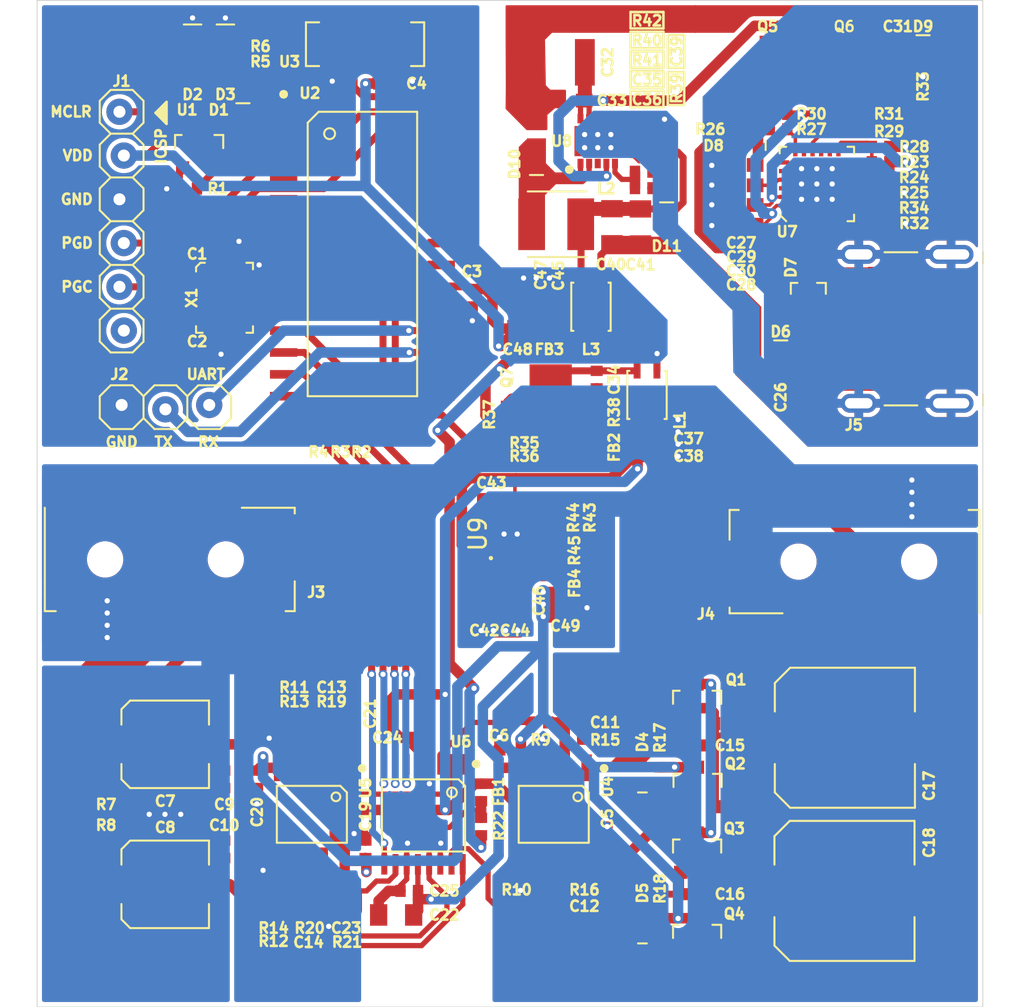
<source format=kicad_pcb>
(kicad_pcb (version 20171130) (host pcbnew "(5.1.9)-1")
  (layers (0 F.Cu signal) (31 B.Cu signal) (34 B.Paste user) (35 F.Paste user) (36 B.SilkS user) (37 F.SilkS user) (38 B.Mask user) (39 F.Mask user) (44 Edge.Cuts user))
  (net 0 "")
  (net 1 GNDD)
  (net 2 +5VD)
  (net 3 "Net-(J1-Pad6)")
  (net 4 "Net-(J1-Pad5)")
  (net 5 "Net-(J1-Pad4)")
  (net 6 /CPU/MCLR)
  (net 7 "Net-(J2-Pad2)")
  (net 8 "Net-(J2-Pad1)")
  (net 9 /CPU/IR_SERIAL)
  (net 10 GNDA)
  (net 11 +5VA)
  (net 12 -5VA)
  (net 13 "Net-(R2-Pad1)")
  (net 14 "Net-(R3-Pad1)")
  (net 15 "Net-(R4-Pad1)")
  (net 16 SPI_CLK)
  (net 17 SPI_CS_DIGIPOT)
  (net 18 SPI_MOSI)
  (net 19 DIGIPOT_SHDN)
  (net 20 "Net-(C10-Pad1)")
  (net 21 /Audio/AUDIO_LEFT_PREAMP)
  (net 22 "Net-(C11-Pad1)")
  (net 23 /Audio/AUDIO_RIGHT_PREAMP)
  (net 24 "Net-(C12-Pad1)")
  (net 25 /Audio/AUDIO_LEFT_IN)
  (net 26 /Audio/AUDIO_RIGHT_IN)
  (net 27 /Audio/AUDIO_RIGHT_OUT)
  (net 28 /Audio/AUDIO_LEFT_ATT)
  (net 29 /Audio/AUDIO_RIGHT_ATT)
  (net 30 /Audio/AUDIO_LEFT_OUT)
  (net 31 "Net-(J3-Pad5)")
  (net 32 "Net-(J3-Pad4)")
  (net 33 "Net-(J4-Pad5)")
  (net 34 "Net-(J4-Pad4)")
  (net 35 "Net-(J5-PadB2)")
  (net 36 "Net-(J5-PadB3)")
  (net 37 "Net-(J5-PadB6)")
  (net 38 "Net-(J5-PadB11)")
  (net 39 "Net-(J5-PadB10)")
  (net 40 "Net-(J5-PadB8)")
  (net 41 "Net-(J5-PadB7)")
  (net 42 "Net-(J5-PadA6)")
  (net 43 "Net-(J5-PadA3)")
  (net 44 "Net-(J5-PadA2)")
  (net 45 "Net-(J5-PadA7)")
  (net 46 "Net-(J5-PadA8)")
  (net 47 "Net-(J5-PadA10)")
  (net 48 "Net-(J5-PadA11)")
  (net 49 GND)
  (net 50 VBUS)
  (net 51 "Net-(D4-Pad1)")
  (net 52 "Net-(U7-Pad8)")
  (net 53 "Net-(U7-Pad11)")
  (net 54 "Net-(U7-Pad7)")
  (net 55 "Net-(U7-Pad20)")
  (net 56 "Net-(U7-Pad19)")
  (net 57 "Net-(U7-Pad14)")
  (net 58 "Net-(U7-Pad17)")
  (net 59 "Net-(U7-Pad15)")
  (net 60 +2V7)
  (net 61 "Net-(R23-Pad2)")
  (net 62 VSNK)
  (net 63 "Net-(Q5-Pad2)")
  (net 64 "Net-(R29-Pad1)")
  (net 65 "Net-(U8-Pad7)")
  (net 66 "Net-(U8-Pad3)")
  (net 67 "Net-(C34-Pad1)")
  (net 68 "Net-(C35-Pad2)")
  (net 69 /Power/+5V_UNFILTERED)
  (net 70 "Net-(Q7-Pad2)")
  (net 71 "Net-(C45-Pad2)")
  (net 72 "Net-(C46-Pad2)")
  (net 73 +5VA_SHTDN)
  (net 74 /Audio/DIGIPOT_VL)
  (net 75 "Net-(C1-Pad1)")
  (net 76 "Net-(C2-Pad2)")
  (net 77 "Net-(C7-Pad2)")
  (net 78 "Net-(C11-Pad2)")
  (net 79 "Net-(C12-Pad2)")
  (net 80 "Net-(C13-Pad1)")
  (net 81 "Net-(C14-Pad1)")
  (net 82 "Net-(C15-Pad1)")
  (net 83 "Net-(C16-Pad1)")
  (net 84 "Net-(C23-Pad2)")
  (net 85 "Net-(C27-Pad1)")
  (net 86 "Net-(C28-Pad2)")
  (net 87 "Net-(C29-Pad2)")
  (net 88 "Net-(C31-Pad1)")
  (net 89 "Net-(C34-Pad2)")
  (net 90 "Net-(C35-Pad1)")
  (net 91 "Net-(C36-Pad1)")
  (net 92 "Net-(C37-Pad2)")
  (net 93 "Net-(C39-Pad2)")
  (net 94 "Net-(C43-Pad2)")
  (net 95 "Net-(C43-Pad1)")
  (net 96 "Net-(C44-Pad2)")
  (net 97 "Net-(R27-Pad1)")
  (net 98 "Net-(U2-Pad14)")
  (net 99 "Net-(U2-Pad15)")
  (net 100 "Net-(U2-Pad16)")
  (net 101 "Net-(U2-Pad21)")
  (net 102 "Net-(U2-Pad7)")
  (net 103 "Net-(U2-Pad22)")
  (net 104 "Net-(U2-Pad23)")
  (net 105 "Net-(U2-Pad24)")
  (net 106 "Net-(U2-Pad4)")
  (net 107 "Net-(U2-Pad26)")
  (net 108 "Net-(U6-Pad1)")
  (net 109 /CPU/LED0)
  (net 110 /CPU/LED1)
  (net 111 "Net-(R24-Pad2)")
  (net 112 "Net-(R32-Pad2)")
  (net 113 "Net-(R34-Pad1)")
  (net 114 "Net-(R43-Pad1)")
  (net 115 "Net-(D1-Pad2)")
  (net 116 "Net-(D2-Pad2)")
  (net 117 "Net-(D3-Pad2)")
  (net 118 "Net-(D5-Pad1)")
  (net 119 "Net-(D7-Pad2)")
  (net 120 "Net-(D7-Pad1)")
  (net 121 "Net-(D10-Pad1)")
  (module Diode:SOD-323HE (layer F.Cu) (at 121.666 78.867 270)
    (fp_text reference D1 (at -1.397 1.397 180) (layer F.SilkS) (effects (font (size 0.6 0.6))))
    (fp_text value SS14HE)
    (pad 2 smd rect (at 1.25 0 270) (size 0.8 1) (layers F.Cu F.Paste F.Mask) (net 115 "Net-(D1-Pad2)"))
    (pad 1 smd rect (at -0.65 0 270) (size 2 1.1) (layers F.Cu F.Paste F.Mask) (net 6 /CPU/MCLR))
  )
  (module Package_SON:WSON-8-EP_P0.5mm (layer F.Cu) (at 137.1981 102.0953 90)
    (fp_text reference U9 (at 0 -1.905 90) (layer F.SilkS))
    (fp_text value LM27761DSGR)
    (pad 9 smd rect (at 0 0 90) (size 0.9 1.6) (layers F.Cu F.Paste F.Mask) (net 10 GNDA))
    (pad 7 smd rect (at 0.95 -0.25 90) (size 0.5 0.25) (layers F.Cu F.Paste F.Mask) (net 95 "Net-(C43-Pad1)"))
    (pad 8 smd rect (at 0.95 -0.75 90) (size 0.5 0.25) (layers F.Cu F.Paste F.Mask) (net 94 "Net-(C43-Pad2)"))
    (pad 6 smd rect (at 0.95 0.25 90) (size 0.5 0.25) (layers F.Cu F.Paste F.Mask) (net 11 +5VA))
    (pad 5 smd rect (at 0.95 0.75 90) (size 0.5 0.25) (layers F.Cu F.Paste F.Mask) (net 114 "Net-(R43-Pad1)"))
    (pad 4 smd rect (at -0.95 0.75 90) (size 0.5 0.25) (layers F.Cu F.Paste F.Mask) (net 72 "Net-(C46-Pad2)"))
    (pad 3 smd rect (at -0.95 0.25 90) (size 0.5 0.25) (layers F.Cu F.Paste F.Mask) (net 96 "Net-(C44-Pad2)"))
    (pad 2 smd rect (at -0.95 -0.25 90) (size 0.5 0.25) (layers F.Cu F.Paste F.Mask) (net 10 GNDA))
    (pad 1 smd rect (at -0.95 -0.75 90) (size 0.5 0.25) (layers F.Cu F.Paste F.Mask) (net 11 +5VA))
  )
  (module Package_SO:SOIC-28_Width7.50mm_Pitch1.27mm (layer F.Cu) (at 128.6002 85.8393)
    (fp_text reference U2 (at -3.048 -9.3345) (layer F.SilkS) (effects (font (size 0.6 0.6))))
    (fp_text value PIC18F2550T-ISO)
    (pad 14 smd rect (at -4.572 8.255 270) (size 0.5 1.5875) (layers F.Cu F.Paste F.Mask) (net 98 "Net-(U2-Pad14)"))
    (pad 15 smd rect (at 4.572 8.255 270) (size 0.5 1.5875) (layers F.Cu F.Paste F.Mask) (net 99 "Net-(U2-Pad15)"))
    (pad 13 smd rect (at -4.572 6.985 270) (size 0.5 1.5875) (layers F.Cu F.Paste F.Mask) (net 15 "Net-(R4-Pad1)"))
    (pad 16 smd rect (at 4.572 6.985 270) (size 0.5 1.5875) (layers F.Cu F.Paste F.Mask) (net 100 "Net-(U2-Pad16)"))
    (pad 12 smd rect (at -4.572 5.715 270) (size 0.5 1.5875) (layers F.Cu F.Paste F.Mask) (net 14 "Net-(R3-Pad1)"))
    (pad 17 smd rect (at 4.572 5.715 270) (size 0.5 1.5875) (layers F.Cu F.Paste F.Mask) (net 7 "Net-(J2-Pad2)"))
    (pad 11 smd rect (at -4.572 4.445 270) (size 0.5 1.5875) (layers F.Cu F.Paste F.Mask) (net 13 "Net-(R2-Pad1)"))
    (pad 18 smd rect (at 4.572 4.445 270) (size 0.5 1.5875) (layers F.Cu F.Paste F.Mask) (net 8 "Net-(J2-Pad1)"))
    (pad 10 smd rect (at -4.572 3.175 270) (size 0.5 1.5875) (layers F.Cu F.Paste F.Mask) (net 76 "Net-(C2-Pad2)"))
    (pad 19 smd rect (at 4.572 3.175 270) (size 0.5 1.5875) (layers F.Cu F.Paste F.Mask) (net 1 GNDD))
    (pad 9 smd rect (at -4.572 1.905 270) (size 0.5 1.5875) (layers F.Cu F.Paste F.Mask) (net 75 "Net-(C1-Pad1)"))
    (pad 20 smd rect (at 4.572 1.905 270) (size 0.5 1.5875) (layers F.Cu F.Paste F.Mask) (net 2 +5VD))
    (pad 8 smd rect (at -4.572 0.635 270) (size 0.5 1.5875) (layers F.Cu F.Paste F.Mask) (net 1 GNDD))
    (pad 21 smd rect (at 4.572 0.635 270) (size 0.5 1.5875) (layers F.Cu F.Paste F.Mask) (net 101 "Net-(U2-Pad21)"))
    (pad 7 smd rect (at -4.572 -0.635 270) (size 0.5 1.5875) (layers F.Cu F.Paste F.Mask) (net 102 "Net-(U2-Pad7)"))
    (pad 22 smd rect (at 4.572 -0.635 270) (size 0.5 1.5875) (layers F.Cu F.Paste F.Mask) (net 103 "Net-(U2-Pad22)"))
    (pad 6 smd rect (at -4.572 -1.905 270) (size 0.5 1.5875) (layers F.Cu F.Paste F.Mask) (net 19 DIGIPOT_SHDN))
    (pad 23 smd rect (at 4.572 -1.905 270) (size 0.5 1.5875) (layers F.Cu F.Paste F.Mask) (net 104 "Net-(U2-Pad23)"))
    (pad 5 smd rect (at -4.572 -3.175 270) (size 0.5 1.5875) (layers F.Cu F.Paste F.Mask) (net 73 +5VA_SHTDN))
    (pad 24 smd rect (at 4.572 -3.175 270) (size 0.5 1.5875) (layers F.Cu F.Paste F.Mask) (net 105 "Net-(U2-Pad24)"))
    (pad 4 smd rect (at -4.572 -4.445 270) (size 0.5 1.5875) (layers F.Cu F.Paste F.Mask) (net 106 "Net-(U2-Pad4)"))
    (pad 25 smd rect (at 4.572 -4.445 270) (size 0.5 1.5875) (layers F.Cu F.Paste F.Mask) (net 9 /CPU/IR_SERIAL))
    (pad 3 smd rect (at -4.572 -5.715 270) (size 0.5 1.5875) (layers F.Cu F.Paste F.Mask) (net 110 /CPU/LED1))
    (pad 26 smd rect (at 4.572 -5.715 270) (size 0.5 1.5875) (layers F.Cu F.Paste F.Mask) (net 107 "Net-(U2-Pad26)"))
    (pad 2 smd rect (at -4.572 -6.985 270) (size 0.5 1.5875) (layers F.Cu F.Paste F.Mask) (net 109 /CPU/LED0))
    (pad 27 smd rect (at 4.572 -6.985 270) (size 0.5 1.5875) (layers F.Cu F.Paste F.Mask) (net 4 "Net-(J1-Pad5)"))
    (pad 1 smd rect (at -4.572 -8.255 270) (size 0.5 1.5875) (layers F.Cu F.Paste F.Mask) (net 6 /CPU/MCLR))
    (pad 28 smd rect (at 4.572 -8.255 270) (size 0.5 1.5875) (layers F.Cu F.Paste F.Mask) (net 5 "Net-(J1-Pad4)"))
  )
  (module Resistor:R_0402_1005Metric (layer F.Cu) (at 122.682 75.565 180)
    (fp_text reference R6 (at 0 1.778) (layer F.SilkS) (effects (font (size 0.6 0.6))))
    (fp_text value 150)
    (pad 2 smd rect (at 0.508 0 180) (size 0.6 0.7) (layers F.Cu F.Paste F.Mask) (net 117 "Net-(D3-Pad2)"))
    (pad 1 smd rect (at -0.508 0 180) (size 0.6 0.7) (layers F.Cu F.Paste F.Mask) (net 110 /CPU/LED1))
  )
  (module Resistor:R_0402_1005Metric (layer F.Cu) (at 122.682 76.454 180)
    (fp_text reference R5 (at 0 1.778) (layer F.SilkS) (effects (font (size 0.6 0.6))))
    (fp_text value 150)
    (pad 2 smd rect (at 0.508 0 180) (size 0.6 0.7) (layers F.Cu F.Paste F.Mask) (net 116 "Net-(D2-Pad2)"))
    (pad 1 smd rect (at -0.508 0 180) (size 0.6 0.7) (layers F.Cu F.Paste F.Mask) (net 109 /CPU/LED0))
  )
  (module LED:HSMx-C170 (layer F.Cu) (at 120.65 74.295 270)
    (fp_text reference D3 (at 2.286 0) (layer F.SilkS) (effects (font (size 0.6 0.6))))
    (fp_text value HSMG-C170)
    (pad 2 smd rect (at 1.05 0 270) (size 1.2 1.2) (layers F.Cu F.Paste F.Mask) (net 117 "Net-(D3-Pad2)"))
    (pad 1 smd rect (at -1.05 0 270) (size 1.2 1.2) (layers F.Cu F.Paste F.Mask) (net 1 GNDD))
  )
  (module LED:HSMx-C170 (layer F.Cu) (at 118.745 74.295 270)
    (fp_text reference D2 (at 2.286 0 180) (layer F.SilkS) (effects (font (size 0.6 0.6))))
    (fp_text value HSMG-C170)
    (pad 2 smd rect (at 1.05 0 270) (size 1.2 1.2) (layers F.Cu F.Paste F.Mask) (net 116 "Net-(D2-Pad2)"))
    (pad 1 smd rect (at -1.05 0 270) (size 1.2 1.2) (layers F.Cu F.Paste F.Mask) (net 1 GNDD))
  )
  (module Resistor:R_0402_1005Metric (layer F.Cu) (at 135.4836 119.0752 270)
    (fp_text reference R22 (at -0.0508 -1.0668 90) (layer F.SilkS) (effects (font (size 0.6 0.6))))
    (fp_text value NC)
    (pad 2 smd rect (at 0.508 0 270) (size 0.6 0.7) (layers F.Cu F.Paste F.Mask) (net 2 +5VD))
    (pad 1 smd rect (at -0.508 0 270) (size 0.6 0.7) (layers F.Cu F.Paste F.Mask) (net 74 /Audio/DIGIPOT_VL))
  )
  (module Capacitor_Ceramic:C_0805_2012Metric (layer F.Cu) (at 137.6299 89.154 90)
    (fp_text reference C48 (at -2.2225 -0.0254 180) (layer F.SilkS) (effects (font (size 0.6 0.6))))
    (fp_text value 4.7uF)
    (pad 2 smd rect (at 1.016 0 90) (size 1 1.25) (layers F.Cu F.Paste F.Mask) (net 1 GNDD))
    (pad 1 smd rect (at -1.016 0 90) (size 1 1.25) (layers F.Cu F.Paste F.Mask) (net 2 +5VD))
  )
  (module Inductor:L_1515_4040Metric (layer F.Cu) (at 139.8397 84.1121)
    (fp_text reference L2 (at 2.9083 -2.0701) (layer F.SilkS) (effects (font (size 0.6 0.6))))
    (fp_text value LQH44PN220MP0L)
    (pad 2 smd rect (at 1.425 0) (size 1.55 3) (layers F.Cu F.Paste F.Mask) (net 69 /Power/+5V_UNFILTERED))
    (pad 1 smd rect (at -1.425 0) (size 1.55 3) (layers F.Cu F.Paste F.Mask) (net 121 "Net-(D10-Pad1)"))
  )
  (module Capacitor_Ceramic:C_0603_1608Metric (layer F.Cu) (at 150.5839 81.8515)
    (fp_text reference C29 (at 0 4.1529) (layer F.SilkS) (effects (font (size 0.6 0.6))))
    (fp_text value 1uF)
    (pad 2 smd rect (at 0.8 0) (size 0.965 0.8) (layers F.Cu F.Paste F.Mask) (net 87 "Net-(C29-Pad2)"))
    (pad 1 smd rect (at -0.8 0) (size 0.965 0.8) (layers F.Cu F.Paste F.Mask) (net 49 GND))
  )
  (module Capacitor_Ceramic:C_0603_1608Metric (layer F.Cu) (at 150.5839 82.9945)
    (fp_text reference C30 (at -0.0127 3.8227) (layer F.SilkS) (effects (font (size 0.6 0.6))))
    (fp_text value 1uF)
    (pad 2 smd rect (at 0.8 0) (size 0.965 0.8) (layers F.Cu F.Paste F.Mask) (net 60 +2V7))
    (pad 1 smd rect (at -0.8 0) (size 0.965 0.8) (layers F.Cu F.Paste F.Mask) (net 49 GND))
  )
  (module Resistor:R_0402_1005Metric (layer F.Cu) (at 127.7112 123.952)
    (fp_text reference R21 (at 0 1.8288) (layer F.SilkS) (effects (font (size 0.6 0.6))))
    (fp_text value 3.3K)
    (pad 2 smd rect (at 0.508 0) (size 0.6 0.7) (layers F.Cu F.Paste F.Mask) (net 84 "Net-(C23-Pad2)"))
    (pad 1 smd rect (at -0.508 0) (size 0.6 0.7) (layers F.Cu F.Paste F.Mask) (net 74 /Audio/DIGIPOT_VL))
  )
  (module Capacitor_Ceramic:C_0402_1005Metric (layer F.Cu) (at 127.7112 122.8344)
    (fp_text reference C23 (at -0.0508 2.1336) (layer F.SilkS) (effects (font (size 0.6 0.6))))
    (fp_text value 0.1uF)
    (pad 2 smd rect (at 0.508 0) (size 0.6 0.7) (layers F.Cu F.Paste F.Mask) (net 84 "Net-(C23-Pad2)"))
    (pad 1 smd rect (at -0.508 0) (size 0.6 0.7) (layers F.Cu F.Paste F.Mask) (net 10 GNDA))
  )
  (module Capacitor_Electrolytic:CP_Elec_5x5.4 (layer F.Cu) (at 117.1575 122.428)
    (fp_text reference C8 (at 0 -3.302) (layer F.SilkS) (effects (font (size 0.6 0.6))))
    (fp_text value 10uF)
    (pad 2 smd rect (at 2.2 0) (size 3 1.6) (layers F.Cu F.Paste F.Mask) (net 20 "Net-(C10-Pad1)"))
    (pad 1 smd rect (at -2.2 0) (size 3 1.6) (layers F.Cu F.Paste F.Mask) (net 26 /Audio/AUDIO_RIGHT_IN))
  )
  (module Capacitor_Ceramic:C_0603_1608Metric (layer F.Cu) (at 140.6652 76.9366)
    (fp_text reference C33 (at 2.413 0) (layer F.SilkS) (effects (font (size 0.6 0.6))))
    (fp_text value 220nF)
    (pad 2 smd rect (at 0.8 0) (size 0.965 0.8) (layers F.Cu F.Paste F.Mask) (net 62 VSNK))
    (pad 1 smd rect (at -0.8 0) (size 0.965 0.8) (layers F.Cu F.Paste F.Mask) (net 49 GND))
  )
  (module Inductor:L_0402_1005Metric (layer F.Cu) (at 139.8651 104.9528 270)
    (fp_text reference FB4 (at 0 -1.0414 90) (layer F.SilkS) (effects (font (size 0.6 0.6))))
    (fp_text value BLM15PG100SN1D)
    (pad 2 smd rect (at 0.508 0 270) (size 0.6 0.7) (layers F.Cu F.Paste F.Mask) (net 12 -5VA))
    (pad 1 smd rect (at -0.508 0 270) (size 0.6 0.7) (layers F.Cu F.Paste F.Mask) (net 72 "Net-(C46-Pad2)"))
  )
  (module Capacitor_Ceramic:C_0402_1005Metric (layer F.Cu) (at 140.3731 106.3498)
    (fp_text reference C49 (at 0 1.0795) (layer F.SilkS) (effects (font (size 0.6 0.6))))
    (fp_text value 0.1uF)
    (pad 2 smd rect (at 0.508 0) (size 0.6 0.7) (layers F.Cu F.Paste F.Mask) (net 10 GNDA))
    (pad 1 smd rect (at -0.508 0) (size 0.6 0.7) (layers F.Cu F.Paste F.Mask) (net 12 -5VA))
  )
  (module Resistor:R_0402_1005Metric (layer F.Cu) (at 139.8651 103.0478 90)
    (fp_text reference R45 (at 0 1.0414 90) (layer F.SilkS) (effects (font (size 0.6 0.6))))
    (fp_text value NC)
    (pad 2 smd rect (at 0.508 0 90) (size 0.6 0.7) (layers F.Cu F.Paste F.Mask) (net 10 GNDA))
    (pad 1 smd rect (at -0.508 0 90) (size 0.6 0.7) (layers F.Cu F.Paste F.Mask) (net 72 "Net-(C46-Pad2)"))
  )
  (module Resistor:R_0402_1005Metric (layer F.Cu) (at 138.8491 101.1428 90)
    (fp_text reference R44 (at 0 1.9939 90) (layer F.SilkS) (effects (font (size 0.6 0.6))))
    (fp_text value 82K)
    (pad 2 smd rect (at 0.508 0 90) (size 0.6 0.7) (layers F.Cu F.Paste F.Mask) (net 114 "Net-(R43-Pad1)"))
    (pad 1 smd rect (at -0.508 0 90) (size 0.6 0.7) (layers F.Cu F.Paste F.Mask) (net 10 GNDA))
  )
  (module Resistor:R_0402_1005Metric (layer F.Cu) (at 139.8651 101.1428 270)
    (fp_text reference R43 (at 0 -1.9304 90) (layer F.SilkS) (effects (font (size 0.6 0.6))))
    (fp_text value 187K)
    (pad 2 smd rect (at 0.508 0 270) (size 0.6 0.7) (layers F.Cu F.Paste F.Mask) (net 72 "Net-(C46-Pad2)"))
    (pad 1 smd rect (at -0.508 0 270) (size 0.6 0.7) (layers F.Cu F.Paste F.Mask) (net 114 "Net-(R43-Pad1)"))
  )
  (module Resistor:R_0402_1005Metric (layer F.Cu) (at 136.9822 95.1611 90)
    (fp_text reference R37 (at 0 -1.016 90) (layer F.SilkS) (effects (font (size 0.6 0.6))))
    (fp_text value NC)
    (pad 2 smd rect (at 0.508 0 90) (size 0.6 0.7) (layers F.Cu F.Paste F.Mask) (net 89 "Net-(C34-Pad2)"))
    (pad 1 smd rect (at -0.508 0 90) (size 0.6 0.7) (layers F.Cu F.Paste F.Mask) (net 2 +5VD))
  )
  (module Capacitor_Ceramic:C_0603_1608Metric (layer F.Cu) (at 138.8491 103.5558 270)
    (fp_text reference C46 (at 2.413 0 90) (layer F.SilkS) (effects (font (size 0.6 0.6))))
    (fp_text value 2.2uF)
    (pad 2 smd rect (at 0.8 0 270) (size 0.965 0.8) (layers F.Cu F.Paste F.Mask) (net 72 "Net-(C46-Pad2)"))
    (pad 1 smd rect (at -0.8 0 270) (size 0.965 0.8) (layers F.Cu F.Paste F.Mask) (net 10 GNDA))
  )
  (module Capacitor_Ceramic:C_0805_2012Metric (layer F.Cu) (at 137.4521 105.5243 90)
    (fp_text reference C44 (at -2.1717 0) (layer F.SilkS) (effects (font (size 0.6 0.6))))
    (fp_text value 4.7uF)
    (pad 2 smd rect (at 1.016 0 90) (size 1 1.25) (layers F.Cu F.Paste F.Mask) (net 96 "Net-(C44-Pad2)"))
    (pad 1 smd rect (at -1.016 0 90) (size 1 1.25) (layers F.Cu F.Paste F.Mask) (net 10 GNDA))
  )
  (module Capacitor_Ceramic:C_0402_1005Metric (layer F.Cu) (at 136.0551 100.0633 180)
    (fp_text reference C43 (at -0.0254 0.9398) (layer F.SilkS) (effects (font (size 0.6 0.6))))
    (fp_text value 0.47uF)
    (pad 2 smd rect (at 0.508 0 180) (size 0.6 0.7) (layers F.Cu F.Paste F.Mask) (net 94 "Net-(C43-Pad2)"))
    (pad 1 smd rect (at -0.508 0 180) (size 0.6 0.7) (layers F.Cu F.Paste F.Mask) (net 95 "Net-(C43-Pad1)"))
  )
  (module Capacitor_Ceramic:C_0805_2012Metric (layer F.Cu) (at 135.6741 105.5243 90)
    (fp_text reference C42 (at -2.1717 0) (layer F.SilkS) (effects (font (size 0.6 0.6))))
    (fp_text value 4.7uF)
    (pad 2 smd rect (at 1.016 0 90) (size 1 1.25) (layers F.Cu F.Paste F.Mask) (net 11 +5VA))
    (pad 1 smd rect (at -1.016 0 90) (size 1 1.25) (layers F.Cu F.Paste F.Mask) (net 10 GNDA))
  )
  (module Resistor:R_0402_1005Metric (layer F.Cu) (at 142.1892 95.0341 270)
    (fp_text reference R38 (at 0 -1.016 90) (layer F.SilkS) (effects (font (size 0.6 0.6))))
    (fp_text value 100)
    (pad 2 smd rect (at 0.508 0 270) (size 0.6 0.7) (layers F.Cu F.Paste F.Mask) (net 70 "Net-(Q7-Pad2)"))
    (pad 1 smd rect (at -0.508 0 270) (size 0.6 0.7) (layers F.Cu F.Paste F.Mask) (net 67 "Net-(C34-Pad1)"))
  )
  (module Resistor:R_0402_1005Metric (layer F.Cu) (at 139.9032 97.5741)
    (fp_text reference R36 (at -1.905 0) (layer F.SilkS) (effects (font (size 0.6 0.6))))
    (fp_text value 22K)
    (pad 2 smd rect (at 0.508 0) (size 0.6 0.7) (layers F.Cu F.Paste F.Mask) (net 70 "Net-(Q7-Pad2)"))
    (pad 1 smd rect (at -0.508 0) (size 0.6 0.7) (layers F.Cu F.Paste F.Mask) (net 73 +5VA_SHTDN))
  )
  (module Resistor:R_0402_1005Metric (layer F.Cu) (at 139.9032 96.6851 180)
    (fp_text reference R35 (at 1.905 -0.127) (layer F.SilkS) (effects (font (size 0.6 0.6))))
    (fp_text value 100K)
    (pad 2 smd rect (at 0.508 0 180) (size 0.6 0.7) (layers F.Cu F.Paste F.Mask) (net 2 +5VD))
    (pad 1 smd rect (at -0.508 0 180) (size 0.6 0.7) (layers F.Cu F.Paste F.Mask) (net 70 "Net-(Q7-Pad2)"))
  )
  (module Package_DFN_QFN:8-PowerVDFN (layer F.Cu) (at 139.5222 94.1451)
    (fp_text reference Q7 (at -2.54 -1.143 90) (layer F.SilkS) (effects (font (size 0.6 0.6))))
    (fp_text value STL6P3LLH6)
    (pad 3 smd custom (at 0 0) (size 0.4 0.75) (layers F.Cu F.Paste F.Mask) (net 89 "Net-(C34-Pad2)") (options (clearance outline) (anchor rect)) (primitives (gr_poly (pts (xy -1.225 -1.9) (xy 1.225 -1.9) (xy 1.225 -0.2) (xy 1.755 -0.2) (xy 1.755 0.2) (xy 1.225 0.2) (xy 1.225 0.5) (xy -1.225 0.5) (xy -1.225 0.2) (xy -1.755 0.2) (xy -1.755 -0.2) (xy -1.225 -0.2)) (width 0))))
    (pad 2 smd rect (at 0.975 1.525) (size 0.4 0.75) (layers F.Cu F.Paste F.Mask) (net 70 "Net-(Q7-Pad2)"))
    (pad 1 smd rect (at -0.975 1.525) (size 0.4 0.75) (layers F.Cu F.Paste F.Mask) (net 2 +5VD))
    (pad 1 smd rect (at -0.325 1.525) (size 0.4 0.75) (layers F.Cu F.Paste F.Mask) (net 2 +5VD))
    (pad 1 smd rect (at 0.325 1.525) (size 0.4 0.75) (layers F.Cu F.Paste F.Mask) (net 2 +5VD))
  )
  (module Inductor:ACP3225 (layer F.Cu) (at 145.1102 94.0181 270)
    (fp_text reference L1 (at 1.4605 -1.905 270) (layer F.SilkS) (effects (font (size 0.6 0.6))))
    (fp_text value ACP3225-102-2P-T000)
    (pad 4 smd rect (at 1.4 0.575 270) (size 0.9 0.4) (layers F.Cu F.Paste F.Mask) (net 92 "Net-(C37-Pad2)"))
    (pad 2 smd rect (at 1.4 -0.575 270) (size 0.9 0.4) (layers F.Cu F.Paste F.Mask) (net 10 GNDA))
    (pad 3 smd rect (at -1.4 0.575 270) (size 0.9 0.4) (layers F.Cu F.Paste F.Mask) (net 89 "Net-(C34-Pad2)"))
    (pad 1 smd rect (at -1.4 -0.575 270) (size 0.9 0.4) (layers F.Cu F.Paste F.Mask) (net 1 GNDD))
  )
  (module Inductor:L_0402_1005Metric (layer F.Cu) (at 144.0942 97.0661 270)
    (fp_text reference FB2 (at 0 0.889 90) (layer F.SilkS) (effects (font (size 0.6 0.6))))
    (fp_text value BLM15PG100SN1D)
    (pad 2 smd rect (at 0.508 0 270) (size 0.6 0.7) (layers F.Cu F.Paste F.Mask) (net 11 +5VA))
    (pad 1 smd rect (at -0.508 0 270) (size 0.6 0.7) (layers F.Cu F.Paste F.Mask) (net 92 "Net-(C37-Pad2)"))
  )
  (module Capacitor_Ceramic:C_0402_1005Metric (layer F.Cu) (at 145.6182 97.5741)
    (fp_text reference C38 (at 1.905 0) (layer F.SilkS) (effects (font (size 0.6 0.6))))
    (fp_text value 0.1uF)
    (pad 2 smd rect (at 0.508 0) (size 0.6 0.7) (layers F.Cu F.Paste F.Mask) (net 10 GNDA))
    (pad 1 smd rect (at -0.508 0) (size 0.6 0.7) (layers F.Cu F.Paste F.Mask) (net 11 +5VA))
  )
  (module Capacitor_Ceramic:C_0402_1005Metric (layer F.Cu) (at 145.6182 96.5581 180)
    (fp_text reference C37 (at -1.905 0) (layer F.SilkS) (effects (font (size 0.6 0.6))))
    (fp_text value 10nF)
    (pad 2 smd rect (at 0.508 0 180) (size 0.6 0.7) (layers F.Cu F.Paste F.Mask) (net 92 "Net-(C37-Pad2)"))
    (pad 1 smd rect (at -0.508 0 180) (size 0.6 0.7) (layers F.Cu F.Paste F.Mask) (net 10 GNDA))
  )
  (module Capacitor_Ceramic:C_0402_1005Metric (layer F.Cu) (at 142.1892 93.1291 90)
    (fp_text reference C34 (at 0 1.016 90) (layer F.SilkS) (effects (font (size 0.6 0.6))))
    (fp_text value 0.1uF)
    (pad 2 smd rect (at 0.508 0 90) (size 0.6 0.7) (layers F.Cu F.Paste F.Mask) (net 89 "Net-(C34-Pad2)"))
    (pad 1 smd rect (at -0.508 0 90) (size 0.6 0.7) (layers F.Cu F.Paste F.Mask) (net 67 "Net-(C34-Pad1)"))
  )
  (module Capacitor_Ceramic:C_0402_1005Metric (layer F.Cu) (at 138.9507 88.9762 90)
    (fp_text reference C47 (at 1.9177 0 270) (layer F.SilkS) (effects (font (size 0.6 0.6))))
    (fp_text value 0.1uF)
    (pad 2 smd rect (at 0.508 0 90) (size 0.6 0.7) (layers F.Cu F.Paste F.Mask) (net 1 GNDD))
    (pad 1 smd rect (at -0.508 0 90) (size 0.6 0.7) (layers F.Cu F.Paste F.Mask) (net 2 +5VD))
  )
  (module Inductor:ACP3225 (layer F.Cu) (at 141.859 88.9 270)
    (fp_text reference L3 (at 2.4765 0 180) (layer F.SilkS) (effects (font (size 0.6 0.6))))
    (fp_text value ACP3225-102-2P-T000)
    (pad 4 smd rect (at 1.4 0.575 270) (size 0.9 0.4) (layers F.Cu F.Paste F.Mask) (net 71 "Net-(C45-Pad2)"))
    (pad 2 smd rect (at 1.4 -0.575 270) (size 0.9 0.4) (layers F.Cu F.Paste F.Mask) (net 1 GNDD))
    (pad 3 smd rect (at -1.4 0.575 270) (size 0.9 0.4) (layers F.Cu F.Paste F.Mask) (net 69 /Power/+5V_UNFILTERED))
    (pad 1 smd rect (at -1.4 -0.575 270) (size 0.9 0.4) (layers F.Cu F.Paste F.Mask) (net 49 GND))
  )
  (module Inductor:L_0402_1005Metric (layer F.Cu) (at 139.4587 90.3986 180)
    (fp_text reference FB3 (at 0.0127 -0.9779) (layer F.SilkS) (effects (font (size 0.6 0.6))))
    (fp_text value BLM15PG100SN1D)
    (pad 2 smd rect (at 0.508 0 180) (size 0.6 0.7) (layers F.Cu F.Paste F.Mask) (net 2 +5VD))
    (pad 1 smd rect (at -0.508 0 180) (size 0.6 0.7) (layers F.Cu F.Paste F.Mask) (net 71 "Net-(C45-Pad2)"))
  )
  (module Capacitor_Ceramic:C_0402_1005Metric (layer F.Cu) (at 139.9667 88.9762 270)
    (fp_text reference C45 (at -1.8796 0 90) (layer F.SilkS) (effects (font (size 0.6 0.6))))
    (fp_text value 10nF)
    (pad 2 smd rect (at 0.508 0 270) (size 0.6 0.7) (layers F.Cu F.Paste F.Mask) (net 71 "Net-(C45-Pad2)"))
    (pad 1 smd rect (at -0.508 0 270) (size 0.6 0.7) (layers F.Cu F.Paste F.Mask) (net 1 GNDD))
  )
  (module Diode:D_0603_1610Metric (layer F.Cu) (at 146.2532 83.8581 270)
    (fp_text reference D11 (at 1.524 0 180) (layer F.SilkS) (effects (font (size 0.6 0.6))))
    (fp_text value ESDA7P120)
    (pad 2 smd rect (at 0.625 0 270) (size 0.55 0.8) (layers F.Cu F.Paste F.Mask) (net 49 GND))
    (pad 1 smd rect (at -0.625 0 270) (size 0.55 0.8) (layers F.Cu F.Paste F.Mask) (net 69 /Power/+5V_UNFILTERED))
  )
  (module Diode:SOD-323HE (layer F.Cu) (at 138.6967 79.4766 90)
    (fp_text reference D10 (at -1.143 -1.27 90) (layer F.SilkS) (effects (font (size 0.6 0.6))))
    (fp_text value SS14HE)
    (pad 2 smd rect (at 1.25 0 90) (size 0.8 1) (layers F.Cu F.Paste F.Mask) (net 49 GND))
    (pad 1 smd rect (at -0.65 0 90) (size 2 1.1) (layers F.Cu F.Paste F.Mask) (net 121 "Net-(D10-Pad1)"))
  )
  (module Capacitor_Ceramic:C_0402_1005Metric (layer F.Cu) (at 159.9184 74.0283 90)
    (fp_text reference C31 (at 1.397 -0.254 180) (layer F.SilkS) (effects (font (size 0.6 0.6))))
    (fp_text value 0.1uF)
    (pad 2 smd rect (at 0.508 0 90) (size 0.6 0.7) (layers F.Cu F.Paste F.Mask) (net 62 VSNK))
    (pad 1 smd rect (at -0.508 0 90) (size 0.6 0.7) (layers F.Cu F.Paste F.Mask) (net 88 "Net-(C31-Pad1)"))
  )
  (module Resistor:R_0402_1005Metric (layer F.Cu) (at 144.9197 78.0161 180)
    (fp_text reference R42 (at -0.1905 5.715 180) (layer F.SilkS) (effects (font (size 0.6 0.6))))
    (fp_text value 698)
    (pad 2 smd rect (at 0.508 0 180) (size 0.6 0.7) (layers F.Cu F.Paste F.Mask) (net 90 "Net-(C35-Pad1)"))
    (pad 1 smd rect (at -0.508 0 180) (size 0.6 0.7) (layers F.Cu F.Paste F.Mask) (net 49 GND))
  )
  (module Resistor:R_0402_1005Metric (layer F.Cu) (at 144.9197 79.9211)
    (fp_text reference R41 (at 0.1905 -5.334 180) (layer F.SilkS) (effects (font (size 0.6 0.6))))
    (fp_text value 5.1K)
    (pad 2 smd rect (at 0.508 0) (size 0.6 0.7) (layers F.Cu F.Paste F.Mask) (net 69 /Power/+5V_UNFILTERED))
    (pad 1 smd rect (at -0.508 0) (size 0.6 0.7) (layers F.Cu F.Paste F.Mask) (net 90 "Net-(C35-Pad1)"))
  )
  (module Resistor:R_0402_1005Metric (layer F.Cu) (at 144.9197 78.9686 180)
    (fp_text reference R40 (at -0.1905 5.5245) (layer F.SilkS) (effects (font (size 0.6 0.6))))
    (fp_text value 100)
    (pad 2 smd rect (at 0.508 0 180) (size 0.6 0.7) (layers F.Cu F.Paste F.Mask) (net 90 "Net-(C35-Pad1)"))
    (pad 1 smd rect (at -0.508 0 180) (size 0.6 0.7) (layers F.Cu F.Paste F.Mask) (net 93 "Net-(C39-Pad2)"))
  )
  (module Resistor:R_0402_1005Metric (layer F.Cu) (at 146.3802 81.5086 90)
    (fp_text reference R39 (at 5.2705 0.4445 90) (layer F.SilkS) (effects (font (size 0.6 0.6))))
    (fp_text value 1K)
    (pad 2 smd rect (at 0.508 0 90) (size 0.6 0.7) (layers F.Cu F.Paste F.Mask) (net 90 "Net-(C35-Pad1)"))
    (pad 1 smd rect (at -0.508 0 90) (size 0.6 0.7) (layers F.Cu F.Paste F.Mask) (net 91 "Net-(C36-Pad1)"))
  )
  (module Capacitor_Ceramic:C_0805_2012Metric (layer F.Cu) (at 144.7292 84.2391 90)
    (fp_text reference C41 (at -2.2225 0 180) (layer F.SilkS) (effects (font (size 0.6 0.6))))
    (fp_text value 10uF)
    (pad 2 smd rect (at 1.016 0 90) (size 1 1.25) (layers F.Cu F.Paste F.Mask) (net 69 /Power/+5V_UNFILTERED))
    (pad 1 smd rect (at -1.016 0 90) (size 1 1.25) (layers F.Cu F.Paste F.Mask) (net 49 GND))
  )
  (module Capacitor_Ceramic:C_0805_2012Metric (layer F.Cu) (at 143.0782 84.2264 90)
    (fp_text reference C40 (at -2.2225 -0.0635 180) (layer F.SilkS) (effects (font (size 0.6 0.6))))
    (fp_text value 10uF)
    (pad 2 smd rect (at 1.016 0 90) (size 1 1.25) (layers F.Cu F.Paste F.Mask) (net 69 /Power/+5V_UNFILTERED))
    (pad 1 smd rect (at -1.016 0 90) (size 1 1.25) (layers F.Cu F.Paste F.Mask) (net 49 GND))
  )
  (module Capacitor_Ceramic:C_0402_1005Metric (layer F.Cu) (at 146.3802 79.4131 90)
    (fp_text reference C39 (at 5.334 0.4445 90) (layer F.SilkS) (effects (font (size 0.6 0.6))))
    (fp_text value 2.2nF)
    (pad 2 smd rect (at 0.508 0 90) (size 0.6 0.7) (layers F.Cu F.Paste F.Mask) (net 93 "Net-(C39-Pad2)"))
    (pad 1 smd rect (at -0.508 0 90) (size 0.6 0.7) (layers F.Cu F.Paste F.Mask) (net 69 /Power/+5V_UNFILTERED))
  )
  (module Capacitor_Ceramic:C_0402_1005Metric (layer F.Cu) (at 144.9197 82.0166 180)
    (fp_text reference C36 (at -0.1905 5.1435) (layer F.SilkS) (effects (font (size 0.6 0.6))))
    (fp_text value 22nF)
    (pad 2 smd rect (at 0.508 0 180) (size 0.6 0.7) (layers F.Cu F.Paste F.Mask) (net 68 "Net-(C35-Pad2)"))
    (pad 1 smd rect (at -0.508 0 180) (size 0.6 0.7) (layers F.Cu F.Paste F.Mask) (net 91 "Net-(C36-Pad1)"))
  )
  (module Capacitor_Ceramic:C_0402_1005Metric (layer F.Cu) (at 144.9197 81.0641 180)
    (fp_text reference C35 (at -0.1905 5.334) (layer F.SilkS) (effects (font (size 0.6 0.6))))
    (fp_text value 1nF)
    (pad 2 smd rect (at 0.508 0 180) (size 0.6 0.7) (layers F.Cu F.Paste F.Mask) (net 68 "Net-(C35-Pad2)"))
    (pad 1 smd rect (at -0.508 0 180) (size 0.6 0.7) (layers F.Cu F.Paste F.Mask) (net 90 "Net-(C35-Pad1)"))
  )
  (module Capacitor_Ceramic:C_1210_3225Metric (layer F.Cu) (at 140.0302 74.7141)
    (fp_text reference C32 (at 2.794 0 90) (layer F.SilkS) (effects (font (size 0.6 0.6))))
    (fp_text value 10uF)
    (pad 2 smd rect (at 1.475 0) (size 1.15 2.7) (layers F.Cu F.Paste F.Mask) (net 62 VSNK))
    (pad 1 smd rect (at -1.475 0) (size 1.15 2.7) (layers F.Cu F.Paste F.Mask) (net 49 GND))
  )
  (module Capacitor_Ceramic:C_1206_3216Metric (layer F.Cu) (at 154.5971 92.7227 90)
    (fp_text reference C26 (at -1.4351 -1.7272 90) (layer F.SilkS) (effects (font (size 0.6 0.6))))
    (fp_text value 4.7uF)
    (pad 2 smd rect (at 1.475 0 90) (size 1.15 1.8) (layers F.Cu F.Paste F.Mask) (net 50 VBUS))
    (pad 1 smd rect (at -1.475 0 90) (size 1.15 1.8) (layers F.Cu F.Paste F.Mask) (net 49 GND))
  )
  (module Package_DFN_QFN:VFDFPN-10_EP_3x3mm_P0.5mm (layer F.Cu) (at 142.2527 79.2861 90)
    (fp_text reference U8 (at 0 -2.0955 180) (layer F.SilkS) (effects (font (size 0.6 0.6))))
    (fp_text value L7985TR)
    (pad 11 smd rect (at 0 0 90) (size 1.75 2.7) (layers F.Cu F.Paste F.Mask) (net 49 GND))
    (pad 6 smd rect (at 1.3 1 90) (size 0.55 0.35) (layers F.Cu F.Paste F.Mask) (net 90 "Net-(C35-Pad1)"))
    (pad 7 smd rect (at 1.3 0.5 90) (size 0.55 0.35) (layers F.Cu F.Paste F.Mask) (net 65 "Net-(U8-Pad7)"))
    (pad 9 smd rect (at 1.3 -0.5 90) (size 0.55 0.35) (layers F.Cu F.Paste F.Mask) (net 62 VSNK))
    (pad 8 smd rect (at 1.3 0 90) (size 0.55 0.35) (layers F.Cu F.Paste F.Mask) (net 49 GND))
    (pad 10 smd rect (at 1.3 -1 90) (size 0.55 0.35) (layers F.Cu F.Paste F.Mask) (net 62 VSNK))
    (pad 5 smd rect (at -1.3 1 90) (size 0.55 0.35) (layers F.Cu F.Paste F.Mask) (net 68 "Net-(C35-Pad2)"))
    (pad 4 smd rect (at -1.3 0.5 90) (size 0.55 0.35) (layers F.Cu F.Paste F.Mask) (net 62 VSNK))
    (pad 3 smd rect (at -1.3 0 90) (size 0.55 0.35) (layers F.Cu F.Paste F.Mask) (net 66 "Net-(U8-Pad3)"))
    (pad 2 smd rect (at -1.3 -0.5 90) (size 0.55 0.35) (layers F.Cu F.Paste F.Mask) (net 121 "Net-(D10-Pad1)"))
    (pad 1 smd rect (at -1.3 -1 90) (size 0.55 0.35) (layers F.Cu F.Paste F.Mask) (net 121 "Net-(D10-Pad1)"))
  )
  (module Resistor:R_0402_1005Metric (layer F.Cu) (at 152.7429 77.7113)
    (fp_text reference R30 (at 1.905 0) (layer F.SilkS) (effects (font (size 0.6 0.6))))
    (fp_text value NC)
    (pad 2 smd rect (at 0.508 0) (size 0.6 0.7) (layers F.Cu F.Paste F.Mask) (net 86 "Net-(C28-Pad2)"))
    (pad 1 smd rect (at -0.508 0) (size 0.6 0.7) (layers F.Cu F.Paste F.Mask) (net 50 VBUS))
  )
  (module Resistor:R_0402_1005Metric (layer F.Cu) (at 158.6484 83.1723)
    (fp_text reference R34 (at 1.9558 0) (layer F.SilkS) (effects (font (size 0.6 0.6))))
    (fp_text value 1K)
    (pad 2 smd rect (at 0.508 0) (size 0.6 0.7) (layers F.Cu F.Paste F.Mask) (net 62 VSNK))
    (pad 1 smd rect (at -0.508 0) (size 0.6 0.7) (layers F.Cu F.Paste F.Mask) (net 113 "Net-(R34-Pad1)"))
  )
  (module Resistor:R_0402_1005Metric (layer F.Cu) (at 159.9184 76.0603 270)
    (fp_text reference R33 (at 0.0635 -1.2065 90) (layer F.SilkS) (effects (font (size 0.6 0.6))))
    (fp_text value 100)
    (pad 2 smd rect (at 0.508 0 270) (size 0.6 0.7) (layers F.Cu F.Paste F.Mask) (net 63 "Net-(Q5-Pad2)"))
    (pad 1 smd rect (at -0.508 0 270) (size 0.6 0.7) (layers F.Cu F.Paste F.Mask) (net 88 "Net-(C31-Pad1)"))
  )
  (module Resistor:R_0402_1005Metric (layer F.Cu) (at 157.2514 77.7113 180)
    (fp_text reference R31 (at -1.905 0) (layer F.SilkS) (effects (font (size 0.6 0.6))))
    (fp_text value 100K)
    (pad 2 smd rect (at 0.508 0 180) (size 0.6 0.7) (layers F.Cu F.Paste F.Mask) (net 86 "Net-(C28-Pad2)"))
    (pad 1 smd rect (at -0.508 0 180) (size 0.6 0.7) (layers F.Cu F.Paste F.Mask) (net 63 "Net-(Q5-Pad2)"))
  )
  (module Resistor:R_0402_1005Metric (layer F.Cu) (at 157.2514 78.6003)
    (fp_text reference R29 (at 1.905 0.127) (layer F.SilkS) (effects (font (size 0.6 0.6))))
    (fp_text value 22K)
    (pad 2 smd rect (at 0.508 0) (size 0.6 0.7) (layers F.Cu F.Paste F.Mask) (net 63 "Net-(Q5-Pad2)"))
    (pad 1 smd rect (at -0.508 0) (size 0.6 0.7) (layers F.Cu F.Paste F.Mask) (net 64 "Net-(R29-Pad1)"))
  )
  (module Package_DFN_QFN:8-PowerVDFN (layer F.Cu) (at 157.2514 75.0697)
    (fp_text reference Q6 (at -0.6985 -2.4384) (layer F.SilkS) (effects (font (size 0.6 0.6) (thickness 0.125))))
    (fp_text value STL6P3LLH6)
    (pad 3 smd custom (at 0 0) (size 0.4 0.75) (layers F.Cu F.Paste F.Mask) (net 62 VSNK) (options (clearance outline) (anchor rect)) (primitives (gr_poly (pts (xy -1.225 -1.9) (xy 1.225 -1.9) (xy 1.225 -0.2) (xy 1.755 -0.2) (xy 1.755 0.2) (xy 1.225 0.2) (xy 1.225 0.5) (xy -1.225 0.5) (xy -1.225 0.2) (xy -1.755 0.2) (xy -1.755 -0.2) (xy -1.225 -0.2)) (width 0))))
    (pad 2 smd rect (at 0.975 1.525) (size 0.4 0.75) (layers F.Cu F.Paste F.Mask) (net 63 "Net-(Q5-Pad2)"))
    (pad 1 smd rect (at -0.975 1.525) (size 0.4 0.75) (layers F.Cu F.Paste F.Mask) (net 86 "Net-(C28-Pad2)"))
    (pad 1 smd rect (at -0.325 1.525) (size 0.4 0.75) (layers F.Cu F.Paste F.Mask) (net 86 "Net-(C28-Pad2)"))
    (pad 1 smd rect (at 0.325 1.525) (size 0.4 0.75) (layers F.Cu F.Paste F.Mask) (net 86 "Net-(C28-Pad2)"))
  )
  (module Package_DFN_QFN:8-PowerVDFN (layer F.Cu) (at 152.8699 75.0697)
    (fp_text reference Q5 (at -0.762 -2.4384) (layer F.SilkS) (effects (font (size 0.6 0.6))))
    (fp_text value STL6P3LLH6)
    (pad 3 smd custom (at 0 0) (size 0.4 0.75) (layers F.Cu F.Paste F.Mask) (net 50 VBUS) (options (clearance outline) (anchor rect)) (primitives (gr_poly (pts (xy -1.225 -1.9) (xy 1.225 -1.9) (xy 1.225 -0.2) (xy 1.755 -0.2) (xy 1.755 0.2) (xy 1.225 0.2) (xy 1.225 0.5) (xy -1.225 0.5) (xy -1.225 0.2) (xy -1.755 0.2) (xy -1.755 -0.2) (xy -1.225 -0.2)) (width 0))))
    (pad 2 smd rect (at 0.975 1.525) (size 0.4 0.75) (layers F.Cu F.Paste F.Mask) (net 63 "Net-(Q5-Pad2)"))
    (pad 1 smd rect (at -0.975 1.525) (size 0.4 0.75) (layers F.Cu F.Paste F.Mask) (net 86 "Net-(C28-Pad2)"))
    (pad 1 smd rect (at -0.325 1.525) (size 0.4 0.75) (layers F.Cu F.Paste F.Mask) (net 86 "Net-(C28-Pad2)"))
    (pad 1 smd rect (at 0.325 1.525) (size 0.4 0.75) (layers F.Cu F.Paste F.Mask) (net 86 "Net-(C28-Pad2)"))
  )
  (module Package_DFN_QFN:UDFN-2 (layer F.Cu) (at 161.1249 74.1553 270)
    (fp_text reference D9 (at -1.524 0) (layer F.SilkS) (effects (font (size 0.6 0.6))))
    (fp_text value ESDA25P35)
    (pad 2 smd rect (at 0.625 0 270) (size 0.55 0.8) (layers F.Cu F.Paste F.Mask) (net 49 GND))
    (pad 1 smd rect (at -0.625 0 270) (size 0.55 0.8) (layers F.Cu F.Paste F.Mask) (net 62 VSNK))
  )
  (module Resistor:R_0402_1005Metric (layer F.Cu) (at 152.7429 78.6003 180)
    (fp_text reference R27 (at -1.905 0) (layer F.SilkS) (effects (font (size 0.6 0.6))))
    (fp_text value 1K)
    (pad 2 smd rect (at 0.508 0 180) (size 0.6 0.7) (layers F.Cu F.Paste F.Mask) (net 85 "Net-(C27-Pad1)"))
    (pad 1 smd rect (at -0.508 0 180) (size 0.6 0.7) (layers F.Cu F.Paste F.Mask) (net 97 "Net-(R27-Pad1)"))
  )
  (module Resistor:R_0402_1005Metric (layer F.Cu) (at 150.749 78.6003 180)
    (fp_text reference R26 (at 1.9685 0) (layer F.SilkS) (effects (font (size 0.6 0.6))))
    (fp_text value 470)
    (pad 2 smd rect (at 0.508 0 180) (size 0.6 0.7) (layers F.Cu F.Paste F.Mask) (net 50 VBUS))
    (pad 1 smd rect (at -0.508 0 180) (size 0.6 0.7) (layers F.Cu F.Paste F.Mask) (net 85 "Net-(C27-Pad1)"))
  )
  (module Diode:SOD-523 (layer F.Cu) (at 150.8506 79.5528 180)
    (fp_text reference D8 (at 1.8796 0) (layer F.SilkS) (effects (font (size 0.6 0.6))))
    (fp_text value BAT54)
    (pad 1 smd rect (at -0.7 0 180) (size 0.6 0.5) (layers F.Cu F.Paste F.Mask) (net 85 "Net-(C27-Pad1)"))
    (pad 2 smd rect (at 0.7 0 180) (size 0.6 0.5) (layers F.Cu F.Paste F.Mask) (net 50 VBUS))
  )
  (module Capacitor_Ceramic:C_0603_1608Metric (layer F.Cu) (at 150.584 80.6704 180)
    (fp_text reference C27 (at 0.0128 -4.5212) (layer F.SilkS) (effects (font (size 0.6 0.6))))
    (fp_text value 1uF)
    (pad 2 smd rect (at 0.8 0 180) (size 0.965 0.8) (layers F.Cu F.Paste F.Mask) (net 49 GND))
    (pad 1 smd rect (at -0.8 0 180) (size 0.965 0.8) (layers F.Cu F.Paste F.Mask) (net 85 "Net-(C27-Pad1)"))
  )
  (module Capacitor_Ceramic:C_0603_1608Metric (layer F.Cu) (at 150.5839 84.1375)
    (fp_text reference C28 (at -0.0127 3.4925) (layer F.SilkS) (effects (font (size 0.6 0.6))))
    (fp_text value 1uF)
    (pad 2 smd rect (at 0.8 0) (size 0.965 0.8) (layers F.Cu F.Paste F.Mask) (net 86 "Net-(C28-Pad2)"))
    (pad 1 smd rect (at -0.8 0) (size 0.965 0.8) (layers F.Cu F.Paste F.Mask) (net 49 GND))
  )
  (module Resistor:R_0402_1005Metric (layer F.Cu) (at 158.6611 84.0613 180)
    (fp_text reference R32 (at -1.9558 0) (layer F.SilkS) (effects (font (size 0.6 0.6))))
    (fp_text value 100K)
    (pad 2 smd rect (at 0.508 0 180) (size 0.6 0.7) (layers F.Cu F.Paste F.Mask) (net 112 "Net-(R32-Pad2)"))
    (pad 1 smd rect (at -0.508 0 180) (size 0.6 0.7) (layers F.Cu F.Paste F.Mask) (net 49 GND))
  )
  (module Resistor:R_0402_1005Metric (layer F.Cu) (at 158.6611 79.6163 180)
    (fp_text reference R28 (at -1.9558 0) (layer F.SilkS) (effects (font (size 0.6 0.6))))
    (fp_text value 100K)
    (pad 2 smd rect (at 0.508 0 180) (size 0.6 0.7) (layers F.Cu F.Paste F.Mask) (net 61 "Net-(R23-Pad2)"))
    (pad 1 smd rect (at -0.508 0 180) (size 0.6 0.7) (layers F.Cu F.Paste F.Mask) (net 49 GND))
  )
  (module Resistor:R_0402_1005Metric (layer F.Cu) (at 158.6484 82.2833 180)
    (fp_text reference R25 (at -1.9558 0) (layer F.SilkS) (effects (font (size 0.6 0.6))))
    (fp_text value 100K)
    (pad 2 smd rect (at 0.508 0 180) (size 0.6 0.7) (layers F.Cu F.Paste F.Mask) (net 111 "Net-(R24-Pad2)"))
    (pad 1 smd rect (at -0.508 0 180) (size 0.6 0.7) (layers F.Cu F.Paste F.Mask) (net 49 GND))
  )
  (module Resistor:R_0402_1005Metric (layer F.Cu) (at 158.6484 81.3943 180)
    (fp_text reference R24 (at -1.9558 0) (layer F.SilkS) (effects (font (size 0.6 0.6))))
    (fp_text value NC)
    (pad 2 smd rect (at 0.508 0 180) (size 0.6 0.7) (layers F.Cu F.Paste F.Mask) (net 111 "Net-(R24-Pad2)"))
    (pad 1 smd rect (at -0.508 0 180) (size 0.6 0.7) (layers F.Cu F.Paste F.Mask) (net 60 +2V7))
  )
  (module Resistor:R_0402_1005Metric (layer F.Cu) (at 158.6611 80.5053 180)
    (fp_text reference R23 (at -1.9558 0) (layer F.SilkS) (effects (font (size 0.6 0.6))))
    (fp_text value NC)
    (pad 2 smd rect (at 0.508 0 180) (size 0.6 0.7) (layers F.Cu F.Paste F.Mask) (net 61 "Net-(R23-Pad2)"))
    (pad 1 smd rect (at -0.508 0 180) (size 0.6 0.7) (layers F.Cu F.Paste F.Mask) (net 60 +2V7))
  )
  (module Package_DFN_QFN:QFN-24-1EP_4x4mm_P0.5mm_EP2.7x2.7mm (layer F.Cu) (at 154.9654 81.7753 90)
    (fp_text reference U7 (at -2.7686 -1.7272 180) (layer F.SilkS) (effects (font (size 0.6 0.6))))
    (fp_text value STUSB4500QTR)
    (pad 25 smd rect (at 0 0 180) (size 2.7 2.7) (layers F.Cu F.Paste F.Mask) (net 49 GND))
    (pad 10 smd rect (at 0.25 1.9 180) (size 0.6 0.25) (layers F.Cu F.Paste F.Mask) (net 49 GND))
    (pad 21 smd rect (at 0.25 -1.9 180) (size 0.6 0.25) (layers F.Cu F.Paste F.Mask) (net 87 "Net-(C29-Pad2)"))
    (pad 12 smd rect (at 1.25 1.9 180) (size 0.6 0.25) (layers F.Cu F.Paste F.Mask) (net 111 "Net-(R24-Pad2)"))
    (pad 24 smd rect (at -1.25 -1.9 180) (size 0.6 0.25) (layers F.Cu F.Paste F.Mask) (net 86 "Net-(C28-Pad2)"))
    (pad 22 smd rect (at -0.25 -1.9 180) (size 0.6 0.25) (layers F.Cu F.Paste F.Mask) (net 49 GND))
    (pad 8 smd rect (at -0.75 1.9 180) (size 0.6 0.25) (layers F.Cu F.Paste F.Mask) (net 52 "Net-(U7-Pad8)"))
    (pad 9 smd rect (at -0.25 1.9 180) (size 0.6 0.25) (layers F.Cu F.Paste F.Mask) (net 113 "Net-(R34-Pad1)"))
    (pad 23 smd rect (at -0.75 -1.9 180) (size 0.6 0.25) (layers F.Cu F.Paste F.Mask) (net 60 +2V7))
    (pad 11 smd rect (at 0.75 1.9 180) (size 0.6 0.25) (layers F.Cu F.Paste F.Mask) (net 53 "Net-(U7-Pad11)"))
    (pad 7 smd rect (at -1.25 1.9 180) (size 0.6 0.25) (layers F.Cu F.Paste F.Mask) (net 54 "Net-(U7-Pad7)"))
    (pad 20 smd rect (at 0.75 -1.9 180) (size 0.6 0.25) (layers F.Cu F.Paste F.Mask) (net 55 "Net-(U7-Pad20)"))
    (pad 19 smd rect (at 1.25 -1.9 180) (size 0.6 0.25) (layers F.Cu F.Paste F.Mask) (net 56 "Net-(U7-Pad19)"))
    (pad 6 smd rect (at -1.9 1.25 90) (size 0.6 0.25) (layers F.Cu F.Paste F.Mask) (net 112 "Net-(R32-Pad2)"))
    (pad 13 smd rect (at 1.9 1.25 90) (size 0.6 0.25) (layers F.Cu F.Paste F.Mask) (net 61 "Net-(R23-Pad2)"))
    (pad 5 smd rect (at -1.9 0.75 90) (size 0.6 0.25) (layers F.Cu F.Paste F.Mask) (net 119 "Net-(D7-Pad2)"))
    (pad 14 smd rect (at 1.9 0.75 90) (size 0.6 0.25) (layers F.Cu F.Paste F.Mask) (net 57 "Net-(U7-Pad14)"))
    (pad 1 smd rect (at -1.9 -1.25 90) (size 0.6 0.25) (layers F.Cu F.Paste F.Mask) (net 120 "Net-(D7-Pad1)"))
    (pad 18 smd rect (at 1.9 -1.25 90) (size 0.6 0.25) (layers F.Cu F.Paste F.Mask) (net 97 "Net-(R27-Pad1)"))
    (pad 2 smd rect (at -1.9 -0.75 90) (size 0.6 0.25) (layers F.Cu F.Paste F.Mask) (net 120 "Net-(D7-Pad1)"))
    (pad 17 smd rect (at 1.9 -0.75 90) (size 0.6 0.25) (layers F.Cu F.Paste F.Mask) (net 58 "Net-(U7-Pad17)"))
    (pad 16 smd rect (at 1.9 -0.25 90) (size 0.6 0.25) (layers F.Cu F.Paste F.Mask) (net 64 "Net-(R29-Pad1)"))
    (pad 3 smd rect (at -1.9 -0.25 90) (size 0.6 0.25) (layers F.Cu F.Paste F.Mask) (net 49 GND))
    (pad 15 smd rect (at 1.9 0.25 90) (size 0.6 0.25) (layers F.Cu F.Paste F.Mask) (net 59 "Net-(U7-Pad15)"))
    (pad 4 smd rect (at -1.9 0.25 90) (size 0.6 0.25) (layers F.Cu F.Paste F.Mask) (net 119 "Net-(D7-Pad2)"))
  )
  (module Package_TO_SOT:SOT-323 (layer F.Cu) (at 154.4701 88.1507 90)
    (fp_text reference D7 (at 1.524 -1.016 90) (layer F.SilkS) (effects (font (size 0.6 0.6))))
    (fp_text value ESDA25W)
    (pad 3 smd rect (at 0.975 0) (size 0.5 0.95) (layers F.Cu F.Paste F.Mask) (net 49 GND))
    (pad 2 smd rect (at -0.975 0.65 180) (size 0.5 0.95) (layers F.Cu F.Paste F.Mask) (net 119 "Net-(D7-Pad2)"))
    (pad 1 smd rect (at -0.975 -0.65 180) (size 0.5 0.95) (layers F.Cu F.Paste F.Mask) (net 120 "Net-(D7-Pad1)"))
  )
  (module Package_DFN_QFN:UDFN-2 (layer F.Cu) (at 152.8699 91.8718 270)
    (fp_text reference D6 (at -1.524 0) (layer F.SilkS) (effects (font (size 0.6 0.6))))
    (fp_text value ESDA25P35)
    (pad 2 smd rect (at 0.625 0 270) (size 0.55 0.8) (layers F.Cu F.Paste F.Mask) (net 49 GND))
    (pad 1 smd rect (at -0.625 0 270) (size 0.55 0.8) (layers F.Cu F.Paste F.Mask) (net 50 VBUS))
  )
  (module Connector_Data:1054500101 (layer F.Cu) (at 156.9847 90.1827 90)
    (fp_text reference J5 (at -5.588 0.127) (layer F.SilkS) (effects (font (size 0.6 0.6))))
    (fp_text value 1054500101)
    (pad SHLD thru_hole oval (at 4.32 5.77 90) (size 1.1 2.6) (drill oval 0.6 2.1) (layers *.Cu *.Mask) (net 49 GND))
    (pad SHLD thru_hole oval (at -4.32 5.77 90) (size 1.1 2.6) (drill oval 0.6 2.1) (layers *.Cu *.Mask) (net 49 GND))
    (pad SHLD thru_hole oval (at 4.32 0.41 90) (size 1.1 2.1) (drill oval 0.6 1.6) (layers *.Cu *.Mask) (net 49 GND))
    (pad SHLD thru_hole oval (at -4.32 0.41 90) (size 1.1 2.1) (drill oval 0.6 1.6) (layers *.Cu *.Mask) (net 49 GND))
    (pad B1 smd rect (at 3.1 1.3 90) (size 1 0.7) (layers F.Cu F.Paste F.Mask) (net 49 GND))
    (pad B12 smd rect (at -3.1 1.3 90) (size 1 0.7) (layers F.Cu F.Paste F.Mask) (net 49 GND))
    (pad B2 smd rect (at 2.25 1.3 90) (size 0.3 0.7) (layers F.Cu F.Paste F.Mask) (net 35 "Net-(J5-PadB2)"))
    (pad B3 smd rect (at 1.75 1.3 90) (size 0.3 0.7) (layers F.Cu F.Paste F.Mask) (net 36 "Net-(J5-PadB3)"))
    (pad B4 smd rect (at 1.25 1.3 90) (size 0.3 0.7) (layers F.Cu F.Paste F.Mask) (net 50 VBUS))
    (pad B5 smd rect (at 0.75 1.3 90) (size 0.3 0.7) (layers F.Cu F.Paste F.Mask) (net 119 "Net-(D7-Pad2)"))
    (pad B6 smd rect (at 0.25 1.3 90) (size 0.3 0.7) (layers F.Cu F.Paste F.Mask) (net 37 "Net-(J5-PadB6)"))
    (pad B11 smd rect (at -2.25 1.3 90) (size 0.3 0.7) (layers F.Cu F.Paste F.Mask) (net 38 "Net-(J5-PadB11)"))
    (pad B10 smd rect (at -1.75 1.3 90) (size 0.3 0.7) (layers F.Cu F.Paste F.Mask) (net 39 "Net-(J5-PadB10)"))
    (pad B9 smd rect (at -1.25 1.3 90) (size 0.3 0.7) (layers F.Cu F.Paste F.Mask) (net 50 VBUS))
    (pad B8 smd rect (at -0.75 1.3 90) (size 0.3 0.7) (layers F.Cu F.Paste F.Mask) (net 40 "Net-(J5-PadB8)"))
    (pad B7 smd rect (at -0.25 1.3 90) (size 0.3 0.7) (layers F.Cu F.Paste F.Mask) (net 41 "Net-(J5-PadB7)"))
    (pad A6 smd rect (at -0.5 0 90) (size 0.3 0.76) (layers F.Cu F.Paste F.Mask) (net 42 "Net-(J5-PadA6)"))
    (pad A5 smd rect (at -1 0 90) (size 0.3 0.76) (layers F.Cu F.Paste F.Mask) (net 120 "Net-(D7-Pad1)"))
    (pad A4 smd rect (at -1.5 0 90) (size 0.3 0.76) (layers F.Cu F.Paste F.Mask) (net 50 VBUS))
    (pad A3 smd rect (at -2 0 90) (size 0.3 0.76) (layers F.Cu F.Paste F.Mask) (net 43 "Net-(J5-PadA3)"))
    (pad A2 smd rect (at -2.5 0 90) (size 0.3 0.76) (layers F.Cu F.Paste F.Mask) (net 44 "Net-(J5-PadA2)"))
    (pad A7 smd rect (at 0.5 0 90) (size 0.3 0.76) (layers F.Cu F.Paste F.Mask) (net 45 "Net-(J5-PadA7)"))
    (pad A8 smd rect (at 1 0 90) (size 0.3 0.76) (layers F.Cu F.Paste F.Mask) (net 46 "Net-(J5-PadA8)"))
    (pad A9 smd rect (at 1.5 0 90) (size 0.3 0.76) (layers F.Cu F.Paste F.Mask) (net 50 VBUS))
    (pad A10 smd rect (at 2 0 90) (size 0.3 0.76) (layers F.Cu F.Paste F.Mask) (net 47 "Net-(J5-PadA10)"))
    (pad A11 smd rect (at 2.5 0 90) (size 0.3 0.76) (layers F.Cu F.Paste F.Mask) (net 48 "Net-(J5-PadA11)"))
    (pad A12 smd rect (at 3 0 90) (size 0.3 0.76) (layers F.Cu F.Paste F.Mask) (net 49 GND))
    (pad A1 smd rect (at -3 0 90) (size 0.3 0.76) (layers F.Cu F.Paste F.Mask) (net 49 GND))
  )
  (module Connector_Audio:STX-3500-5NTR (layer F.Cu) (at 164.4015 103.6955 270)
    (fp_text reference J4 (at 3.048 15.875 180) (layer F.SilkS) (effects (font (size 0.6 0.6))))
    (fp_text value STX-3500-5NTR)
    (pad "" np_thru_hole circle (at 0 10.5 270) (size 1.6 1.6) (drill 1.6) (layers *.Cu *.Mask))
    (pad "" np_thru_hole circle (at 0 3.5 270) (size 1.6 1.6) (drill 1.6) (layers *.Cu *.Mask))
    (pad 3 smd rect (at 3.6625 4.3 270) (size 2.475 1.8) (layers F.Cu F.Paste F.Mask) (net 27 /Audio/AUDIO_RIGHT_OUT))
    (pad 5 smd rect (at 3.6625 1.6 270) (size 2.475 1.8) (layers F.Cu F.Paste F.Mask) (net 33 "Net-(J4-Pad5)"))
    (pad 1 smd rect (at -3.6625 2.4 270) (size 2.475 1.8) (layers F.Cu F.Paste F.Mask) (net 10 GNDA))
    (pad 2 smd rect (at -3.45 11.7 270) (size 2.7 2.3) (layers F.Cu F.Paste F.Mask) (net 30 /Audio/AUDIO_LEFT_OUT))
    (pad 4 smd rect (at 0.75 15.75 270) (size 2.5 2.5) (layers F.Cu F.Paste F.Mask) (net 34 "Net-(J4-Pad4)"))
  )
  (module Connector_Audio:STX-3500-5NTR (layer F.Cu) (at 110.1725 103.5685 90)
    (fp_text reference J3 (at -1.905 15.748 180) (layer F.SilkS) (effects (font (size 0.6 0.6))))
    (fp_text value STX-3500-5NTR)
    (pad "" np_thru_hole circle (at 0 10.5 90) (size 1.6 1.6) (drill 1.6) (layers *.Cu *.Mask))
    (pad "" np_thru_hole circle (at 0 3.5 90) (size 1.6 1.6) (drill 1.6) (layers *.Cu *.Mask))
    (pad 3 smd rect (at 3.6625 4.3 90) (size 2.475 1.8) (layers F.Cu F.Paste F.Mask) (net 26 /Audio/AUDIO_RIGHT_IN))
    (pad 5 smd rect (at 3.6625 1.6 90) (size 2.475 1.8) (layers F.Cu F.Paste F.Mask) (net 31 "Net-(J3-Pad5)"))
    (pad 1 smd rect (at -3.6625 2.4 90) (size 2.475 1.8) (layers F.Cu F.Paste F.Mask) (net 10 GNDA))
    (pad 2 smd rect (at -3.45 11.7 90) (size 2.7 2.3) (layers F.Cu F.Paste F.Mask) (net 25 /Audio/AUDIO_LEFT_IN))
    (pad 4 smd rect (at 0.75 15.75 90) (size 2.5 2.5) (layers F.Cu F.Paste F.Mask) (net 32 "Net-(J3-Pad4)"))
  )
  (module Resistor:R_0402_1005Metric (layer F.Cu) (at 145.8595 124.9045 270)
    (fp_text reference R18 (at -2.2225 0 90) (layer F.SilkS) (effects (font (size 0.6 0.6))))
    (fp_text value 10K)
    (pad 2 smd rect (at 0.508 0 270) (size 0.6 0.7) (layers F.Cu F.Paste F.Mask) (net 118 "Net-(D5-Pad1)"))
    (pad 1 smd rect (at -0.508 0 270) (size 0.6 0.7) (layers F.Cu F.Paste F.Mask) (net 12 -5VA))
  )
  (module Resistor:R_0402_1005Metric (layer F.Cu) (at 145.8595 116.1415 270)
    (fp_text reference R17 (at -2.2225 0 90) (layer F.SilkS) (effects (font (size 0.6 0.6))))
    (fp_text value 10K)
    (pad 2 smd rect (at 0.508 0 270) (size 0.6 0.7) (layers F.Cu F.Paste F.Mask) (net 51 "Net-(D4-Pad1)"))
    (pad 1 smd rect (at -0.508 0 270) (size 0.6 0.7) (layers F.Cu F.Paste F.Mask) (net 12 -5VA))
  )
  (module Package_TO_SOT:SOT-23 (layer F.Cu) (at 148.0185 125.5395 90)
    (fp_text reference Q4 (at 1.397 2.159 180) (layer F.SilkS) (effects (font (size 0.6 0.6))))
    (fp_text value MMBT3906LT1G)
    (pad 3 smd rect (at 1.145 0) (size 0.76 0.76) (layers F.Cu F.Paste F.Mask) (net 12 -5VA))
    (pad 2 smd rect (at -1.145 0.96 180) (size 0.76 0.76) (layers F.Cu F.Paste F.Mask) (net 79 "Net-(C12-Pad2)"))
    (pad 1 smd rect (at -1.145 -0.96 180) (size 0.76 0.76) (layers F.Cu F.Paste F.Mask) (net 118 "Net-(D5-Pad1)"))
  )
  (module Package_TO_SOT:SOT-23 (layer F.Cu) (at 148.0185 120.5865 90)
    (fp_text reference Q3 (at 1.397 2.159 180) (layer F.SilkS) (effects (font (size 0.6 0.6))))
    (fp_text value MMBT3904LT1G)
    (pad 3 smd rect (at 1.145 0) (size 0.76 0.76) (layers F.Cu F.Paste F.Mask) (net 11 +5VA))
    (pad 2 smd rect (at -1.145 0.96 180) (size 0.76 0.76) (layers F.Cu F.Paste F.Mask) (net 79 "Net-(C12-Pad2)"))
    (pad 1 smd rect (at -1.145 -0.96 180) (size 0.76 0.76) (layers F.Cu F.Paste F.Mask) (net 83 "Net-(C16-Pad1)"))
  )
  (module Package_TO_SOT:SOT-23 (layer F.Cu) (at 148.0439 116.7765 90)
    (fp_text reference Q2 (at 1.3462 2.1844 180) (layer F.SilkS) (effects (font (size 0.6 0.6))))
    (fp_text value MMBT3906LT1G)
    (pad 3 smd rect (at 1.145 0) (size 0.76 0.76) (layers F.Cu F.Paste F.Mask) (net 12 -5VA))
    (pad 2 smd rect (at -1.145 0.96 180) (size 0.76 0.76) (layers F.Cu F.Paste F.Mask) (net 78 "Net-(C11-Pad2)"))
    (pad 1 smd rect (at -1.145 -0.96 180) (size 0.76 0.76) (layers F.Cu F.Paste F.Mask) (net 51 "Net-(D4-Pad1)"))
  )
  (module Package_TO_SOT:SOT-23 (layer F.Cu) (at 148.0185 111.9505 90)
    (fp_text reference Q1 (at 1.397 2.2606) (layer F.SilkS) (effects (font (size 0.6 0.6))))
    (fp_text value MMBT3904LT1G)
    (pad 3 smd rect (at 1.145 0) (size 0.76 0.76) (layers F.Cu F.Paste F.Mask) (net 11 +5VA))
    (pad 2 smd rect (at -1.145 0.96 180) (size 0.76 0.76) (layers F.Cu F.Paste F.Mask) (net 78 "Net-(C11-Pad2)"))
    (pad 1 smd rect (at -1.145 -0.96 180) (size 0.76 0.76) (layers F.Cu F.Paste F.Mask) (net 82 "Net-(C15-Pad1)"))
  )
  (module Diode:SOD-523 (layer F.Cu) (at 144.8435 124.714 90)
    (fp_text reference D5 (at 1.778 0 90) (layer F.SilkS) (effects (font (size 0.6 0.6))))
    (fp_text value 1N914)
    (pad 1 smd rect (at -0.7 0 90) (size 0.6 0.5) (layers F.Cu F.Paste F.Mask) (net 118 "Net-(D5-Pad1)"))
    (pad 2 smd rect (at 0.7 0 90) (size 0.6 0.5) (layers F.Cu F.Paste F.Mask) (net 83 "Net-(C16-Pad1)"))
  )
  (module Diode:SOD-523 (layer F.Cu) (at 144.8435 115.951 90)
    (fp_text reference D4 (at 1.778 0 90) (layer F.SilkS) (effects (font (size 0.6 0.6))))
    (fp_text value 1N914)
    (pad 1 smd rect (at -0.7 0 90) (size 0.6 0.5) (layers F.Cu F.Paste F.Mask) (net 51 "Net-(D4-Pad1)"))
    (pad 2 smd rect (at 0.7 0 90) (size 0.6 0.5) (layers F.Cu F.Paste F.Mask) (net 82 "Net-(C15-Pad1)"))
  )
  (module Capacitor_Ceramic:C_0402_1005Metric (layer F.Cu) (at 148.0185 122.9995)
    (fp_text reference C16 (at 1.905 0) (layer F.SilkS) (effects (font (size 0.6 0.6))))
    (fp_text value "0.22 uF")
    (pad 2 smd rect (at 0.508 0) (size 0.6 0.7) (layers F.Cu F.Paste F.Mask) (net 79 "Net-(C12-Pad2)"))
    (pad 1 smd rect (at -0.508 0) (size 0.6 0.7) (layers F.Cu F.Paste F.Mask) (net 83 "Net-(C16-Pad1)"))
  )
  (module Capacitor_Ceramic:C_0402_1005Metric (layer F.Cu) (at 148.0185 114.3635)
    (fp_text reference C15 (at 1.905 0) (layer F.SilkS) (effects (font (size 0.6 0.6))))
    (fp_text value "0.22 uF")
    (pad 2 smd rect (at 0.508 0) (size 0.6 0.7) (layers F.Cu F.Paste F.Mask) (net 78 "Net-(C11-Pad2)"))
    (pad 1 smd rect (at -0.508 0) (size 0.6 0.7) (layers F.Cu F.Paste F.Mask) (net 82 "Net-(C15-Pad1)"))
  )
  (module Capacitor_Electrolytic:CP_Elec_8x10 (layer F.Cu) (at 156.568 122.809)
    (fp_text reference C18 (at 4.9125 -2.794 90) (layer F.SilkS) (effects (font (size 0.6 0.6))))
    (fp_text value 470uF)
    (pad 2 smd rect (at 3.25 0) (size 3.5 2.5) (layers F.Cu F.Paste F.Mask) (net 27 /Audio/AUDIO_RIGHT_OUT))
    (pad 1 smd rect (at -3.25 0) (size 3.5 2.5) (layers F.Cu F.Paste F.Mask) (net 79 "Net-(C12-Pad2)"))
  )
  (module Capacitor_Electrolytic:CP_Elec_8x10 (layer F.Cu) (at 156.591 113.919)
    (fp_text reference C17 (at 4.8895 2.794 90) (layer F.SilkS) (effects (font (size 0.6 0.6))))
    (fp_text value 470uF)
    (pad 2 smd rect (at 3.25 0) (size 3.5 2.5) (layers F.Cu F.Paste F.Mask) (net 30 /Audio/AUDIO_LEFT_OUT))
    (pad 1 smd rect (at -3.25 0) (size 3.5 2.5) (layers F.Cu F.Paste F.Mask) (net 78 "Net-(C11-Pad2)"))
  )
  (module Package_SO:SOIC-8_Width3.9mm_Pitch1.27mm (layer F.Cu) (at 139.7 118.364 270)
    (fp_text reference U4 (at -1.5875 -3.1115 90) (layer F.SilkS) (effects (font (size 0.6 0.6))))
    (fp_text value OPA2134UA_2K5)
    (pad 4 smd rect (at -2.7 1.905 180) (size 0.6 1.55) (layers F.Cu F.Paste F.Mask) (net 12 -5VA))
    (pad 5 smd rect (at 2.7 1.905 180) (size 0.6 1.55) (layers F.Cu F.Paste F.Mask) (net 10 GNDA))
    (pad 3 smd rect (at -2.7 0.635 180) (size 0.6 1.55) (layers F.Cu F.Paste F.Mask) (net 10 GNDA))
    (pad 6 smd rect (at 2.7 0.635 180) (size 0.6 1.55) (layers F.Cu F.Paste F.Mask) (net 24 "Net-(C12-Pad1)"))
    (pad 2 smd rect (at -2.7 -0.635 180) (size 0.6 1.55) (layers F.Cu F.Paste F.Mask) (net 22 "Net-(C11-Pad1)"))
    (pad 7 smd rect (at 2.7 -0.635 180) (size 0.6 1.55) (layers F.Cu F.Paste F.Mask) (net 83 "Net-(C16-Pad1)"))
    (pad 1 smd rect (at -2.7 -1.905 180) (size 0.6 1.55) (layers F.Cu F.Paste F.Mask) (net 82 "Net-(C15-Pad1)"))
    (pad 8 smd rect (at 2.7 -1.905 180) (size 0.6 1.55) (layers F.Cu F.Paste F.Mask) (net 11 +5VA))
  )
  (module Resistor:R_0402_1005Metric (layer F.Cu) (at 139.573 122.7455 180)
    (fp_text reference R16 (at -1.905 0) (layer F.SilkS) (effects (font (size 0.6 0.6))))
    (fp_text value 12K)
    (pad 2 smd rect (at 0.508 0 180) (size 0.6 0.7) (layers F.Cu F.Paste F.Mask) (net 24 "Net-(C12-Pad1)"))
    (pad 1 smd rect (at -0.508 0 180) (size 0.6 0.7) (layers F.Cu F.Paste F.Mask) (net 79 "Net-(C12-Pad2)"))
  )
  (module Resistor:R_0402_1005Metric (layer F.Cu) (at 140.843 113.9825 180)
    (fp_text reference R15 (at -1.8415 -0.0635) (layer F.SilkS) (effects (font (size 0.6 0.6))))
    (fp_text value 12K)
    (pad 2 smd rect (at 0.508 0 180) (size 0.6 0.7) (layers F.Cu F.Paste F.Mask) (net 22 "Net-(C11-Pad1)"))
    (pad 1 smd rect (at -0.508 0 180) (size 0.6 0.7) (layers F.Cu F.Paste F.Mask) (net 78 "Net-(C11-Pad2)"))
  )
  (module Resistor:R_0402_1005Metric (layer F.Cu) (at 137.6045 123.698 180)
    (fp_text reference R10 (at 0.0635 0.9525) (layer F.SilkS) (effects (font (size 0.6 0.6))))
    (fp_text value 22K)
    (pad 2 smd rect (at 0.508 0 180) (size 0.6 0.7) (layers F.Cu F.Paste F.Mask) (net 29 /Audio/AUDIO_RIGHT_ATT))
    (pad 1 smd rect (at -0.508 0 180) (size 0.6 0.7) (layers F.Cu F.Paste F.Mask) (net 24 "Net-(C12-Pad1)"))
  )
  (module Resistor:R_0402_1005Metric (layer F.Cu) (at 138.8745 113.03 180)
    (fp_text reference R9 (at -0.0635 -1.016) (layer F.SilkS) (effects (font (size 0.6 0.6))))
    (fp_text value 22K)
    (pad 2 smd rect (at 0.508 0 180) (size 0.6 0.7) (layers F.Cu F.Paste F.Mask) (net 28 /Audio/AUDIO_LEFT_ATT))
    (pad 1 smd rect (at -0.508 0 180) (size 0.6 0.7) (layers F.Cu F.Paste F.Mask) (net 22 "Net-(C11-Pad1)"))
  )
  (module Capacitor_Ceramic:C_0402_1005Metric (layer F.Cu) (at 136.5504 115.1636 90)
    (fp_text reference C6 (at 1.3716 -0.0254 180) (layer F.SilkS) (effects (font (size 0.6 0.6))))
    (fp_text value 0.1uF)
    (pad 2 smd rect (at 0.508 0 90) (size 0.6 0.7) (layers F.Cu F.Paste F.Mask) (net 10 GNDA))
    (pad 1 smd rect (at -0.508 0 90) (size 0.6 0.7) (layers F.Cu F.Paste F.Mask) (net 12 -5VA))
  )
  (module Capacitor_Ceramic:C_0402_1005Metric (layer F.Cu) (at 142.8115 120.523 270)
    (fp_text reference C5 (at -1.905 0 90) (layer F.SilkS) (effects (font (size 0.6 0.6))))
    (fp_text value 0.1uF)
    (pad 2 smd rect (at 0.508 0 270) (size 0.6 0.7) (layers F.Cu F.Paste F.Mask) (net 11 +5VA))
    (pad 1 smd rect (at -0.508 0 270) (size 0.6 0.7) (layers F.Cu F.Paste F.Mask) (net 10 GNDA))
  )
  (module Capacitor_Ceramic:C_0402_1005Metric (layer F.Cu) (at 139.573 123.698)
    (fp_text reference C12 (at 1.905 0) (layer F.SilkS) (effects (font (size 0.6 0.6))))
    (fp_text value 47)
    (pad 2 smd rect (at 0.508 0) (size 0.6 0.7) (layers F.Cu F.Paste F.Mask) (net 79 "Net-(C12-Pad2)"))
    (pad 1 smd rect (at -0.508 0) (size 0.6 0.7) (layers F.Cu F.Paste F.Mask) (net 24 "Net-(C12-Pad1)"))
  )
  (module Capacitor_Ceramic:C_0402_1005Metric (layer F.Cu) (at 140.843 113.03)
    (fp_text reference C11 (at 1.8415 0) (layer F.SilkS) (effects (font (size 0.6 0.6))))
    (fp_text value 47)
    (pad 2 smd rect (at 0.508 0) (size 0.6 0.7) (layers F.Cu F.Paste F.Mask) (net 78 "Net-(C11-Pad2)"))
    (pad 1 smd rect (at -0.508 0) (size 0.6 0.7) (layers F.Cu F.Paste F.Mask) (net 22 "Net-(C11-Pad1)"))
  )
  (module Capacitor_Ceramic:C_0402_1005Metric (layer F.Cu) (at 122.4915 116.332 270)
    (fp_text reference C20 (at 1.905 0 90) (layer F.SilkS) (effects (font (size 0.6 0.6))))
    (fp_text value 0.1uF)
    (pad 2 smd rect (at 0.508 0 270) (size 0.6 0.7) (layers F.Cu F.Paste F.Mask) (net 10 GNDA))
    (pad 1 smd rect (at -0.508 0 270) (size 0.6 0.7) (layers F.Cu F.Paste F.Mask) (net 12 -5VA))
  )
  (module Capacitor_Ceramic:C_0402_1005Metric (layer F.Cu) (at 128.778 120.396 270)
    (fp_text reference C19 (at -1.905 0 270) (layer F.SilkS) (effects (font (size 0.6 0.6))))
    (fp_text value 0.1uF)
    (pad 2 smd rect (at 0.508 0 270) (size 0.6 0.7) (layers F.Cu F.Paste F.Mask) (net 11 +5VA))
    (pad 1 smd rect (at -0.508 0 270) (size 0.6 0.7) (layers F.Cu F.Paste F.Mask) (net 10 GNDA))
  )
  (module Resistor:R_0402_1005Metric (layer F.Cu) (at 125.5395 122.809 180)
    (fp_text reference R20 (at 0 -2.159) (layer F.SilkS) (effects (font (size 0.6 0.6))))
    (fp_text value 22K)
    (pad 2 smd rect (at 0.508 0 180) (size 0.6 0.7) (layers F.Cu F.Paste F.Mask) (net 81 "Net-(C14-Pad1)"))
    (pad 1 smd rect (at -0.508 0 180) (size 0.6 0.7) (layers F.Cu F.Paste F.Mask) (net 23 /Audio/AUDIO_RIGHT_PREAMP))
  )
  (module Resistor:R_0402_1005Metric (layer F.Cu) (at 126.8095 113.919 180)
    (fp_text reference R19 (at 0 2.0955) (layer F.SilkS) (effects (font (size 0.6 0.6))))
    (fp_text value 22K)
    (pad 2 smd rect (at 0.508 0 180) (size 0.6 0.7) (layers F.Cu F.Paste F.Mask) (net 80 "Net-(C13-Pad1)"))
    (pad 1 smd rect (at -0.508 0 180) (size 0.6 0.7) (layers F.Cu F.Paste F.Mask) (net 21 /Audio/AUDIO_LEFT_PREAMP))
  )
  (module Resistor:R_0402_1005Metric (layer F.Cu) (at 123.444 122.809)
    (fp_text reference R14 (at 0 2.159) (layer F.SilkS) (effects (font (size 0.6 0.6))))
    (fp_text value 47K)
    (pad 2 smd rect (at 0.508 0) (size 0.6 0.7) (layers F.Cu F.Paste F.Mask) (net 81 "Net-(C14-Pad1)"))
    (pad 1 smd rect (at -0.508 0) (size 0.6 0.7) (layers F.Cu F.Paste F.Mask) (net 10 GNDA))
  )
  (module Resistor:R_0402_1005Metric (layer F.Cu) (at 124.6505 113.919)
    (fp_text reference R13 (at 0 -2.0955) (layer F.SilkS) (effects (font (size 0.6 0.6))))
    (fp_text value 47K)
    (pad 2 smd rect (at 0.508 0) (size 0.6 0.7) (layers F.Cu F.Paste F.Mask) (net 80 "Net-(C13-Pad1)"))
    (pad 1 smd rect (at -0.508 0) (size 0.6 0.7) (layers F.Cu F.Paste F.Mask) (net 10 GNDA))
  )
  (module Resistor:R_0402_1005Metric (layer F.Cu) (at 123.444 123.952 180)
    (fp_text reference R12 (at 0 -1.778) (layer F.SilkS) (effects (font (size 0.6 0.6))))
    (fp_text value 12K)
    (pad 2 smd rect (at 0.508 0 180) (size 0.6 0.7) (layers F.Cu F.Paste F.Mask) (net 20 "Net-(C10-Pad1)"))
    (pad 1 smd rect (at -0.508 0 180) (size 0.6 0.7) (layers F.Cu F.Paste F.Mask) (net 81 "Net-(C14-Pad1)"))
  )
  (module Resistor:R_0402_1005Metric (layer F.Cu) (at 124.6505 112.776 180)
    (fp_text reference R11 (at 0 1.778) (layer F.SilkS) (effects (font (size 0.6 0.6))))
    (fp_text value 12K)
    (pad 2 smd rect (at 0.508 0 180) (size 0.6 0.7) (layers F.Cu F.Paste F.Mask) (net 77 "Net-(C7-Pad2)"))
    (pad 1 smd rect (at -0.508 0 180) (size 0.6 0.7) (layers F.Cu F.Paste F.Mask) (net 80 "Net-(C13-Pad1)"))
  )
  (module Resistor:R_0402_1005Metric (layer F.Cu) (at 113.7285 120.396 270)
    (fp_text reference R8 (at -1.397 0 180) (layer F.SilkS) (effects (font (size 0.6 0.6))))
    (fp_text value 680)
    (pad 2 smd rect (at 0.508 0 270) (size 0.6 0.7) (layers F.Cu F.Paste F.Mask) (net 26 /Audio/AUDIO_RIGHT_IN))
    (pad 1 smd rect (at -0.508 0 270) (size 0.6 0.7) (layers F.Cu F.Paste F.Mask) (net 10 GNDA))
  )
  (module Resistor:R_0402_1005Metric (layer F.Cu) (at 113.7285 116.332 90)
    (fp_text reference R7 (at -1.4605 0 180) (layer F.SilkS) (effects (font (size 0.6 0.6))))
    (fp_text value 680)
    (pad 2 smd rect (at 0.508 0 90) (size 0.6 0.7) (layers F.Cu F.Paste F.Mask) (net 25 /Audio/AUDIO_LEFT_IN))
    (pad 1 smd rect (at -0.508 0 90) (size 0.6 0.7) (layers F.Cu F.Paste F.Mask) (net 10 GNDA))
  )
  (module Capacitor_Electrolytic:CP_Elec_5x5.4 (layer F.Cu) (at 117.1575 114.3)
    (fp_text reference C7 (at 0 3.302) (layer F.SilkS) (effects (font (size 0.6 0.6))))
    (fp_text value 10uF)
    (pad 2 smd rect (at 2.2 0) (size 3 1.6) (layers F.Cu F.Paste F.Mask) (net 77 "Net-(C7-Pad2)"))
    (pad 1 smd rect (at -2.2 0) (size 3 1.6) (layers F.Cu F.Paste F.Mask) (net 25 /Audio/AUDIO_LEFT_IN))
  )
  (module Capacitor_Ceramic:C_0402_1005Metric (layer F.Cu) (at 125.5395 123.952)
    (fp_text reference C14 (at -0.0635 1.8415) (layer F.SilkS) (effects (font (size 0.6 0.6))))
    (fp_text value 47)
    (pad 2 smd rect (at 0.508 0) (size 0.6 0.7) (layers F.Cu F.Paste F.Mask) (net 23 /Audio/AUDIO_RIGHT_PREAMP))
    (pad 1 smd rect (at -0.508 0) (size 0.6 0.7) (layers F.Cu F.Paste F.Mask) (net 81 "Net-(C14-Pad1)"))
  )
  (module Capacitor_Ceramic:C_0402_1005Metric (layer F.Cu) (at 126.8095 112.776)
    (fp_text reference C13 (at 0 -1.778) (layer F.SilkS) (effects (font (size 0.6 0.6))))
    (fp_text value 47)
    (pad 2 smd rect (at 0.508 0) (size 0.6 0.7) (layers F.Cu F.Paste F.Mask) (net 21 /Audio/AUDIO_LEFT_PREAMP))
    (pad 1 smd rect (at -0.508 0) (size 0.6 0.7) (layers F.Cu F.Paste F.Mask) (net 80 "Net-(C13-Pad1)"))
  )
  (module Capacitor_Ceramic:C_0402_1005Metric (layer F.Cu) (at 120.5865 120.396 90)
    (fp_text reference C10 (at 1.397 0 180) (layer F.SilkS) (effects (font (size 0.6 0.6))))
    (fp_text value 150)
    (pad 2 smd rect (at 0.508 0 90) (size 0.6 0.7) (layers F.Cu F.Paste F.Mask) (net 10 GNDA))
    (pad 1 smd rect (at -0.508 0 90) (size 0.6 0.7) (layers F.Cu F.Paste F.Mask) (net 20 "Net-(C10-Pad1)"))
  )
  (module Capacitor_Ceramic:C_0402_1005Metric (layer F.Cu) (at 120.5865 116.332 270)
    (fp_text reference C9 (at 1.4605 0) (layer F.SilkS) (effects (font (size 0.6 0.6))))
    (fp_text value 150)
    (pad 2 smd rect (at 0.508 0 270) (size 0.6 0.7) (layers F.Cu F.Paste F.Mask) (net 10 GNDA))
    (pad 1 smd rect (at -0.508 0 270) (size 0.6 0.7) (layers F.Cu F.Paste F.Mask) (net 77 "Net-(C7-Pad2)"))
  )
  (module Package_SO:SOIC-8_Width3.9mm_Pitch1.27mm (layer F.Cu) (at 125.6665 118.364 270)
    (fp_text reference U5 (at -1.524 -3.1115 90) (layer F.SilkS) (effects (font (size 0.6 0.6))))
    (fp_text value OPA2134UA_2K5)
    (pad 4 smd rect (at -2.7 1.905 180) (size 0.6 1.55) (layers F.Cu F.Paste F.Mask) (net 12 -5VA))
    (pad 5 smd rect (at 2.7 1.905 180) (size 0.6 1.55) (layers F.Cu F.Paste F.Mask) (net 10 GNDA))
    (pad 3 smd rect (at -2.7 0.635 180) (size 0.6 1.55) (layers F.Cu F.Paste F.Mask) (net 10 GNDA))
    (pad 6 smd rect (at 2.7 0.635 180) (size 0.6 1.55) (layers F.Cu F.Paste F.Mask) (net 81 "Net-(C14-Pad1)"))
    (pad 2 smd rect (at -2.7 -0.635 180) (size 0.6 1.55) (layers F.Cu F.Paste F.Mask) (net 80 "Net-(C13-Pad1)"))
    (pad 7 smd rect (at 2.7 -0.635 180) (size 0.6 1.55) (layers F.Cu F.Paste F.Mask) (net 23 /Audio/AUDIO_RIGHT_PREAMP))
    (pad 1 smd rect (at -2.7 -1.905 180) (size 0.6 1.55) (layers F.Cu F.Paste F.Mask) (net 21 /Audio/AUDIO_LEFT_PREAMP))
    (pad 8 smd rect (at 2.7 -1.905 180) (size 0.6 1.55) (layers F.Cu F.Paste F.Mask) (net 11 +5VA))
  )
  (module Capacitor_Ceramic:C_0402_1005Metric (layer F.Cu) (at 131.318 122.809 180)
    (fp_text reference C25 (at -2.032 0 180) (layer F.SilkS) (effects (font (size 0.6 0.6))))
    (fp_text value 0.1uF)
    (pad 2 smd rect (at 0.508 0 180) (size 0.6 0.7) (layers F.Cu F.Paste F.Mask) (net 10 GNDA))
    (pad 1 smd rect (at -0.508 0 180) (size 0.6 0.7) (layers F.Cu F.Paste F.Mask) (net 12 -5VA))
  )
  (module Capacitor_Ceramic:C_0402_1005Metric (layer F.Cu) (at 131.9784 113.919 180)
    (fp_text reference C24 (at 1.9304 0 180) (layer F.SilkS) (effects (font (size 0.6 0.6))))
    (fp_text value 0.1uF)
    (pad 2 smd rect (at 0.508 0 180) (size 0.6 0.7) (layers F.Cu F.Paste F.Mask) (net 11 +5VA))
    (pad 1 smd rect (at -0.508 0 180) (size 0.6 0.7) (layers F.Cu F.Paste F.Mask) (net 10 GNDA))
  )
  (module Capacitor_Ceramic:C_0805_2012Metric (layer F.Cu) (at 130.556 124.206 180)
    (fp_text reference C22 (at -2.794 0) (layer F.SilkS) (effects (font (size 0.6 0.6))))
    (fp_text value 10uF)
    (pad 2 smd rect (at 1.016 0 180) (size 1 1.25) (layers F.Cu F.Paste F.Mask) (net 10 GNDA))
    (pad 1 smd rect (at -1.016 0 180) (size 1 1.25) (layers F.Cu F.Paste F.Mask) (net 12 -5VA))
  )
  (module Capacitor_Ceramic:C_0805_2012Metric (layer F.Cu) (at 131.2164 112.522 180)
    (fp_text reference C21 (at 2.159 0 270) (layer F.SilkS) (effects (font (size 0.6 0.6))))
    (fp_text value 10uF)
    (pad 2 smd rect (at 1.016 0 180) (size 1 1.25) (layers F.Cu F.Paste F.Mask) (net 11 +5VA))
    (pad 1 smd rect (at -1.016 0 180) (size 1 1.25) (layers F.Cu F.Paste F.Mask) (net 10 GNDA))
  )
  (module Resistor:R_0402_1005Metric (layer F.Cu) (at 126.0602 95.6818 270)
    (fp_text reference R4 (at 1.651 0 180) (layer F.SilkS) (effects (font (size 0.6 0.6))))
    (fp_text value 0)
    (pad 2 smd rect (at 0.508 0 270) (size 0.6 0.7) (layers F.Cu F.Paste F.Mask) (net 17 SPI_CS_DIGIPOT))
    (pad 1 smd rect (at -0.508 0 270) (size 0.6 0.7) (layers F.Cu F.Paste F.Mask) (net 15 "Net-(R4-Pad1)"))
  )
  (module Resistor:R_0402_1005Metric (layer F.Cu) (at 127.3302 95.6818 270)
    (fp_text reference R3 (at 1.651 0 180) (layer F.SilkS) (effects (font (size 0.6 0.6))))
    (fp_text value 0)
    (pad 2 smd rect (at 0.508 0 270) (size 0.6 0.7) (layers F.Cu F.Paste F.Mask) (net 18 SPI_MOSI))
    (pad 1 smd rect (at -0.508 0 270) (size 0.6 0.7) (layers F.Cu F.Paste F.Mask) (net 14 "Net-(R3-Pad1)"))
  )
  (module Resistor:R_0402_1005Metric (layer F.Cu) (at 128.6002 95.6818 270)
    (fp_text reference R2 (at 1.651 0.0635 180) (layer F.SilkS) (effects (font (size 0.6 0.6))))
    (fp_text value 0)
    (pad 2 smd rect (at 0.508 0 270) (size 0.6 0.7) (layers F.Cu F.Paste F.Mask) (net 16 SPI_CLK))
    (pad 1 smd rect (at -0.508 0 270) (size 0.6 0.7) (layers F.Cu F.Paste F.Mask) (net 13 "Net-(R2-Pad1)"))
  )
  (module Inductor:L_0402_1005Metric (layer F.Cu) (at 135.4836 117.094 270)
    (fp_text reference FB1 (at -0.0508 -1.016 90) (layer F.SilkS) (effects (font (size 0.6 0.6))))
    (fp_text value BLM15PG100SN1D)
    (pad 2 smd rect (at 0.508 0 270) (size 0.6 0.7) (layers F.Cu F.Paste F.Mask) (net 74 /Audio/DIGIPOT_VL))
    (pad 1 smd rect (at -0.508 0 270) (size 0.6 0.7) (layers F.Cu F.Paste F.Mask) (net 11 +5VA))
  )
  (module Package_SO:TSSOP-16_4.4x5mm_P0.65mm (layer F.Cu) (at 132.1435 118.364 270)
    (fp_text reference U6 (at -4.2164 -2.1717 180) (layer F.SilkS) (effects (font (size 0.6 0.6))))
    (fp_text value AD5262BRUZ50-RL7)
    (pad 8 smd rect (at -2.9 2.275 180) (size 0.35 1.2) (layers F.Cu F.Paste F.Mask) (net 18 SPI_MOSI))
    (pad 9 smd rect (at 2.9 2.275 180) (size 0.35 1.2) (layers F.Cu F.Paste F.Mask) (net 17 SPI_CS_DIGIPOT))
    (pad 7 smd rect (at -2.9 1.625 180) (size 0.35 1.2) (layers F.Cu F.Paste F.Mask) (net 16 SPI_CLK))
    (pad 10 smd rect (at 2.9 1.625 180) (size 0.35 1.2) (layers F.Cu F.Paste F.Mask) (net 84 "Net-(C23-Pad2)"))
    (pad 6 smd rect (at -2.9 0.975 180) (size 0.35 1.2) (layers F.Cu F.Paste F.Mask) (net 19 DIGIPOT_SHDN))
    (pad 11 smd rect (at 2.9 0.975 180) (size 0.35 1.2) (layers F.Cu F.Paste F.Mask) (net 10 GNDA))
    (pad 5 smd rect (at -2.9 0.325 180) (size 0.35 1.2) (layers F.Cu F.Paste F.Mask) (net 11 +5VA))
    (pad 12 smd rect (at 2.9 0.325 180) (size 0.35 1.2) (layers F.Cu F.Paste F.Mask) (net 12 -5VA))
    (pad 4 smd rect (at -2.9 -0.325 180) (size 0.35 1.2) (layers F.Cu F.Paste F.Mask) (net 10 GNDA))
    (pad 13 smd rect (at 2.9 -0.325 180) (size 0.35 1.2) (layers F.Cu F.Paste F.Mask) (net 74 /Audio/DIGIPOT_VL))
    (pad 3 smd rect (at -2.9 -0.975 180) (size 0.35 1.2) (layers F.Cu F.Paste F.Mask) (net 28 /Audio/AUDIO_LEFT_ATT))
    (pad 14 smd rect (at 2.9 -0.975 180) (size 0.35 1.2) (layers F.Cu F.Paste F.Mask) (net 10 GNDA))
    (pad 2 smd rect (at -2.9 -1.625 180) (size 0.35 1.2) (layers F.Cu F.Paste F.Mask) (net 21 /Audio/AUDIO_LEFT_PREAMP))
    (pad 15 smd rect (at 2.9 -1.625 180) (size 0.35 1.2) (layers F.Cu F.Paste F.Mask) (net 29 /Audio/AUDIO_RIGHT_ATT))
    (pad 1 smd rect (at -2.9 -2.275 180) (size 0.35 1.2) (layers F.Cu F.Paste F.Mask) (net 108 "Net-(U6-Pad1)"))
    (pad 16 smd rect (at 2.9 -2.275 180) (size 0.35 1.2) (layers F.Cu F.Paste F.Mask) (net 23 /Audio/AUDIO_RIGHT_PREAMP))
  )
  (module Capacitor_Ceramic:C_0402_1005Metric (layer F.Cu) (at 130.0226 75.946 180)
    (fp_text reference C4 (at -1.7145 0) (layer F.SilkS) (effects (font (size 0.6 0.6))))
    (fp_text value 0.1uF)
    (pad 2 smd rect (at 0.508 0 180) (size 0.6 0.7) (layers F.Cu F.Paste F.Mask) (net 2 +5VD))
    (pad 1 smd rect (at -0.508 0 180) (size 0.6 0.7) (layers F.Cu F.Paste F.Mask) (net 1 GNDD))
  )
  (module Interface_Optical:TSOP754 (layer F.Cu) (at 128.7526 74.295 180)
    (fp_text reference U3 (at 4.3815 -0.381) (layer F.SilkS) (effects (font (size 0.6 0.6))))
    (fp_text value TSOP75438TR)
    (pad 4 smd rect (at 1.905 0 180) (size 0.8 1.8) (layers F.Cu F.Paste F.Mask) (net 1 GNDD))
    (pad 3 smd rect (at 0.635 0 180) (size 0.8 1.8) (layers F.Cu F.Paste F.Mask) (net 9 /CPU/IR_SERIAL))
    (pad 1 smd rect (at -1.905 0 180) (size 0.8 1.8) (layers F.Cu F.Paste F.Mask) (net 1 GNDD))
    (pad 2 smd rect (at -0.635 0 180) (size 0.8 1.8) (layers F.Cu F.Paste F.Mask) (net 2 +5VD))
  )
  (module Connector_Generic:Conn_1x03_D0.65mm_Pitch2.54mm_staggered (layer F.Cu) (at 117.1702 94.7293 180)
    (fp_text reference J2 (at 2.667 1.905 180) (layer F.SilkS) (effects (font (size 0.6 0.6))))
    (fp_text value Conn_1x03_Generic)
    (pad 3 thru_hole circle (at 2.54 0.127 180) (size 1.524 1.524) (drill 0.7) (layers *.Cu *.Mask) (net 1 GNDD))
    (pad 2 thru_hole circle (at 0 -0.127 180) (size 1.524 1.524) (drill 0.7) (layers *.Cu *.Mask) (net 7 "Net-(J2-Pad2)"))
    (pad 1 thru_hole circle (at -2.54 0.127 180) (size 1.524 1.524) (drill 0.7) (layers *.Cu *.Mask) (net 8 "Net-(J2-Pad1)"))
  )
  (module Connector_Generic:Conn_1x06_D0.65mm_Pitch2.54mm_staggered (layer F.Cu) (at 114.6302 82.6643 270)
    (fp_text reference J1 (at -6.858 0) (layer F.SilkS) (effects (font (size 0.6 0.6))))
    (fp_text value Conn_1x06_Generic)
    (pad 6 thru_hole circle (at 7.62 -0.127 270) (size 1.524 1.524) (drill 0.7) (layers *.Cu *.Mask) (net 3 "Net-(J1-Pad6)"))
    (pad 5 thru_hole circle (at 5.08 0.127 270) (size 1.524 1.524) (drill 0.7) (layers *.Cu *.Mask) (net 4 "Net-(J1-Pad5)"))
    (pad 4 thru_hole circle (at 2.54 -0.127 270) (size 1.524 1.524) (drill 0.7) (layers *.Cu *.Mask) (net 5 "Net-(J1-Pad4)"))
    (pad 3 thru_hole circle (at 0 0.127 270) (size 1.524 1.524) (drill 0.7) (layers *.Cu *.Mask) (net 1 GNDD))
    (pad 2 thru_hole circle (at -2.54 -0.127 270) (size 1.524 1.524) (drill 0.7) (layers *.Cu *.Mask) (net 2 +5VD))
    (pad 1 thru_hole circle (at -5.08 0.127 270) (size 1.524 1.524) (drill 0.7) (layers *.Cu *.Mask) (net 6 /CPU/MCLR))
  )
  (module Capacitor_Ceramic:C_0402_1005Metric (layer F.Cu) (at 120.9167 90.9193)
    (fp_text reference C2 (at -1.905 0) (layer F.SilkS) (effects (font (size 0.6 0.6))))
    (fp_text value "4 pF")
    (pad 2 smd rect (at 0.508 0) (size 0.6 0.7) (layers F.Cu F.Paste F.Mask) (net 76 "Net-(C2-Pad2)"))
    (pad 1 smd rect (at -0.508 0) (size 0.6 0.7) (layers F.Cu F.Paste F.Mask) (net 1 GNDD))
  )
  (module Capacitor_Ceramic:C_0402_1005Metric (layer F.Cu) (at 120.9167 85.8393)
    (fp_text reference C1 (at -1.905 0) (layer F.SilkS) (effects (font (size 0.6 0.6))))
    (fp_text value "4 pF")
    (pad 2 smd rect (at 0.508 0) (size 0.6 0.7) (layers F.Cu F.Paste F.Mask) (net 1 GNDD))
    (pad 1 smd rect (at -0.508 0) (size 0.6 0.7) (layers F.Cu F.Paste F.Mask) (net 75 "Net-(C1-Pad1)"))
  )
  (module Crystal:Crystal_SMD_4Pin_3.2x2.5mm (layer F.Cu) (at 120.5992 88.3793 270)
    (fp_text reference X1 (at 0 1.905 90) (layer F.SilkS) (effects (font (size 0.6 0.6))))
    (fp_text value ABM8W-20.0000MHZ-4-K1Z-T3)
    (pad 1 smd rect (at -1.1 0.8 270) (size 1.4 1.15) (layers F.Cu F.Paste F.Mask) (net 75 "Net-(C1-Pad1)"))
    (pad 2 smd rect (at 1.1 0.8 270) (size 1.4 1.15) (layers F.Cu F.Paste F.Mask) (net 1 GNDD))
    (pad 3 smd rect (at 1.1 -0.8 270) (size 1.4 1.15) (layers F.Cu F.Paste F.Mask) (net 76 "Net-(C2-Pad2)"))
    (pad 4 smd rect (at -1.1 -0.8 270) (size 1.4 1.15) (layers F.Cu F.Paste F.Mask) (net 1 GNDD))
  )
  (module Resistor:R_0402_1005Metric (layer F.Cu) (at 118.491 82.042 180)
    (fp_text reference R1 (at -1.7145 0) (layer F.SilkS) (effects (font (size 0.6 0.6))))
    (fp_text value 100K)
    (pad 2 smd rect (at 0.508 0 180) (size 0.6 0.7) (layers F.Cu F.Paste F.Mask) (net 1 GNDD))
    (pad 1 smd rect (at -0.508 0 180) (size 0.6 0.7) (layers F.Cu F.Paste F.Mask) (net 115 "Net-(D1-Pad2)"))
  )
  (module Package_TO_SOT:SOT-23 (layer F.Cu) (at 119.126 79.6925 90)
    (fp_text reference U1 (at 2.2225 -0.6985 180) (layer F.SilkS) (effects (font (size 0.6 0.6))))
    (fp_text value TCM809LVNB713)
    (pad 3 smd rect (at 1.145 0) (size 0.76 0.76) (layers F.Cu F.Paste F.Mask) (net 2 +5VD))
    (pad 2 smd rect (at -1.145 0.96 180) (size 0.76 0.76) (layers F.Cu F.Paste F.Mask) (net 115 "Net-(D1-Pad2)"))
    (pad 1 smd rect (at -1.145 -0.96 180) (size 0.76 0.76) (layers F.Cu F.Paste F.Mask) (net 1 GNDD))
  )
  (module Capacitor_Ceramic:C_0402_1005Metric (layer F.Cu) (at 134.9502 88.3793 90)
    (fp_text reference C3 (at 1.524 0 180) (layer F.SilkS) (effects (font (size 0.6 0.6))))
    (fp_text value 0.1uF hide)
    (pad 2 smd rect (at 0.508 0 90) (size 0.6 0.7) (layers F.Cu F.Paste F.Mask) (net 2 +5VD))
    (pad 1 smd rect (at -0.508 0 90) (size 0.6 0.7) (layers F.Cu F.Paste F.Mask) (net 1 GNDD))
  )
  (gr_text "May, 2021" (at 113.5888 128.3208) (layer F.Cu) (effects (font (size 0.6096 0.6096) (thickness 0.1524)) (justify left)))
  (gr_text Rev.A (at 110.5916 128.3208) (layer F.Cu) (effects (font (size 0.6096 0.6096) (thickness 0.1524)) (justify left)))
  (gr_text IR-Digipot (at 110.5916 127.3556) (layer F.Cu) (effects (font (size 0.6096 0.6096) (thickness 0.1524)) (justify left)))
  (gr_line (start 164.592 129.54) (end 109.728 129.54) (layer Edge.Cuts) (width 0.05))
  (gr_line (start 164.592 71.12) (end 164.592 129.54) (layer Edge.Cuts) (width 0.05))
  (gr_line (start 109.728 71.12) (end 164.592 71.12) (layer Edge.Cuts) (width 0.05))
  (gr_line (start 109.728 129.54) (end 109.728 71.12) (layer Edge.Cuts) (width 0.05))
  (gr_line (start 146.3167 75.0316) (end 147.2692 75.0316) (layer F.SilkS) (width 0.15))
  (gr_line (start 147.2692 73.1266) (end 147.2692 75.0316) (layer F.SilkS) (width 0.15))
  (gr_line (start 146.3167 75.0316) (end 146.3167 73.1266) (layer F.SilkS) (width 0.15))
  (gr_line (start 146.3167 73.1266) (end 147.2692 73.1266) (layer F.SilkS) (width 0.15))
  (gr_line (start 146.3167 75.2856) (end 147.2692 75.2856) (layer F.SilkS) (width 0.15))
  (gr_line (start 147.2692 75.2856) (end 147.2692 77.1906) (layer F.SilkS) (width 0.15))
  (gr_line (start 146.3167 77.1906) (end 147.2692 77.1906) (layer F.SilkS) (width 0.15))
  (gr_line (start 146.3167 77.1906) (end 146.3167 75.2856) (layer F.SilkS) (width 0.15))
  (gr_line (start 144.1577 71.7931) (end 146.0627 71.7931) (layer F.SilkS) (width 0.15))
  (gr_line (start 144.1577 71.7931) (end 144.1577 72.7456) (layer F.SilkS) (width 0.15))
  (gr_line (start 146.0627 71.7931) (end 146.0627 72.7456) (layer F.SilkS) (width 0.15))
  (gr_line (start 146.0627 72.7456) (end 144.1577 72.7456) (layer F.SilkS) (width 0.15))
  (gr_line (start 144.1577 72.9361) (end 144.1577 73.8886) (layer F.SilkS) (width 0.15))
  (gr_line (start 146.0627 72.9361) (end 146.0627 73.8886) (layer F.SilkS) (width 0.15))
  (gr_line (start 146.0627 73.8886) (end 144.1577 73.8886) (layer F.SilkS) (width 0.15))
  (gr_line (start 144.1577 72.9361) (end 146.0627 72.9361) (layer F.SilkS) (width 0.15))
  (gr_line (start 146.0627 74.0791) (end 146.0627 75.0316) (layer F.SilkS) (width 0.15))
  (gr_line (start 144.1577 74.0791) (end 146.0627 74.0791) (layer F.SilkS) (width 0.15))
  (gr_line (start 146.0627 75.0316) (end 144.1577 75.0316) (layer F.SilkS) (width 0.15))
  (gr_line (start 144.1577 74.0791) (end 144.1577 75.0316) (layer F.SilkS) (width 0.15))
  (gr_line (start 144.1577 75.2221) (end 144.1577 76.1746) (layer F.SilkS) (width 0.15))
  (gr_line (start 146.0627 76.1746) (end 144.1577 76.1746) (layer F.SilkS) (width 0.15))
  (gr_line (start 144.1577 75.2221) (end 146.0627 75.2221) (layer F.SilkS) (width 0.15))
  (gr_line (start 146.0627 75.2221) (end 146.0627 76.1746) (layer F.SilkS) (width 0.15))
  (gr_line (start 146.0627 76.3651) (end 146.0627 77.3176) (layer F.SilkS) (width 0.15))
  (gr_line (start 144.1577 76.3651) (end 144.1577 77.3176) (layer F.SilkS) (width 0.15))
  (gr_line (start 146.0627 77.3176) (end 144.1577 77.3176) (layer F.SilkS) (width 0.15))
  (gr_line (start 144.1577 76.3651) (end 146.0627 76.3651) (layer F.SilkS) (width 0.15))
  (gr_text Output (at 145.8595 103.6955 90) (layer F.Cu) (effects (font (size 1 1))))
  (gr_text Input (at 128.7145 103.6955 -90) (layer F.Cu) (effects (font (size 1 1))))
  (gr_text GND (at 115.6462 96.7613) (layer F.SilkS) (effects (font (size 0.6 0.6)) (justify right)))
  (gr_text TX (at 117.6782 96.7613) (layer F.SilkS) (effects (font (size 0.6 0.6)) (justify right)))
  (gr_text RX (at 120.3452 96.7613) (layer F.SilkS) (effects (font (size 0.6 0.6)) (justify right)))
  (gr_text UART (at 118.3132 92.8243) (layer F.SilkS) (effects (font (size 0.6 0.6)) (justify left)))
  (gr_text PGC (at 113.0427 87.7443) (layer F.SilkS) (effects (font (size 0.6 0.6)) (justify right)))
  (gr_text PGD (at 113.0427 85.2043) (layer F.SilkS) (effects (font (size 0.6 0.6)) (justify right)))
  (gr_text GND (at 113.0427 82.6643) (layer F.SilkS) (effects (font (size 0.6 0.6)) (justify right)))
  (gr_text VDD (at 113.0427 80.1243) (layer F.SilkS) (effects (font (size 0.6 0.6)) (justify right)))
  (gr_text MCLR (at 112.9792 77.5843) (layer F.SilkS) (effects (font (size 0.6 0.6)) (justify right)))
  (gr_text ICSP (at 116.9162 80.6958 90) (layer F.SilkS) (effects (font (size 0.6 0.6)) (justify left)))
  (gr_poly (pts (xy 116.5987 77.6478) (xy 117.2337 77.0128) (xy 117.2337 78.2828)) (layer F.SilkS) (width 0.1))
  (gr_line (start 117.2337 77.0128) (end 116.5987 77.6478) (layer F.SilkS) (width 0.15))
  (gr_line (start 117.2337 78.2828) (end 117.2337 77.0128) (layer F.SilkS) (width 0.15))
  (gr_line (start 116.5987 77.6478) (end 117.2337 78.2828) (layer F.SilkS) (width 0.15))
  (via (at 117.2464 82.0547) (size 0.508) (drill 0.3048) (layers F.Cu B.Cu) (net 1))
  (via (at 118.745 72.136) (size 0.508) (drill 0.3048) (layers F.Cu B.Cu) (net 1))
  (via (at 120.65 72.136) (size 0.508) (drill 0.3048) (layers F.Cu B.Cu) (net 1))
  (via (at 134.9756 89.7128) (size 0.508) (drill 0.3048) (layers F.Cu B.Cu) (net 1))
  (via (at 131.4958 75.8063) (size 0.508) (drill 0.3048) (layers F.Cu B.Cu) (net 1))
  (via (at 126.8476 75.8063) (size 0.508) (drill 0.3048) (layers F.Cu B.Cu) (net 1))
  (via (at 120.396 91.6559) (size 0.508) (drill 0.3048) (layers F.Cu B.Cu) (net 1))
  (via (at 121.4374 85.1027) (size 0.508) (drill 0.3048) (layers F.Cu B.Cu) (net 1))
  (via (at 122.6058 86.4743) (size 0.508) (drill 0.3048) (layers F.Cu B.Cu) (net 1))
  (via (at 145.6944 91.6178) (size 0.508) (drill 0.3048) (layers F.Cu B.Cu) (net 1))
  (via (at 138.684 87.2363) (size 0.508) (drill 0.3048) (layers F.Cu B.Cu) (net 1))
  (via (at 139.446 87.2363) (size 0.508) (drill 0.3048) (layers F.Cu B.Cu) (net 1))
  (via (at 137.9474 87.2363) (size 0.508) (drill 0.3048) (layers F.Cu B.Cu) (net 1))
  (segment (start 130.6576 75.819) (end 130.5306 75.946) (width 0.4064) (layer F.Cu) (net 1))
  (segment (start 130.6576 74.295) (end 130.6576 75.819) (width 0.4064) (layer F.Cu) (net 1))
  (segment (start 119.7992 90.3098) (end 120.4087 90.9193) (width 0.4064) (layer F.Cu) (net 1))
  (segment (start 119.7992 89.4793) (end 119.7992 90.3098) (width 0.4064) (layer F.Cu) (net 1))
  (segment (start 121.4247 87.2538) (end 121.3992 87.2793) (width 0.4064) (layer F.Cu) (net 1))
  (segment (start 121.4247 85.8393) (end 121.4247 87.2538) (width 0.4064) (layer F.Cu) (net 1))
  (segment (start 134.8232 89.0143) (end 134.9502 88.8873) (width 0.4064) (layer F.Cu) (net 1))
  (segment (start 133.1722 89.0143) (end 134.8232 89.0143) (width 0.4064) (layer F.Cu) (net 1))
  (segment (start 145.6852 91.627) (end 145.6944 91.6178) (width 0.4064) (layer F.Cu) (net 1))
  (segment (start 145.6852 92.6181) (end 145.6852 91.627) (width 0.4064) (layer F.Cu) (net 1))
  (segment (start 139.9667 88.4682) (end 141.3002 88.4682) (width 0.4064) (layer F.Cu) (net 1))
  (segment (start 142.434 89.602) (end 142.434 90.3) (width 0.4064) (layer F.Cu) (net 1))
  (segment (start 141.3002 88.4682) (end 142.434 89.602) (width 0.4064) (layer F.Cu) (net 1))
  (segment (start 124.0282 86.4743) (end 122.6058 86.4743) (width 0.4064) (layer F.Cu) (net 1))
  (segment (start 120.4087 91.6432) (end 120.396 91.6559) (width 0.4064) (layer F.Cu) (net 1))
  (segment (start 120.4087 90.9193) (end 120.4087 91.6432) (width 0.4064) (layer F.Cu) (net 1))
  (segment (start 121.4247 85.1154) (end 121.4374 85.1027) (width 0.4064) (layer F.Cu) (net 1))
  (segment (start 121.4247 85.8393) (end 121.4247 85.1154) (width 0.4064) (layer F.Cu) (net 1))
  (segment (start 126.8476 74.295) (end 126.8476 75.8063) (width 0.4064) (layer F.Cu) (net 1))
  (segment (start 131.4958 75.8063) (end 130.5306 75.8063) (width 0.4064) (layer F.Cu) (net 1))
  (segment (start 134.9502 89.6874) (end 134.9756 89.7128) (width 0.6096) (layer F.Cu) (net 1))
  (segment (start 134.9502 88.8873) (end 134.9502 89.6874) (width 0.6096) (layer F.Cu) (net 1))
  (segment (start 118.745 73.245) (end 118.745 72.136) (width 0.4064) (layer F.Cu) (net 1))
  (segment (start 120.65 73.245) (end 120.65 72.136) (width 0.4064) (layer F.Cu) (net 1))
  (segment (start 117.983 81.0205) (end 118.166 80.8375) (width 0.4064) (layer F.Cu) (net 1))
  (segment (start 117.983 82.042) (end 117.983 81.0205) (width 0.4064) (layer F.Cu) (net 1))
  (segment (start 117.2591 82.042) (end 117.2464 82.0547) (width 0.4064) (layer F.Cu) (net 1))
  (segment (start 117.983 82.042) (end 117.2591 82.042) (width 0.4064) (layer F.Cu) (net 1))
  (via (at 135.4836 120.2944) (size 0.508) (drill 0.3048) (layers F.Cu B.Cu) (net 2))
  (via (at 135.0772 111.0488) (size 0.508) (drill 0.3048) (layers F.Cu B.Cu) (net 2))
  (via (at 132.969 96.0755) (size 0.508) (drill 0.3048) (layers F.Cu B.Cu) (net 2))
  (via (at 136.5504 92.5068) (size 0.508) (drill 0.3048) (layers F.Cu B.Cu) (net 2))
  (via (at 128.778 75.946) (size 0.508) (drill 0.3048) (layers F.Cu B.Cu) (net 2))
  (via (at 136.4996 91.186) (size 0.508) (drill 0.3048) (layers F.Cu B.Cu) (net 2))
  (segment (start 129.3876 75.819) (end 129.5146 75.946) (width 0.4064) (layer F.Cu) (net 2))
  (segment (start 129.3876 74.295) (end 129.3876 75.819) (width 0.4064) (layer F.Cu) (net 2))
  (segment (start 134.8232 87.7443) (end 134.9502 87.8713) (width 0.4064) (layer F.Cu) (net 2))
  (segment (start 133.1722 87.7443) (end 134.8232 87.7443) (width 0.4064) (layer F.Cu) (net 2))
  (segment (start 138.5462 95.6691) (end 138.5472 95.6701) (width 0.4064) (layer F.Cu) (net 2))
  (segment (start 136.9822 95.6691) (end 138.5462 95.6691) (width 0.4064) (layer F.Cu) (net 2))
  (segment (start 138.5472 95.6701) (end 139.1972 95.6701) (width 0.4064) (layer F.Cu) (net 2))
  (segment (start 139.3952 95.7326) (end 139.4577 95.6701) (width 0.4064) (layer F.Cu) (net 2))
  (segment (start 139.3952 96.6851) (end 139.3952 95.7326) (width 0.4064) (layer F.Cu) (net 2))
  (segment (start 139.4577 95.6701) (end 139.8472 95.6701) (width 0.4064) (layer F.Cu) (net 2))
  (segment (start 139.1972 95.6701) (end 139.4577 95.6701) (width 0.4064) (layer F.Cu) (net 2))
  (segment (start 137.6299 90.17) (end 138.7221 90.17) (width 0.6096) (layer F.Cu) (net 2))
  (segment (start 138.9507 89.4842) (end 138.9507 90.3986) (width 0.6096) (layer F.Cu) (net 2))
  (segment (start 137.6299 90.17) (end 136.652 90.17) (width 0.6096) (layer F.Cu) (net 2))
  (segment (start 136.652 90.17) (end 136.144 89.662) (width 0.6096) (layer F.Cu) (net 2))
  (segment (start 136.144 89.662) (end 136.144 88.2904) (width 0.6096) (layer F.Cu) (net 2))
  (segment (start 135.7249 87.8713) (end 134.9502 87.8713) (width 0.6096) (layer F.Cu) (net 2))
  (segment (start 136.144 88.2904) (end 135.7249 87.8713) (width 0.6096) (layer F.Cu) (net 2))
  (segment (start 137.6299 90.17) (end 137.6299 91.4273) (width 0.6096) (layer F.Cu) (net 2))
  (segment (start 137.6299 91.4273) (end 135.7376 93.3196) (width 0.6096) (layer F.Cu) (net 2))
  (segment (start 135.7376 93.3196) (end 135.7376 95.1992) (width 0.6096) (layer F.Cu) (net 2))
  (segment (start 136.2075 95.6691) (end 136.9822 95.6691) (width 0.6096) (layer F.Cu) (net 2))
  (segment (start 135.7376 95.1992) (end 136.2075 95.6691) (width 0.6096) (layer F.Cu) (net 2))
  (segment (start 136.6139 91.186) (end 137.6299 90.17) (width 0.6096) (layer F.Cu) (net 2))
  (segment (start 136.4996 91.186) (end 136.6139 91.186) (width 0.6096) (layer F.Cu) (net 2))
  (segment (start 128.778 75.946) (end 129.5146 75.946) (width 0.6096) (layer F.Cu) (net 2))
  (segment (start 128.778 75.946) (end 128.778 81.8896) (width 0.6096) (layer B.Cu) (net 2))
  (segment (start 136.4996 89.6112) (end 136.4996 91.186) (width 0.6096) (layer B.Cu) (net 2))
  (segment (start 128.778 81.8896) (end 136.4996 89.6112) (width 0.6096) (layer B.Cu) (net 2))
  (segment (start 114.7572 80.1243) (end 117.6147 80.1243) (width 0.6096) (layer B.Cu) (net 2))
  (segment (start 119.38 81.8896) (end 128.778 81.8896) (width 0.6096) (layer B.Cu) (net 2))
  (segment (start 117.6147 80.1243) (end 119.38 81.8896) (width 0.6096) (layer B.Cu) (net 2))
  (segment (start 135.0772 111.0488) (end 134.82002 111.30598) (width 0.6096) (layer B.Cu) (net 2))
  (segment (start 134.82002 111.30598) (end 134.82002 119.68162) (width 0.6096) (layer B.Cu) (net 2))
  (segment (start 135.4836 120.2944) (end 135.4836 119.5832) (width 0.6096) (layer F.Cu) (net 2))
  (segment (start 135.4328 120.2944) (end 135.4836 120.2944) (width 0.6096) (layer B.Cu) (net 2))
  (segment (start 134.82002 119.68162) (end 135.4328 120.2944) (width 0.6096) (layer B.Cu) (net 2))
  (segment (start 114.7572 80.1243) (end 116.0907 80.1243) (width 0.4064) (layer F.Cu) (net 2))
  (segment (start 117.6675 78.5475) (end 119.126 78.5475) (width 0.4064) (layer F.Cu) (net 2))
  (segment (start 116.0907 80.1243) (end 117.6675 78.5475) (width 0.4064) (layer F.Cu) (net 2))
  (segment (start 132.9817 96.0755) (end 136.5504 92.5068) (width 0.6096) (layer B.Cu) (net 2))
  (segment (start 132.969 96.0755) (end 132.9817 96.0755) (width 0.6096) (layer B.Cu) (net 2))
  (segment (start 133.65639 96.76289) (end 132.969 96.0755) (width 0.6096) (layer F.Cu) (net 2))
  (segment (start 133.65639 109.62799) (end 133.65639 96.76289) (width 0.6096) (layer F.Cu) (net 2))
  (segment (start 135.0772 111.0488) (end 133.65639 109.62799) (width 0.6096) (layer F.Cu) (net 2))
  (segment (start 129.5527 78.8543) (end 133.1722 78.8543) (width 0.4064) (layer F.Cu) (net 4))
  (segment (start 126.365 82.042) (end 129.5527 78.8543) (width 0.4064) (layer F.Cu) (net 4))
  (segment (start 122.555 82.042) (end 126.365 82.042) (width 0.4064) (layer F.Cu) (net 4))
  (segment (start 116.8527 87.7443) (end 122.555 82.042) (width 0.4064) (layer F.Cu) (net 4))
  (segment (start 114.5032 87.7443) (end 116.8527 87.7443) (width 0.4064) (layer F.Cu) (net 4))
  (segment (start 128.6637 77.5843) (end 133.1722 77.5843) (width 0.4064) (layer F.Cu) (net 5))
  (segment (start 125.476 80.772) (end 128.6637 77.5843) (width 0.4064) (layer F.Cu) (net 5))
  (segment (start 122.682 80.772) (end 125.476 80.772) (width 0.4064) (layer F.Cu) (net 5))
  (segment (start 118.2497 85.2043) (end 122.682 80.772) (width 0.4064) (layer F.Cu) (net 5))
  (segment (start 114.7572 85.2043) (end 118.2497 85.2043) (width 0.4064) (layer F.Cu) (net 5))
  (segment (start 122.047 77.597) (end 122.0597 77.5843) (width 0.4064) (layer F.Cu) (net 6))
  (segment (start 122.0597 77.5843) (end 124.0282 77.5843) (width 0.4064) (layer F.Cu) (net 6))
  (segment (start 114.5032 77.5843) (end 122.0597 77.5843) (width 0.4064) (layer F.Cu) (net 6))
  (via (at 131.318 91.5543) (size 0.508) (drill 0.3048) (layers F.Cu B.Cu) (net 7))
  (segment (start 133.1722 91.5543) (end 131.318 91.5543) (width 0.4064) (layer F.Cu) (net 7))
  (segment (start 131.318 91.5543) (end 126.1237 91.5543) (width 0.6096) (layer B.Cu) (net 7))
  (segment (start 126.1237 91.5543) (end 121.5136 96.1644) (width 0.6096) (layer B.Cu) (net 7))
  (segment (start 118.4783 96.1644) (end 117.1702 94.8563) (width 0.6096) (layer B.Cu) (net 7))
  (segment (start 121.5136 96.1644) (end 118.4783 96.1644) (width 0.6096) (layer B.Cu) (net 7))
  (via (at 131.2926 90.2843) (size 0.508) (drill 0.3048) (layers F.Cu B.Cu) (net 8))
  (segment (start 133.1722 90.2843) (end 131.2926 90.2843) (width 0.4064) (layer F.Cu) (net 8))
  (segment (start 124.0282 90.2843) (end 119.7102 94.6023) (width 0.6096) (layer B.Cu) (net 8))
  (segment (start 131.2926 90.2843) (end 124.0282 90.2843) (width 0.6096) (layer B.Cu) (net 8))
  (segment (start 134.2009 81.3943) (end 133.1722 81.3943) (width 0.4064) (layer F.Cu) (net 9))
  (segment (start 134.7216 80.8736) (end 134.2009 81.3943) (width 0.4064) (layer F.Cu) (net 9))
  (segment (start 134.7216 77.2668) (end 134.7216 80.8736) (width 0.4064) (layer F.Cu) (net 9))
  (segment (start 134.1628 76.708) (end 134.7216 77.2668) (width 0.4064) (layer F.Cu) (net 9))
  (segment (start 128.680145 76.708) (end 134.1628 76.708) (width 0.4064) (layer F.Cu) (net 9))
  (segment (start 128.1176 76.145455) (end 128.680145 76.708) (width 0.4064) (layer F.Cu) (net 9))
  (segment (start 128.1176 74.295) (end 128.1176 76.145455) (width 0.4064) (layer F.Cu) (net 9))
  (via (at 133.1468 120.0404) (size 0.508) (drill 0.3048) (layers F.Cu B.Cu) (net 10))
  (via (at 131.2164 120.0404) (size 0.508) (drill 0.3048) (layers F.Cu B.Cu) (net 10))
  (via (at 137.7696 122.7836) (size 0.508) (drill 0.3048) (layers F.Cu B.Cu) (net 10))
  (via (at 142.7988 119.0752) (size 0.508) (drill 0.3048) (layers F.Cu B.Cu) (net 10))
  (via (at 139.0396 113.9952) (size 0.508) (drill 0.3048) (layers F.Cu B.Cu) (net 10))
  (via (at 136.5504 113.8936) (size 0.508) (drill 0.3048) (layers F.Cu B.Cu) (net 10))
  (via (at 132.4864 116.586) (size 0.508) (drill 0.3048) (layers F.Cu B.Cu) (net 10))
  (via (at 128.1176 119.4816) (size 0.508) (drill 0.3048) (layers F.Cu B.Cu) (net 10))
  (via (at 122.8344 121.6152) (size 0.508) (drill 0.3048) (layers F.Cu B.Cu) (net 10))
  (via (at 123.19 113.9444) (size 0.508) (drill 0.3048) (layers F.Cu B.Cu) (net 10))
  (via (at 122.4788 117.7544) (size 0.508) (drill 0.3048) (layers F.Cu B.Cu) (net 10))
  (via (at 118.0592 118.364) (size 0.508) (drill 0.3048) (layers F.Cu B.Cu) (net 10))
  (via (at 117.1448 118.364) (size 0.508) (drill 0.3048) (layers F.Cu B.Cu) (net 10))
  (via (at 116.2304 118.364) (size 0.508) (drill 0.3048) (layers F.Cu B.Cu) (net 10))
  (via (at 113.792 105.9688) (size 0.508) (drill 0.3048) (layers F.Cu B.Cu) (net 10))
  (via (at 113.792 107.3912) (size 0.508) (drill 0.3048) (layers F.Cu B.Cu) (net 10))
  (via (at 113.792 108.1024) (size 0.508) (drill 0.3048) (layers F.Cu B.Cu) (net 10))
  (via (at 113.792 106.68) (size 0.508) (drill 0.3048) (layers F.Cu B.Cu) (net 10))
  (via (at 160.4772 101.092) (size 0.508) (drill 0.3048) (layers F.Cu B.Cu) (net 10))
  (via (at 160.4772 98.9584) (size 0.508) (drill 0.3048) (layers F.Cu B.Cu) (net 10))
  (via (at 160.4772 100.3808) (size 0.508) (drill 0.3048) (layers F.Cu B.Cu) (net 10))
  (via (at 160.4772 99.6696) (size 0.508) (drill 0.3048) (layers F.Cu B.Cu) (net 10))
  (via (at 141.6304 106.3752) (size 0.508) (drill 0.3048) (layers F.Cu B.Cu) (net 10))
  (via (at 136.1948 107.696) (size 0.508) (drill 0.3048) (layers F.Cu B.Cu) (net 10))
  (via (at 137.6172 107.696) (size 0.508) (drill 0.3048) (layers F.Cu B.Cu) (net 10))
  (via (at 136.906 107.696) (size 0.508) (drill 0.3048) (layers F.Cu B.Cu) (net 10))
  (via (at 135.4836 107.696) (size 0.508) (drill 0.3048) (layers F.Cu B.Cu) (net 10))
  (via (at 146.9136 96.1644) (size 0.508) (drill 0.3048) (layers F.Cu B.Cu) (net 10))
  (via (at 146.9136 95.4532) (size 0.508) (drill 0.3048) (layers F.Cu B.Cu) (net 10))
  (via (at 146.9136 97.5868) (size 0.508) (drill 0.3048) (layers F.Cu B.Cu) (net 10))
  (via (at 146.9136 96.8756) (size 0.508) (drill 0.3048) (layers F.Cu B.Cu) (net 10))
  (via (at 137.5791 102.0953) (size 0.508) (drill 0.3048) (layers F.Cu B.Cu) (net 10))
  (via (at 136.8171 102.0953) (size 0.508) (drill 0.3048) (layers F.Cu B.Cu) (net 10))
  (segment (start 138.8491 102.0953) (end 138.8491 102.7558) (width 0.4064) (layer F.Cu) (net 10))
  (segment (start 138.8491 101.6508) (end 138.8491 102.0953) (width 0.4064) (layer F.Cu) (net 10))
  (segment (start 139.0651 102.5398) (end 138.8491 102.7558) (width 0.4064) (layer F.Cu) (net 10))
  (segment (start 139.8651 102.5398) (end 139.0651 102.5398) (width 0.6096) (layer F.Cu) (net 10))
  (segment (start 136.5631 103.909418) (end 136.5631 106.2228) (width 0.2032) (layer F.Cu) (net 10))
  (segment (start 136.9481 103.0453) (end 136.9481 103.524418) (width 0.2032) (layer F.Cu) (net 10))
  (segment (start 136.9481 103.524418) (end 136.5631 103.909418) (width 0.2032) (layer F.Cu) (net 10))
  (segment (start 146.1262 95.8591) (end 146.1262 96.5581) (width 0.4064) (layer F.Cu) (net 10))
  (segment (start 145.6852 95.4181) (end 146.1262 95.8591) (width 0.4064) (layer F.Cu) (net 10))
  (segment (start 146.1262 96.5581) (end 146.1262 97.5741) (width 0.6096) (layer F.Cu) (net 10))
  (segment (start 137.1981 102.0953) (end 138.8491 102.0953) (width 0.4064) (layer F.Cu) (net 10))
  (segment (start 125.0315 115.130358) (end 125.0315 115.664) (width 0.6096) (layer F.Cu) (net 10))
  (segment (start 124.1425 114.241358) (end 125.0315 115.130358) (width 0.6096) (layer F.Cu) (net 10))
  (segment (start 124.1425 113.919) (end 124.1425 114.241358) (width 0.6096) (layer F.Cu) (net 10))
  (segment (start 120.4595 118.364) (end 120.5865 118.237) (width 0.6096) (layer F.Cu) (net 10))
  (segment (start 113.7285 118.364) (end 120.4595 118.364) (width 0.6096) (layer F.Cu) (net 10))
  (segment (start 120.5865 118.237) (end 120.5865 119.888) (width 0.6096) (layer F.Cu) (net 10))
  (segment (start 113.7285 116.84) (end 113.7285 118.364) (width 0.6096) (layer F.Cu) (net 10))
  (segment (start 120.5865 116.84) (end 120.5865 118.237) (width 0.6096) (layer F.Cu) (net 10))
  (segment (start 113.7285 118.364) (end 113.7285 119.888) (width 0.6096) (layer F.Cu) (net 10))
  (segment (start 123.7615 121.620858) (end 123.7615 121.064) (width 0.6096) (layer F.Cu) (net 10))
  (segment (start 122.936 122.809) (end 122.936 122.446358) (width 0.6096) (layer F.Cu) (net 10))
  (segment (start 131.1685 121.264) (end 131.1685 122.133) (width 0.3048) (layer F.Cu) (net 10))
  (segment (start 130.81 122.4915) (end 130.81 122.809) (width 0.3048) (layer F.Cu) (net 10))
  (segment (start 131.1685 122.133) (end 130.81 122.4915) (width 0.3048) (layer F.Cu) (net 10))
  (segment (start 123.7615 121.064) (end 123.7615 120.8405) (width 0.6096) (layer F.Cu) (net 10))
  (segment (start 129.54 124.206) (end 129.54 123.3805) (width 0.6096) (layer F.Cu) (net 10))
  (segment (start 129.54 123.3805) (end 130.1115 122.809) (width 0.6096) (layer F.Cu) (net 10))
  (segment (start 130.1115 122.809) (end 130.81 122.809) (width 0.6096) (layer F.Cu) (net 10))
  (segment (start 135.6741 106.5403) (end 137.4521 106.5403) (width 0.6096) (layer F.Cu) (net 10))
  (segment (start 136.5631 106.2228) (end 136.5631 106.5403) (width 0.2032) (layer F.Cu) (net 10))
  (segment (start 141.605 106.3498) (end 141.6304 106.3752) (width 0.6096) (layer F.Cu) (net 10))
  (segment (start 140.8811 106.3498) (end 141.605 106.3498) (width 0.6096) (layer F.Cu) (net 10))
  (segment (start 122.4788 116.8527) (end 122.4915 116.84) (width 0.6096) (layer F.Cu) (net 10))
  (segment (start 122.4788 117.7544) (end 122.4788 116.8527) (width 0.6096) (layer F.Cu) (net 10))
  (segment (start 123.2154 113.919) (end 123.19 113.9444) (width 0.6096) (layer F.Cu) (net 10))
  (segment (start 124.1425 113.919) (end 123.2154 113.919) (width 0.6096) (layer F.Cu) (net 10))
  (segment (start 123.275379 122.056179) (end 123.326179 122.056179) (width 0.6096) (layer F.Cu) (net 10))
  (segment (start 122.8344 121.6152) (end 123.275379 122.056179) (width 0.6096) (layer F.Cu) (net 10))
  (segment (start 123.326179 122.056179) (end 123.7615 121.620858) (width 0.6096) (layer F.Cu) (net 10))
  (segment (start 122.936 122.446358) (end 123.326179 122.056179) (width 0.6096) (layer F.Cu) (net 10))
  (segment (start 128.778 119.888) (end 128.778 119.634) (width 0.6096) (layer F.Cu) (net 10))
  (segment (start 128.6256 119.4816) (end 128.1176 119.4816) (width 0.6096) (layer F.Cu) (net 10))
  (segment (start 128.778 119.634) (end 128.6256 119.4816) (width 0.6096) (layer F.Cu) (net 10))
  (segment (start 132.4685 116.6697) (end 132.4864 116.6876) (width 0.3048) (layer F.Cu) (net 10))
  (segment (start 139.065 114.0206) (end 139.0396 113.9952) (width 0.6096) (layer F.Cu) (net 10))
  (segment (start 139.065 115.664) (end 139.065 114.0206) (width 0.6096) (layer F.Cu) (net 10))
  (segment (start 142.8115 119.0879) (end 142.7988 119.0752) (width 0.6096) (layer F.Cu) (net 10))
  (segment (start 142.8115 120.015) (end 142.8115 119.0879) (width 0.6096) (layer F.Cu) (net 10))
  (segment (start 137.795 122.7582) (end 137.7696 122.7836) (width 0.6096) (layer F.Cu) (net 10))
  (segment (start 137.795 121.064) (end 137.795 122.7582) (width 0.6096) (layer F.Cu) (net 10))
  (segment (start 131.1685 120.0883) (end 131.2164 120.0404) (width 0.3048) (layer F.Cu) (net 10))
  (segment (start 131.1685 121.264) (end 131.1685 120.0883) (width 0.3048) (layer F.Cu) (net 10))
  (segment (start 133.1185 120.0687) (end 133.1468 120.0404) (width 0.3048) (layer F.Cu) (net 10))
  (segment (start 132.4685 113.9369) (end 132.4864 113.919) (width 0.3048) (layer F.Cu) (net 10))
  (segment (start 132.4685 115.464) (end 132.4685 113.9369) (width 0.3048) (layer F.Cu) (net 10))
  (segment (start 132.4864 112.776) (end 132.2324 112.522) (width 0.6096) (layer F.Cu) (net 10))
  (segment (start 132.4864 113.919) (end 132.4864 112.776) (width 0.6096) (layer F.Cu) (net 10))
  (segment (start 132.4685 116.5681) (end 132.4864 116.586) (width 0.3048) (layer F.Cu) (net 10))
  (segment (start 132.4685 115.464) (end 132.4685 116.5681) (width 0.3048) (layer F.Cu) (net 10))
  (segment (start 133.1185 121.264) (end 133.1185 120.0687) (width 0.3048) (layer F.Cu) (net 10))
  (via (at 126.6444 124.8664) (size 0.508) (drill 0.3048) (layers F.Cu B.Cu) (net 10))
  (segment (start 136.5504 113.8936) (end 136.5504 114.6556) (width 0.6096) (layer F.Cu) (net 10))
  (segment (start 126.6444 123.3932) (end 126.6444 124.8664) (width 0.3048) (layer F.Cu) (net 10))
  (segment (start 127.2032 122.8344) (end 126.6444 123.3932) (width 0.3048) (layer F.Cu) (net 10))
  (via (at 133.4008 111.4044) (size 0.508) (drill 0.3048) (layers F.Cu B.Cu) (net 11))
  (via (at 144.5641 98.3107) (size 0.508) (drill 0.3048) (layers F.Cu B.Cu) (net 11))
  (via (at 133.4008 118.11) (size 0.508) (drill 0.3048) (layers F.Cu B.Cu) (net 11))
  (via (at 148.8186 119.4308) (size 0.508) (drill 0.3048) (layers F.Cu B.Cu) (net 11))
  (via (at 148.8186 110.7948) (size 0.508) (drill 0.3048) (layers F.Cu B.Cu) (net 11))
  (via (at 128.8288 121.7168) (size 0.508) (drill 0.3048) (layers F.Cu B.Cu) (net 11))
  (segment (start 135.6741 104.1908) (end 135.6741 104.5083) (width 0.2032) (layer F.Cu) (net 11))
  (segment (start 136.4481 103.4168) (end 135.6741 104.1908) (width 0.2032) (layer F.Cu) (net 11))
  (segment (start 136.4481 103.0453) (end 136.4481 103.4168) (width 0.2032) (layer F.Cu) (net 11))
  (segment (start 128.618 121.064) (end 127.5715 121.064) (width 0.6096) (layer F.Cu) (net 11))
  (segment (start 128.778 120.904) (end 128.618 121.064) (width 0.6096) (layer F.Cu) (net 11))
  (segment (start 144.0942 97.5741) (end 144.0942 97.8154) (width 0.6096) (layer F.Cu) (net 11))
  (segment (start 144.0942 97.8154) (end 143.0528 98.8568) (width 0.6096) (layer F.Cu) (net 11))
  (segment (start 137.4481 101.1453) (end 137.4481 101.1769) (width 0.2032) (layer F.Cu) (net 11))
  (segment (start 137.4481 98.9243) (end 137.5156 98.8568) (width 0.2032) (layer F.Cu) (net 11))
  (segment (start 137.4481 101.1453) (end 137.4481 98.9243) (width 0.2032) (layer F.Cu) (net 11))
  (segment (start 143.0528 98.8568) (end 137.5156 98.8568) (width 0.6096) (layer F.Cu) (net 11))
  (segment (start 135.6741 104.0257) (end 135.6741 104.5083) (width 0.6096) (layer F.Cu) (net 11))
  (segment (start 134.366 102.7176) (end 135.6741 104.0257) (width 0.6096) (layer F.Cu) (net 11))
  (segment (start 134.366 99.314) (end 134.366 102.7176) (width 0.6096) (layer F.Cu) (net 11))
  (segment (start 134.8232 98.8568) (end 134.366 99.314) (width 0.6096) (layer F.Cu) (net 11))
  (segment (start 137.5156 98.8568) (end 134.8232 98.8568) (width 0.6096) (layer F.Cu) (net 11))
  (segment (start 128.8288 120.9548) (end 128.778 120.904) (width 0.6096) (layer F.Cu) (net 11))
  (segment (start 128.8288 121.7168) (end 128.8288 120.9548) (width 0.6096) (layer F.Cu) (net 11))
  (segment (start 148.0312 110.7928) (end 148.0185 110.8055) (width 0.6096) (layer F.Cu) (net 11))
  (segment (start 141.638 121.031) (end 141.605 121.064) (width 0.6096) (layer F.Cu) (net 11))
  (segment (start 142.8115 121.031) (end 141.638 121.031) (width 0.6096) (layer F.Cu) (net 11))
  (segment (start 148.8079 119.4415) (end 148.8186 119.4308) (width 0.6096) (layer F.Cu) (net 11))
  (segment (start 148.0185 119.4415) (end 148.8079 119.4415) (width 0.6096) (layer F.Cu) (net 11))
  (segment (start 145.2773 119.4415) (end 148.0185 119.4415) (width 0.6096) (layer F.Cu) (net 11))
  (segment (start 143.6878 121.031) (end 145.2773 119.4415) (width 0.6096) (layer F.Cu) (net 11))
  (segment (start 142.8115 121.031) (end 143.6878 121.031) (width 0.6096) (layer F.Cu) (net 11))
  (segment (start 148.8186 110.7948) (end 148.8186 119.4308) (width 0.6096) (layer B.Cu) (net 11))
  (segment (start 148.0292 110.7948) (end 148.0185 110.8055) (width 0.6096) (layer F.Cu) (net 11))
  (segment (start 148.8186 110.7948) (end 148.0292 110.7948) (width 0.6096) (layer F.Cu) (net 11))
  (segment (start 144.5641 97.6249) (end 144.6149 97.5741) (width 0.6096) (layer F.Cu) (net 11))
  (segment (start 144.5641 98.3107) (end 144.5641 97.6249) (width 0.6096) (layer F.Cu) (net 11))
  (segment (start 144.6149 97.5741) (end 145.1102 97.5741) (width 0.6096) (layer F.Cu) (net 11))
  (segment (start 144.0942 97.5741) (end 144.6149 97.5741) (width 0.6096) (layer F.Cu) (net 11))
  (segment (start 131.8185 115.464) (end 131.8185 114.8005) (width 0.3048) (layer F.Cu) (net 11))
  (segment (start 131.4704 114.4524) (end 131.4704 113.919) (width 0.3048) (layer F.Cu) (net 11))
  (segment (start 131.8185 114.8005) (end 131.4704 114.4524) (width 0.3048) (layer F.Cu) (net 11))
  (segment (start 131.4704 113.919) (end 130.7846 113.919) (width 0.6096) (layer F.Cu) (net 11))
  (segment (start 130.2004 113.3348) (end 130.2004 112.522) (width 0.6096) (layer F.Cu) (net 11))
  (segment (start 130.7846 113.919) (end 130.2004 113.3348) (width 0.6096) (layer F.Cu) (net 11))
  (segment (start 130.2004 112.522) (end 130.2004 111.76) (width 0.6096) (layer F.Cu) (net 11))
  (segment (start 130.2004 111.76) (end 130.556 111.4044) (width 0.6096) (layer F.Cu) (net 11))
  (segment (start 130.556 111.4044) (end 132.5372 111.4044) (width 0.6096) (layer F.Cu) (net 11))
  (segment (start 132.5372 111.4044) (end 133.4008 111.4044) (width 0.6096) (layer F.Cu) (net 11))
  (segment (start 127.508 118.11) (end 133.4008 118.11) (width 0.6096) (layer F.Cu) (net 11))
  (segment (start 127 118.618) (end 127.508 118.11) (width 0.6096) (layer F.Cu) (net 11))
  (segment (start 127 119.36754) (end 127 118.618) (width 0.6096) (layer F.Cu) (net 11))
  (segment (start 127 119.36754) (end 127 119.5324) (width 0.6096) (layer F.Cu) (net 11))
  (segment (start 127 119.36754) (end 127 119.7356) (width 0.6096) (layer F.Cu) (net 11))
  (segment (start 127.5715 120.3071) (end 127.5715 121.064) (width 0.6096) (layer F.Cu) (net 11))
  (segment (start 127 119.7356) (end 127.5715 120.3071) (width 0.6096) (layer F.Cu) (net 11))
  (segment (start 141.605 119.4054) (end 141.605 121.064) (width 0.6096) (layer F.Cu) (net 11))
  (segment (start 141.0716 118.872) (end 141.605 119.4054) (width 0.6096) (layer F.Cu) (net 11))
  (segment (start 141.0716 118.872) (end 138.6332 118.872) (width 0.6096) (layer F.Cu) (net 11))
  (segment (start 133.596958 118.11) (end 133.4008 118.11) (width 0.6096) (layer F.Cu) (net 11))
  (segment (start 135.120958 116.586) (end 133.596958 118.11) (width 0.6096) (layer F.Cu) (net 11))
  (segment (start 135.4836 116.586) (end 135.120958 116.586) (width 0.6096) (layer F.Cu) (net 11))
  (segment (start 138.6332 118.872) (end 136.3472 116.586) (width 0.6096) (layer F.Cu) (net 11))
  (segment (start 136.3472 116.586) (end 135.4836 116.586) (width 0.6096) (layer F.Cu) (net 11))
  (segment (start 135.636 99.06) (end 143.8148 99.06) (width 0.6096) (layer B.Cu) (net 11))
  (segment (start 133.4008 101.2952) (end 135.636 99.06) (width 0.6096) (layer B.Cu) (net 11))
  (segment (start 143.8148 99.06) (end 144.5641 98.3107) (width 0.6096) (layer B.Cu) (net 11))
  (segment (start 133.4008 118.11) (end 133.4008 101.2952) (width 0.6096) (layer B.Cu) (net 11))
  (via (at 122.8344 115.0112) (size 0.508) (drill 0.3048) (layers F.Cu B.Cu) (net 12))
  (via (at 132.588 123.2916) (size 0.508) (drill 0.3048) (layers F.Cu B.Cu) (net 12))
  (via (at 146.9136 124.4092) (size 0.508) (drill 0.3048) (layers F.Cu B.Cu) (net 12))
  (via (at 146.7104 115.6208) (size 0.508) (drill 0.3048) (layers F.Cu B.Cu) (net 12))
  (via (at 139.0904 106.172) (size 0.508) (drill 0.3048) (layers F.Cu B.Cu) (net 12))
  (via (at 139.0904 106.8832) (size 0.508) (drill 0.3048) (layers F.Cu B.Cu) (net 12))
  (via (at 139.0904 105.4608) (size 0.508) (drill 0.3048) (layers F.Cu B.Cu) (net 12))
  (via (at 137.7696 113.9952) (size 0.508) (drill 0.3048) (layers F.Cu B.Cu) (net 12))
  (segment (start 139.8651 105.4608) (end 139.8651 106.3498) (width 0.6096) (layer F.Cu) (net 12))
  (segment (start 131.826 123.952) (end 131.572 124.206) (width 0.6096) (layer F.Cu) (net 12))
  (segment (start 131.8185 121.264) (end 131.8185 122.8015) (width 0.3048) (layer F.Cu) (net 12))
  (segment (start 122.6515 115.664) (end 122.4915 115.824) (width 0.6096) (layer F.Cu) (net 12))
  (segment (start 137.795 115.664) (end 136.6215 115.664) (width 0.6096) (layer F.Cu) (net 12))
  (segment (start 145.8615 115.6315) (end 145.8595 115.6335) (width 0.6096) (layer F.Cu) (net 12))
  (segment (start 148.0439 115.6315) (end 145.8615 115.6315) (width 0.6096) (layer F.Cu) (net 12))
  (segment (start 145.8615 124.3945) (end 145.8595 124.3965) (width 0.6096) (layer F.Cu) (net 12))
  (segment (start 148.0185 124.3945) (end 145.8615 124.3945) (width 0.6096) (layer F.Cu) (net 12))
  (segment (start 137.795 114.0206) (end 137.7696 113.9952) (width 0.6096) (layer F.Cu) (net 12))
  (segment (start 137.795 115.664) (end 137.795 114.0206) (width 0.6096) (layer F.Cu) (net 12))
  (segment (start 139.0904 105.4608) (end 139.0904 106.172) (width 0.8128) (layer B.Cu) (net 12))
  (segment (start 139.0904 106.172) (end 139.0904 106.8832) (width 0.8128) (layer B.Cu) (net 12))
  (segment (start 137.7696 113.9952) (end 139.0904 112.6744) (width 0.6096) (layer B.Cu) (net 12))
  (segment (start 142.0368 115.6208) (end 139.0904 112.6744) (width 0.6096) (layer B.Cu) (net 12))
  (segment (start 142.0368 117.338174) (end 142.0368 115.6208) (width 0.6096) (layer B.Cu) (net 12))
  (segment (start 146.9136 122.214974) (end 142.0368 117.338174) (width 0.6096) (layer B.Cu) (net 12))
  (segment (start 146.9136 124.4092) (end 146.9136 122.214974) (width 0.6096) (layer B.Cu) (net 12))
  (segment (start 131.8185 122.8015) (end 131.826 122.809) (width 0.3048) (layer F.Cu) (net 12))
  (segment (start 132.588 123.2916) (end 131.826 123.2916) (width 0.6096) (layer F.Cu) (net 12))
  (segment (start 131.826 123.2916) (end 131.826 123.952) (width 0.6096) (layer F.Cu) (net 12))
  (segment (start 131.826 122.809) (end 131.826 123.2916) (width 0.6096) (layer F.Cu) (net 12))
  (segment (start 139.0904 108.6104) (end 139.0904 106.8832) (width 0.6096) (layer B.Cu) (net 12))
  (segment (start 139.0904 112.6744) (end 139.0904 108.6104) (width 0.6096) (layer B.Cu) (net 12))
  (segment (start 122.8344 115.6564) (end 122.842 115.664) (width 0.6096) (layer F.Cu) (net 12))
  (segment (start 122.8344 115.0112) (end 122.8344 115.6564) (width 0.6096) (layer F.Cu) (net 12))
  (segment (start 122.842 115.664) (end 122.6515 115.664) (width 0.6096) (layer F.Cu) (net 12))
  (segment (start 123.7615 115.664) (end 122.842 115.664) (width 0.6096) (layer F.Cu) (net 12))
  (segment (start 142.0368 115.6208) (end 146.7104 115.6208) (width 0.6096) (layer B.Cu) (net 12))
  (segment (start 122.8344 116.2304) (end 127.661999 121.057999) (width 0.6096) (layer B.Cu) (net 12))
  (segment (start 122.8344 115.0112) (end 122.8344 116.2304) (width 0.6096) (layer B.Cu) (net 12))
  (segment (start 127.661999 121.057999) (end 133.907201 121.057999) (width 0.6096) (layer B.Cu) (net 12))
  (segment (start 134.11041 120.85479) (end 133.907201 121.057999) (width 0.6096) (layer B.Cu) (net 12))
  (segment (start 134.11041 110.94879) (end 134.11041 120.85479) (width 0.6096) (layer B.Cu) (net 12))
  (segment (start 136.4488 108.6104) (end 134.11041 110.94879) (width 0.6096) (layer B.Cu) (net 12))
  (segment (start 139.0904 108.6104) (end 136.4488 108.6104) (width 0.6096) (layer B.Cu) (net 12))
  (segment (start 135.5852 114.2492) (end 135.5852 112.1156) (width 0.6096) (layer B.Cu) (net 12))
  (segment (start 136.4996 115.1636) (end 135.5852 114.2492) (width 0.6096) (layer B.Cu) (net 12))
  (segment (start 136.4996 120.7516) (end 136.4996 115.1636) (width 0.6096) (layer B.Cu) (net 12))
  (segment (start 135.5852 112.1156) (end 137.3632 110.3376) (width 0.6096) (layer B.Cu) (net 12))
  (segment (start 133.9596 123.2916) (end 136.4996 120.7516) (width 0.6096) (layer B.Cu) (net 12))
  (segment (start 137.3632 110.3376) (end 139.0904 108.6104) (width 0.6096) (layer B.Cu) (net 12))
  (segment (start 132.588 123.2916) (end 133.9596 123.2916) (width 0.6096) (layer B.Cu) (net 12))
  (segment (start 128.6002 93.65615) (end 128.6002 95.1738) (width 0.4064) (layer F.Cu) (net 13))
  (segment (start 125.22835 90.2843) (end 128.6002 93.65615) (width 0.4064) (layer F.Cu) (net 13))
  (segment (start 124.0282 90.2843) (end 125.22835 90.2843) (width 0.4064) (layer F.Cu) (net 13))
  (segment (start 127.3302 93.65615) (end 127.3302 95.1738) (width 0.4064) (layer F.Cu) (net 14))
  (segment (start 125.22835 91.5543) (end 127.3302 93.65615) (width 0.4064) (layer F.Cu) (net 14))
  (segment (start 124.0282 91.5543) (end 125.22835 91.5543) (width 0.4064) (layer F.Cu) (net 14))
  (segment (start 125.22835 92.8243) (end 126.0602 93.65615) (width 0.4064) (layer F.Cu) (net 15))
  (segment (start 126.0602 93.65615) (end 126.0602 95.1738) (width 0.4064) (layer F.Cu) (net 15))
  (segment (start 124.0282 92.8243) (end 125.22835 92.8243) (width 0.4064) (layer F.Cu) (net 15))
  (via (at 130.4544 110.236) (size 0.508) (drill 0.3048) (layers F.Cu B.Cu) (net 16))
  (via (at 130.5052 116.586) (size 0.508) (drill 0.3048) (layers F.Cu B.Cu) (net 16))
  (segment (start 130.5185 116.5727) (end 130.5052 116.586) (width 0.3048) (layer F.Cu) (net 16))
  (segment (start 130.5185 115.464) (end 130.5185 116.5727) (width 0.3048) (layer F.Cu) (net 16))
  (segment (start 130.5052 110.2868) (end 130.4544 110.236) (width 0.4064) (layer B.Cu) (net 16))
  (segment (start 130.5052 116.586) (end 130.5052 110.2868) (width 0.4064) (layer B.Cu) (net 16))
  (segment (start 128.6002 96.647) (end 128.6002 96.1898) (width 0.4064) (layer F.Cu) (net 16))
  (segment (start 131.3815 106.9975) (end 131.3815 99.4283) (width 0.4064) (layer F.Cu) (net 16))
  (segment (start 131.3815 99.4283) (end 128.6002 96.647) (width 0.4064) (layer F.Cu) (net 16))
  (segment (start 130.4544 107.9246) (end 131.3815 106.9975) (width 0.4064) (layer F.Cu) (net 16))
  (segment (start 130.4544 110.236) (end 130.4544 107.9246) (width 0.4064) (layer F.Cu) (net 16))
  (via (at 129.8448 120.0404) (size 0.508) (drill 0.3048) (layers F.Cu B.Cu) (net 17))
  (via (at 129.1336 110.236) (size 0.508) (drill 0.3048) (layers F.Cu B.Cu) (net 17))
  (segment (start 129.8685 120.0641) (end 129.8448 120.0404) (width 0.3048) (layer F.Cu) (net 17))
  (segment (start 129.8685 121.264) (end 129.8685 120.0641) (width 0.3048) (layer F.Cu) (net 17))
  (segment (start 129.1844 110.2868) (end 129.1336 110.236) (width 0.4064) (layer B.Cu) (net 17))
  (segment (start 129.1844 119.38) (end 129.1844 110.2868) (width 0.4064) (layer B.Cu) (net 17))
  (segment (start 129.8448 120.0404) (end 129.1844 119.38) (width 0.4064) (layer B.Cu) (net 17))
  (segment (start 126.0602 96.5454) (end 126.0602 96.1898) (width 0.4064) (layer F.Cu) (net 17))
  (segment (start 129.921 100.4062) (end 126.0602 96.5454) (width 0.4064) (layer F.Cu) (net 17))
  (segment (start 129.921 106.4895) (end 129.921 100.4062) (width 0.4064) (layer F.Cu) (net 17))
  (segment (start 129.1336 107.2769) (end 129.921 106.4895) (width 0.4064) (layer F.Cu) (net 17))
  (segment (start 129.1336 110.236) (end 129.1336 107.2769) (width 0.4064) (layer F.Cu) (net 17))
  (via (at 129.794 110.236) (size 0.508) (drill 0.3048) (layers F.Cu B.Cu) (net 18))
  (segment (start 129.8685 115.464) (end 129.8685 116.5623) (width 0.3048) (layer F.Cu) (net 18))
  (segment (start 129.8685 116.5623) (end 129.8448 116.586) (width 0.3048) (layer F.Cu) (net 18))
  (via (at 129.8448 116.586) (size 0.508) (drill 0.3048) (layers F.Cu B.Cu) (net 18))
  (segment (start 129.8448 110.2868) (end 129.794 110.236) (width 0.4064) (layer B.Cu) (net 18))
  (segment (start 129.8448 116.586) (end 129.8448 110.2868) (width 0.4064) (layer B.Cu) (net 18))
  (segment (start 127.3302 96.5962) (end 127.3302 96.1898) (width 0.4064) (layer F.Cu) (net 18))
  (segment (start 130.6195 99.8855) (end 127.3302 96.5962) (width 0.4064) (layer F.Cu) (net 18))
  (segment (start 130.6195 106.7435) (end 130.6195 99.8855) (width 0.4064) (layer F.Cu) (net 18))
  (segment (start 129.794 107.569) (end 130.6195 106.7435) (width 0.4064) (layer F.Cu) (net 18))
  (segment (start 129.794 110.236) (end 129.794 107.569) (width 0.4064) (layer F.Cu) (net 18))
  (via (at 131.1148 110.236) (size 0.508) (drill 0.3048) (layers F.Cu B.Cu) (net 19))
  (via (at 131.1656 116.586) (size 0.508) (drill 0.3048) (layers F.Cu B.Cu) (net 19))
  (segment (start 131.1685 116.5831) (end 131.1656 116.586) (width 0.3048) (layer F.Cu) (net 19))
  (segment (start 131.1685 115.464) (end 131.1685 116.5831) (width 0.3048) (layer F.Cu) (net 19))
  (segment (start 131.1148 116.5352) (end 131.1656 116.586) (width 0.4064) (layer B.Cu) (net 19))
  (segment (start 131.1148 110.236) (end 131.1148 116.5352) (width 0.4064) (layer B.Cu) (net 19))
  (segment (start 125.22835 83.9343) (end 124.0282 83.9343) (width 0.4064) (layer F.Cu) (net 19))
  (segment (start 129.794 88.49995) (end 125.22835 83.9343) (width 0.4064) (layer F.Cu) (net 19))
  (segment (start 129.794 96.7232) (end 129.794 88.49995) (width 0.4064) (layer F.Cu) (net 19))
  (segment (start 132.08 99.0092) (end 129.794 96.7232) (width 0.4064) (layer F.Cu) (net 19))
  (segment (start 132.08 107.315) (end 132.08 99.0092) (width 0.4064) (layer F.Cu) (net 19))
  (segment (start 131.1148 108.2802) (end 132.08 107.315) (width 0.4064) (layer F.Cu) (net 19))
  (segment (start 131.1148 110.236) (end 131.1148 108.2802) (width 0.4064) (layer F.Cu) (net 19))
  (segment (start 119.3575 122.428) (end 120.5865 122.428) (width 0.6096) (layer F.Cu) (net 20))
  (segment (start 120.5865 122.428) (end 120.5865 120.904) (width 0.6096) (layer F.Cu) (net 20))
  (segment (start 122.936 123.952) (end 122.428 123.952) (width 0.6096) (layer F.Cu) (net 20))
  (segment (start 122.428 123.952) (end 120.904 122.428) (width 0.6096) (layer F.Cu) (net 20))
  (segment (start 120.904 122.428) (end 119.3575 122.428) (width 0.6096) (layer F.Cu) (net 20))
  (segment (start 127.3175 112.776) (end 127.3175 113.919) (width 0.6096) (layer F.Cu) (net 21))
  (segment (start 127.5715 114.173) (end 127.3175 113.919) (width 0.6096) (layer F.Cu) (net 21))
  (segment (start 127.5715 115.664) (end 127.5715 114.173) (width 0.6096) (layer F.Cu) (net 21))
  (segment (start 133.7685 115.464) (end 133.7685 116.6755) (width 0.3048) (layer F.Cu) (net 21))
  (segment (start 133.249999 117.194001) (end 128.014401 117.194001) (width 0.3048) (layer F.Cu) (net 21))
  (segment (start 133.7685 116.6755) (end 133.249999 117.194001) (width 0.3048) (layer F.Cu) (net 21))
  (segment (start 127.5715 116.7511) (end 127.5715 115.664) (width 0.3048) (layer F.Cu) (net 21))
  (segment (start 128.014401 117.194001) (end 127.5715 116.7511) (width 0.3048) (layer F.Cu) (net 21))
  (segment (start 139.3825 113.03) (end 140.335 113.03) (width 0.6096) (layer F.Cu) (net 22))
  (segment (start 140.335 113.03) (end 140.335 113.9825) (width 0.6096) (layer F.Cu) (net 22))
  (segment (start 140.335 113.9825) (end 140.335 115.664) (width 0.6096) (layer F.Cu) (net 22))
  (segment (start 126.0475 123.952) (end 126.0475 122.809) (width 0.6096) (layer F.Cu) (net 23))
  (segment (start 126.3015 122.555) (end 126.0475 122.809) (width 0.6096) (layer F.Cu) (net 23))
  (segment (start 126.3015 121.064) (end 126.3015 122.555) (width 0.6096) (layer F.Cu) (net 23))
  (segment (start 134.4185 123.5947) (end 134.4185 121.264) (width 0.3048) (layer F.Cu) (net 23))
  (segment (start 132.0292 125.984) (end 134.4185 123.5947) (width 0.3048) (layer F.Cu) (net 23))
  (segment (start 126.8476 125.984) (end 132.0292 125.984) (width 0.3048) (layer F.Cu) (net 23))
  (segment (start 126.0475 125.1839) (end 126.8476 125.984) (width 0.3048) (layer F.Cu) (net 23))
  (segment (start 126.0475 123.952) (end 126.0475 125.1839) (width 0.3048) (layer F.Cu) (net 23))
  (segment (start 138.1125 123.698) (end 139.065 123.698) (width 0.6096) (layer F.Cu) (net 24))
  (segment (start 139.065 121.064) (end 139.065 122.7455) (width 0.6096) (layer F.Cu) (net 24))
  (segment (start 139.065 122.7455) (end 139.065 123.698) (width 0.6096) (layer F.Cu) (net 24))
  (segment (start 114.9575 114.3) (end 113.7285 114.3) (width 0.6096) (layer F.Cu) (net 25))
  (segment (start 113.7285 114.3) (end 113.7285 115.824) (width 0.6096) (layer F.Cu) (net 25))
  (segment (start 113.157 115.316) (end 113.7285 115.316) (width 0.6096) (layer F.Cu) (net 25))
  (segment (start 112.8395 112.649) (end 112.8395 114.9985) (width 0.6096) (layer F.Cu) (net 25))
  (segment (start 114.3635 111.125) (end 112.8395 112.649) (width 0.6096) (layer F.Cu) (net 25))
  (segment (start 116.205 111.125) (end 114.3635 111.125) (width 0.6096) (layer F.Cu) (net 25))
  (segment (start 112.8395 114.9985) (end 113.157 115.316) (width 0.6096) (layer F.Cu) (net 25))
  (segment (start 120.3115 107.0185) (end 116.205 111.125) (width 0.6096) (layer F.Cu) (net 25))
  (segment (start 121.8725 107.0185) (end 120.3115 107.0185) (width 0.6096) (layer F.Cu) (net 25))
  (segment (start 114.9575 122.428) (end 113.7285 122.428) (width 0.6096) (layer F.Cu) (net 26))
  (segment (start 113.7285 121.3485) (end 113.7285 120.904) (width 0.6096) (layer F.Cu) (net 26))
  (segment (start 113.7285 122.428) (end 113.7285 121.3485) (width 0.6096) (layer F.Cu) (net 26))
  (segment (start 115.781 99.906) (end 114.4725 99.906) (width 0.6096) (layer F.Cu) (net 26))
  (segment (start 116.205 109.093) (end 116.205 100.33) (width 0.6096) (layer F.Cu) (net 26))
  (segment (start 116.205 100.33) (end 115.781 99.906) (width 0.6096) (layer F.Cu) (net 26))
  (segment (start 115.57 109.728) (end 116.205 109.093) (width 0.6096) (layer F.Cu) (net 26))
  (segment (start 112.7125 109.728) (end 115.57 109.728) (width 0.6096) (layer F.Cu) (net 26))
  (segment (start 111.633 110.8075) (end 112.7125 109.728) (width 0.6096) (layer F.Cu) (net 26))
  (segment (start 111.633 120.65) (end 111.633 110.8075) (width 0.6096) (layer F.Cu) (net 26))
  (segment (start 112.395 121.412) (end 111.633 120.65) (width 0.6096) (layer F.Cu) (net 26))
  (segment (start 113.665 121.412) (end 112.395 121.412) (width 0.6096) (layer F.Cu) (net 26))
  (segment (start 113.7285 121.3485) (end 113.665 121.412) (width 0.6096) (layer F.Cu) (net 26))
  (segment (start 160.1015 107.358) (end 160.1015 108.6665) (width 0.8128) (layer F.Cu) (net 27))
  (segment (start 160.1015 108.6665) (end 163.195 111.76) (width 0.8128) (layer F.Cu) (net 27))
  (segment (start 163.195 119.432) (end 159.818 122.809) (width 0.8128) (layer F.Cu) (net 27))
  (segment (start 163.195 111.76) (end 163.195 119.432) (width 0.8128) (layer F.Cu) (net 27))
  (segment (start 134.973178 113.03) (end 138.3665 113.03) (width 0.3048) (layer F.Cu) (net 28))
  (segment (start 133.1185 114.884678) (end 134.973178 113.03) (width 0.3048) (layer F.Cu) (net 28))
  (segment (start 133.1185 115.464) (end 133.1185 114.884678) (width 0.3048) (layer F.Cu) (net 28))
  (segment (start 133.7685 121.264) (end 133.7685 120.5363) (width 0.3048) (layer F.Cu) (net 29))
  (segment (start 133.7685 120.5363) (end 133.94849 120.35631) (width 0.3048) (layer F.Cu) (net 29))
  (segment (start 136.3472 123.698) (end 137.0965 123.698) (width 0.3048) (layer F.Cu) (net 29))
  (segment (start 135.89 123.2408) (end 136.3472 123.698) (width 0.3048) (layer F.Cu) (net 29))
  (segment (start 135.89 121.506178) (end 135.89 121.5644) (width 0.3048) (layer F.Cu) (net 29))
  (segment (start 134.740132 120.35631) (end 135.89 121.506178) (width 0.3048) (layer F.Cu) (net 29))
  (segment (start 133.94849 120.35631) (end 134.740132 120.35631) (width 0.3048) (layer F.Cu) (net 29))
  (segment (start 135.89 121.5644) (end 135.89 123.2408) (width 0.3048) (layer F.Cu) (net 29))
  (segment (start 154.8555 100.2455) (end 152.7015 100.2455) (width 0.8128) (layer F.Cu) (net 30))
  (segment (start 157.4165 102.8065) (end 154.8555 100.2455) (width 0.8128) (layer F.Cu) (net 30))
  (segment (start 157.4165 111.4945) (end 157.4165 102.8065) (width 0.8128) (layer F.Cu) (net 30))
  (segment (start 159.841 113.919) (end 157.4165 111.4945) (width 0.8128) (layer F.Cu) (net 30))
  (via (at 146.1262 78.0161) (size 0.508) (drill 0.3048) (layers F.Cu B.Cu) (net 49))
  (via (at 143.0147 78.9051) (size 0.508) (drill 0.3048) (layers F.Cu B.Cu) (net 49))
  (via (at 143.0147 79.6671) (size 0.508) (drill 0.3048) (layers F.Cu B.Cu) (net 49))
  (via (at 142.2527 78.9051) (size 0.508) (drill 0.3048) (layers F.Cu B.Cu) (net 49))
  (via (at 142.2527 79.6671) (size 0.508) (drill 0.3048) (layers F.Cu B.Cu) (net 49))
  (via (at 141.4907 79.6671) (size 0.508) (drill 0.3048) (layers F.Cu B.Cu) (net 49))
  (via (at 141.4907 78.9051) (size 0.508) (drill 0.3048) (layers F.Cu B.Cu) (net 49))
  (via (at 148.8694 80.6958) (size 0.508) (drill 0.3048) (layers F.Cu B.Cu) (net 49))
  (via (at 148.8694 81.8388) (size 0.508) (drill 0.3048) (layers F.Cu B.Cu) (net 49))
  (via (at 148.8694 82.9818) (size 0.508) (drill 0.3048) (layers F.Cu B.Cu) (net 49))
  (via (at 148.8694 84.1883) (size 0.508) (drill 0.3048) (layers F.Cu B.Cu) (net 49))
  (via (at 160.1089 84.0613) (size 0.508) (drill 0.3048) (layers F.Cu B.Cu) (net 49))
  (via (at 160.1089 79.6163) (size 0.508) (drill 0.3048) (layers F.Cu B.Cu) (net 49))
  (via (at 160.0454 82.2833) (size 0.508) (drill 0.3048) (layers F.Cu B.Cu) (net 49))
  (via (at 161.1249 75.5523) (size 0.508) (drill 0.3048) (layers F.Cu B.Cu) (net 49))
  (via (at 154.9654 82.6643) (size 0.508) (drill 0.3048) (layers F.Cu B.Cu) (net 49))
  (via (at 154.0764 82.6643) (size 0.508) (drill 0.3048) (layers F.Cu B.Cu) (net 49))
  (via (at 155.8544 82.6643) (size 0.508) (drill 0.3048) (layers F.Cu B.Cu) (net 49))
  (via (at 154.9654 80.8863) (size 0.508) (drill 0.3048) (layers F.Cu B.Cu) (net 49))
  (via (at 154.0764 80.8863) (size 0.508) (drill 0.3048) (layers F.Cu B.Cu) (net 49))
  (via (at 155.8544 80.8863) (size 0.508) (drill 0.3048) (layers F.Cu B.Cu) (net 49))
  (via (at 154.0764 81.7753) (size 0.508) (drill 0.3048) (layers F.Cu B.Cu) (net 49))
  (via (at 155.8544 81.7753) (size 0.508) (drill 0.3048) (layers F.Cu B.Cu) (net 49))
  (via (at 154.9654 81.7753) (size 0.508) (drill 0.3048) (layers F.Cu B.Cu) (net 49))
  (segment (start 154.4771 87.1827) (end 154.4701 87.1757) (width 0.3048) (layer F.Cu) (net 49))
  (segment (start 138.5552 78.0851) (end 138.6967 78.2266) (width 0.4064) (layer F.Cu) (net 49))
  (segment (start 138.6042 76.9366) (end 138.5552 76.9856) (width 0.4064) (layer F.Cu) (net 49))
  (segment (start 139.8652 76.9366) (end 138.6042 76.9366) (width 0.6096) (layer F.Cu) (net 49))
  (segment (start 138.5552 76.9856) (end 138.5552 78.0851) (width 0.6096) (layer F.Cu) (net 49))
  (segment (start 138.5552 74.7141) (end 138.5552 76.9856) (width 0.6096) (layer F.Cu) (net 49))
  (segment (start 142.2527 77.9861) (end 142.2527 79.2861) (width 0.3048) (layer F.Cu) (net 49))
  (segment (start 149.7205 81.8514) (end 149.7204 81.8515) (width 0.4064) (layer F.Cu) (net 49))
  (segment (start 149.784 80.6704) (end 149.784 81.8514) (width 0.8128) (layer F.Cu) (net 49))
  (segment (start 149.7839 81.8515) (end 149.7839 82.9945) (width 0.8128) (layer F.Cu) (net 49))
  (segment (start 149.7839 82.9945) (end 149.7839 84.1375) (width 0.8128) (layer F.Cu) (net 49))
  (segment (start 153.0654 82.0253) (end 154.7154 82.0253) (width 0.2032) (layer F.Cu) (net 49))
  (segment (start 155.2154 81.5253) (end 154.9654 81.7753) (width 0.2032) (layer F.Cu) (net 49))
  (segment (start 156.8654 81.5253) (end 155.2154 81.5253) (width 0.2032) (layer F.Cu) (net 49))
  (segment (start 154.7154 82.0253) (end 154.9654 81.7753) (width 0.2032) (layer F.Cu) (net 49))
  (segment (start 154.7154 83.6753) (end 154.7154 82.0253) (width 0.2032) (layer F.Cu) (net 49))
  (segment (start 161.1249 75.53936) (end 161.11843 75.54583) (width 0.6096) (layer F.Cu) (net 49))
  (segment (start 161.1249 74.7803) (end 161.1249 75.53936) (width 0.6096) (layer F.Cu) (net 49))
  (segment (start 159.1564 82.2833) (end 160.0454 82.2833) (width 0.6096) (layer F.Cu) (net 49))
  (segment (start 159.1691 79.6163) (end 160.1089 79.6163) (width 0.6096) (layer F.Cu) (net 49))
  (segment (start 159.1691 84.0613) (end 160.1089 84.0613) (width 0.6096) (layer F.Cu) (net 49))
  (segment (start 149.7586 80.6958) (end 149.784 80.6704) (width 0.6096) (layer F.Cu) (net 49))
  (segment (start 148.8694 80.6958) (end 149.7586 80.6958) (width 0.6096) (layer F.Cu) (net 49))
  (segment (start 149.7712 81.8388) (end 149.7839 81.8515) (width 0.6096) (layer F.Cu) (net 49))
  (segment (start 148.8694 81.8388) (end 149.7712 81.8388) (width 0.6096) (layer F.Cu) (net 49))
  (segment (start 149.7712 82.9818) (end 149.7839 82.9945) (width 0.6096) (layer F.Cu) (net 49))
  (segment (start 148.8694 82.9818) (end 149.7712 82.9818) (width 0.6096) (layer F.Cu) (net 49))
  (segment (start 149.7331 84.1883) (end 149.7839 84.1375) (width 0.6096) (layer F.Cu) (net 49))
  (segment (start 148.8694 84.1883) (end 149.7331 84.1883) (width 0.6096) (layer F.Cu) (net 49))
  (segment (start 145.4277 78.0161) (end 146.1262 78.0161) (width 0.6096) (layer F.Cu) (net 49))
  (segment (start 143.0782 85.2551) (end 143.0782 85.1916) (width 0.8128) (layer F.Cu) (net 49))
  (segment (start 144.6657 85.1916) (end 144.7292 85.2551) (width 0.8128) (layer F.Cu) (net 49))
  (segment (start 143.0782 85.1916) (end 144.6657 85.1916) (width 0.8128) (layer F.Cu) (net 49))
  (segment (start 146.2532 84.4831) (end 146.2532 84.9376) (width 0.4064) (layer F.Cu) (net 49))
  (segment (start 145.9357 85.2551) (end 144.7292 85.2551) (width 0.4064) (layer F.Cu) (net 49))
  (segment (start 146.2532 84.9376) (end 145.9357 85.2551) (width 0.4064) (layer F.Cu) (net 49))
  (segment (start 155.6121 93.1827) (end 154.5971 94.1977) (width 0.3048) (layer F.Cu) (net 49))
  (segment (start 155.6121 93.1827) (end 156.9847 93.1827) (width 0.3048) (layer F.Cu) (net 49))
  (segment (start 158.1847 93.1827) (end 158.2847 93.2827) (width 0.3048) (layer F.Cu) (net 49))
  (segment (start 156.9847 93.1827) (end 158.1847 93.1827) (width 0.3048) (layer F.Cu) (net 49))
  (segment (start 158.1847 87.1827) (end 158.2847 87.0827) (width 0.3048) (layer F.Cu) (net 49))
  (segment (start 156.9847 87.1827) (end 158.1847 87.1827) (width 0.3048) (layer F.Cu) (net 49))
  (segment (start 142.434 85.8866) (end 143.0782 85.2424) (width 0.4064) (layer F.Cu) (net 49))
  (segment (start 142.434 87.5) (end 142.434 85.8866) (width 0.4064) (layer F.Cu) (net 49))
  (segment (start 152.1587 77.6351) (end 152.2349 77.7113) (width 0.4064) (layer F.Cu) (net 50))
  (segment (start 150.1506 78.6907) (end 150.241 78.6003) (width 0.4064) (layer F.Cu) (net 50))
  (segment (start 151.1173 75.0697) (end 152.8699 75.0697) (width 0.6096) (layer F.Cu) (net 50))
  (segment (start 150.241 75.946) (end 151.1173 75.0697) (width 0.6096) (layer F.Cu) (net 50))
  (segment (start 152.2349 77.7113) (end 150.241 77.7113) (width 0.6096) (layer F.Cu) (net 50))
  (segment (start 154.5962 91.2468) (end 154.5971 91.2477) (width 0.4064) (layer F.Cu) (net 50))
  (segment (start 152.8699 91.2468) (end 154.5962 91.2468) (width 0.6096) (layer F.Cu) (net 50))
  (segment (start 150.1506 79.5528) (end 150.1506 78.6907) (width 0.4064) (layer F.Cu) (net 50))
  (segment (start 152.8699 86.2457) (end 152.8699 91.2468) (width 0.6096) (layer F.Cu) (net 50))
  (segment (start 152.1206 85.4964) (end 152.8699 86.2457) (width 0.6096) (layer F.Cu) (net 50))
  (segment (start 149.17396 85.4964) (end 152.1206 85.4964) (width 0.6096) (layer F.Cu) (net 50))
  (segment (start 148.15979 84.48223) (end 149.17396 85.4964) (width 0.6096) (layer F.Cu) (net 50))
  (segment (start 148.15979 79.94491) (end 148.15979 84.48223) (width 0.6096) (layer F.Cu) (net 50))
  (segment (start 149.5044 78.6003) (end 148.15979 79.94491) (width 0.6096) (layer F.Cu) (net 50))
  (segment (start 150.241 78.6003) (end 149.5044 78.6003) (width 0.6096) (layer F.Cu) (net 50))
  (segment (start 150.241 75.946) (end 150.241 76.708) (width 0.6096) (layer F.Cu) (net 50))
  (segment (start 157.6695 91.6827) (end 157.9195 91.4327) (width 0.3048) (layer F.Cu) (net 50))
  (segment (start 157.9195 91.4327) (end 158.2847 91.4327) (width 0.3048) (layer F.Cu) (net 50))
  (segment (start 156.9847 91.6827) (end 157.6695 91.6827) (width 0.3048) (layer F.Cu) (net 50))
  (segment (start 158.2847 91.4327) (end 158.7827 91.4327) (width 0.3048) (layer F.Cu) (net 50))
  (segment (start 158.2847 88.9327) (end 158.8335 88.9327) (width 0.3048) (layer F.Cu) (net 50))
  (segment (start 159.1691 89.2683) (end 159.1691 91.0463) (width 0.3048) (layer F.Cu) (net 50))
  (segment (start 158.7827 91.4327) (end 159.1691 91.0463) (width 0.3048) (layer F.Cu) (net 50))
  (segment (start 158.8335 88.9327) (end 159.1691 89.2683) (width 0.3048) (layer F.Cu) (net 50))
  (segment (start 157.9195 88.9327) (end 158.2847 88.9327) (width 0.3048) (layer F.Cu) (net 50))
  (segment (start 156.9847 88.6827) (end 157.6695 88.6827) (width 0.3048) (layer F.Cu) (net 50))
  (segment (start 157.6695 88.6827) (end 157.9195 88.9327) (width 0.3048) (layer F.Cu) (net 50))
  (segment (start 155.0321 91.6827) (end 154.5971 91.2477) (width 0.3048) (layer F.Cu) (net 50))
  (segment (start 156.9847 91.6827) (end 155.0321 91.6827) (width 0.3048) (layer F.Cu) (net 50))
  (segment (start 150.241 76.708) (end 150.241 78.6003) (width 0.6096) (layer F.Cu) (net 50))
  (segment (start 145.858 116.651) (end 145.8595 116.6495) (width 0.4064) (layer F.Cu) (net 51))
  (segment (start 144.8435 116.651) (end 145.858 116.651) (width 0.4064) (layer F.Cu) (net 51))
  (segment (start 147.0839 117.8739) (end 145.8595 116.6495) (width 0.6096) (layer F.Cu) (net 51))
  (segment (start 147.0839 117.9215) (end 147.0839 117.8739) (width 0.4064) (layer F.Cu) (net 51))
  (segment (start 153.0654 82.5253) (end 152.3739 82.5253) (width 0.2032) (layer F.Cu) (net 60))
  (segment (start 152.3739 82.5253) (end 152.3619 82.5373) (width 0.2032) (layer F.Cu) (net 60))
  (segment (start 152.3619 82.8548) (end 152.2222 82.9945) (width 0.2032) (layer F.Cu) (net 60))
  (segment (start 152.3619 82.5373) (end 152.3619 82.8548) (width 0.2032) (layer F.Cu) (net 60))
  (segment (start 152.2222 82.9945) (end 151.3839 82.9945) (width 0.2032) (layer F.Cu) (net 60))
  (via (at 152.3619 82.5373) (size 0.508) (drill 0.3048) (layers F.Cu B.Cu) (net 60))
  (via (at 160.1089 80.5053) (size 0.508) (drill 0.3048) (layers F.Cu B.Cu) (net 60))
  (segment (start 159.1691 81.3816) (end 159.1564 81.3943) (width 0.6096) (layer F.Cu) (net 60))
  (segment (start 159.1691 80.5053) (end 159.1691 81.3816) (width 0.6096) (layer F.Cu) (net 60))
  (segment (start 159.1691 80.5053) (end 160.1089 80.5053) (width 0.6096) (layer F.Cu) (net 60))
  (segment (start 160.1089 80.5053) (end 159.7279 80.5053) (width 0.6096) (layer B.Cu) (net 60))
  (segment (start 159.7279 80.5053) (end 158.9024 79.6798) (width 0.6096) (layer B.Cu) (net 60))
  (segment (start 158.9024 79.6798) (end 153.3779 79.6798) (width 0.6096) (layer B.Cu) (net 60))
  (segment (start 152.3619 80.6958) (end 152.3619 82.5373) (width 0.6096) (layer B.Cu) (net 60))
  (segment (start 153.3779 79.6798) (end 152.3619 80.6958) (width 0.6096) (layer B.Cu) (net 60))
  (segment (start 157.8991 79.3623) (end 158.1531 79.6163) (width 0.2032) (layer F.Cu) (net 61))
  (segment (start 156.3624 79.3623) (end 157.8991 79.3623) (width 0.2032) (layer F.Cu) (net 61))
  (segment (start 158.1531 79.6163) (end 158.1531 80.5053) (width 0.2032) (layer F.Cu) (net 61))
  (segment (start 156.2154 79.5093) (end 156.3624 79.3623) (width 0.2032) (layer F.Cu) (net 61))
  (segment (start 156.2154 79.8753) (end 156.2154 79.5093) (width 0.2032) (layer F.Cu) (net 61))
  (via (at 142.7607 81.3181) (size 0.508) (drill 0.3048) (layers F.Cu B.Cu) (net 62))
  (via (at 142.5702 76.9366) (size 0.508) (drill 0.3048) (layers F.Cu B.Cu) (net 62))
  (segment (start 157.2514 75.0697) (end 157.2514 73.7743) (width 0.4064) (layer F.Cu) (net 62))
  (segment (start 157.5054 73.5203) (end 159.9184 73.5203) (width 0.6096) (layer F.Cu) (net 62))
  (segment (start 157.2514 73.7743) (end 157.5054 73.5203) (width 0.4064) (layer F.Cu) (net 62))
  (segment (start 161.1149 73.5203) (end 161.1249 73.5303) (width 0.4064) (layer F.Cu) (net 62))
  (segment (start 159.9184 73.5203) (end 161.1149 73.5203) (width 0.6096) (layer F.Cu) (net 62))
  (segment (start 141.2527 77.1491) (end 141.4652 76.9366) (width 0.3048) (layer F.Cu) (net 62))
  (segment (start 141.2527 77.9861) (end 141.2527 77.1491) (width 0.3048) (layer F.Cu) (net 62))
  (segment (start 141.7527 77.2241) (end 141.4652 76.9366) (width 0.3048) (layer F.Cu) (net 62))
  (segment (start 141.7527 77.9861) (end 141.7527 77.2241) (width 0.3048) (layer F.Cu) (net 62))
  (segment (start 141.5052 76.8966) (end 141.4652 76.9366) (width 0.4064) (layer F.Cu) (net 62))
  (segment (start 141.5052 74.7141) (end 141.5052 76.8966) (width 0.8128) (layer F.Cu) (net 62))
  (segment (start 160.3629 83.1723) (end 159.1564 83.1723) (width 0.6096) (layer F.Cu) (net 62))
  (segment (start 161.1122 76.5556) (end 161.1122 82.423) (width 0.6096) (layer F.Cu) (net 62))
  (segment (start 162.179 75.4888) (end 161.1122 76.5556) (width 0.6096) (layer F.Cu) (net 62))
  (segment (start 161.1122 82.423) (end 160.3629 83.1723) (width 0.6096) (layer F.Cu) (net 62))
  (segment (start 162.179 73.7616) (end 162.179 75.4888) (width 0.6096) (layer F.Cu) (net 62))
  (segment (start 161.9477 73.5303) (end 162.179 73.7616) (width 0.6096) (layer F.Cu) (net 62))
  (segment (start 161.1249 73.5303) (end 161.9477 73.5303) (width 0.6096) (layer F.Cu) (net 62))
  (segment (start 141.4652 76.9366) (end 142.5702 76.9366) (width 0.6096) (layer F.Cu) (net 62))
  (segment (start 142.7527 81.3101) (end 142.7607 81.3181) (width 0.3048) (layer F.Cu) (net 62))
  (segment (start 142.7527 80.5861) (end 142.7527 81.3101) (width 0.3048) (layer F.Cu) (net 62))
  (segment (start 157.2514 75.0697) (end 157.2514 74.4093) (width 0.6096) (layer F.Cu) (net 62))
  (segment (start 142.7607 81.3181) (end 140.8557 81.3181) (width 0.6096) (layer B.Cu) (net 62))
  (segment (start 140.8557 81.3181) (end 139.9794 80.4418) (width 0.6096) (layer B.Cu) (net 62))
  (segment (start 139.9794 80.4418) (end 139.9794 77.8002) (width 0.6096) (layer B.Cu) (net 62))
  (segment (start 140.843 76.9366) (end 142.5702 76.9366) (width 0.6096) (layer B.Cu) (net 62))
  (segment (start 139.9794 77.8002) (end 140.843 76.9366) (width 0.6096) (layer B.Cu) (net 62))
  (segment (start 151.3586 72.5932) (end 147.0152 76.9366) (width 0.6096) (layer F.Cu) (net 62))
  (segment (start 147.0152 76.9366) (end 142.5702 76.9366) (width 0.6096) (layer F.Cu) (net 62))
  (segment (start 156.3624 73.152) (end 155.8036 72.5932) (width 0.6096) (layer F.Cu) (net 62))
  (segment (start 156.3624 73.4568) (end 156.3624 73.152) (width 0.6096) (layer F.Cu) (net 62))
  (segment (start 157.2514 74.3458) (end 156.3624 73.4568) (width 0.6096) (layer F.Cu) (net 62))
  (segment (start 155.8036 72.5932) (end 151.3586 72.5932) (width 0.6096) (layer F.Cu) (net 62))
  (segment (start 157.2514 75.0697) (end 157.2514 74.3458) (width 0.6096) (layer F.Cu) (net 62))
  (segment (start 157.7594 77.7113) (end 157.7594 78.6003) (width 0.4064) (layer F.Cu) (net 63))
  (segment (start 158.2264 77.2443) (end 158.2264 76.5947) (width 0.4064) (layer F.Cu) (net 63))
  (segment (start 157.7594 77.7113) (end 158.2264 77.2443) (width 0.4064) (layer F.Cu) (net 63))
  (segment (start 159.9184 76.5683) (end 159.9184 76.7588) (width 0.4064) (layer F.Cu) (net 63))
  (segment (start 159.4329 77.2443) (end 158.2264 77.2443) (width 0.4064) (layer F.Cu) (net 63))
  (segment (start 159.9184 76.7588) (end 159.4329 77.2443) (width 0.4064) (layer F.Cu) (net 63))
  (segment (start 153.8449 76.5947) (end 153.8449 76.1013) (width 0.2032) (layer F.Cu) (net 63))
  (segment (start 153.8449 76.1013) (end 154.0129 75.9333) (width 0.2032) (layer F.Cu) (net 63))
  (segment (start 154.0129 75.9333) (end 158.0769 75.9333) (width 0.2032) (layer F.Cu) (net 63))
  (segment (start 158.2264 76.0828) (end 158.2264 76.5947) (width 0.2032) (layer F.Cu) (net 63))
  (segment (start 158.0769 75.9333) (end 158.2264 76.0828) (width 0.2032) (layer F.Cu) (net 63))
  (segment (start 155.5253 78.6003) (end 156.7434 78.6003) (width 0.2032) (layer F.Cu) (net 64))
  (segment (start 155.4872 78.6003) (end 155.5253 78.6003) (width 0.2032) (layer F.Cu) (net 64))
  (segment (start 154.7154 79.3721) (end 155.4872 78.6003) (width 0.2032) (layer F.Cu) (net 64))
  (segment (start 154.7154 79.8753) (end 154.7154 79.3721) (width 0.2032) (layer F.Cu) (net 64))
  (segment (start 142.1892 93.6371) (end 142.1892 94.5261) (width 0.6096) (layer F.Cu) (net 67))
  (segment (start 143.2527 80.5861) (end 143.2527 81.1116) (width 0.3048) (layer F.Cu) (net 68))
  (segment (start 143.2527 81.1116) (end 143.6497 81.5086) (width 0.3048) (layer F.Cu) (net 68))
  (segment (start 143.6497 81.5086) (end 144.4117 81.5086) (width 0.3048) (layer F.Cu) (net 68))
  (segment (start 144.4117 81.5086) (end 144.4117 82.0166) (width 0.6096) (layer F.Cu) (net 68))
  (segment (start 144.4117 81.0641) (end 144.4117 81.5086) (width 0.6096) (layer F.Cu) (net 68))
  (segment (start 145.4277 79.9211) (end 146.3802 79.9211) (width 0.4064) (layer F.Cu) (net 69))
  (segment (start 143.0782 83.2231) (end 144.7292 83.2231) (width 0.8128) (layer F.Cu) (net 69))
  (segment (start 143.0782 83.2231) (end 141.2647 83.2231) (width 0.8128) (layer F.Cu) (net 69))
  (segment (start 146.2532 83.2331) (end 146.2532 83.2231) (width 0.4064) (layer F.Cu) (net 69))
  (segment (start 146.2532 83.2231) (end 144.7292 83.2231) (width 0.4064) (layer F.Cu) (net 69))
  (segment (start 146.8882 79.9211) (end 146.3802 79.9211) (width 0.4064) (layer F.Cu) (net 69))
  (segment (start 147.2057 80.2386) (end 146.8882 79.9211) (width 0.4064) (layer F.Cu) (net 69))
  (segment (start 147.2057 82.8421) (end 147.2057 80.2386) (width 0.4064) (layer F.Cu) (net 69))
  (segment (start 146.8147 83.2331) (end 147.2057 82.8421) (width 0.4064) (layer F.Cu) (net 69))
  (segment (start 146.2532 83.2331) (end 146.8147 83.2331) (width 0.4064) (layer F.Cu) (net 69))
  (segment (start 141.2748 84.1222) (end 141.2647 84.1121) (width 0.4064) (layer F.Cu) (net 69))
  (segment (start 141.284 84.1314) (end 141.2647 84.1121) (width 0.4064) (layer F.Cu) (net 69))
  (segment (start 141.284 87.5) (end 141.284 84.1314) (width 0.4064) (layer F.Cu) (net 69))
  (segment (start 140.4972 96.5991) (end 140.4112 96.6851) (width 0.4064) (layer F.Cu) (net 70))
  (segment (start 140.4972 95.6701) (end 140.4972 96.5991) (width 0.4064) (layer F.Cu) (net 70))
  (segment (start 140.4112 96.6851) (end 140.4112 97.5741) (width 0.6096) (layer F.Cu) (net 70))
  (segment (start 142.0612 95.6701) (end 142.1892 95.5421) (width 0.4064) (layer F.Cu) (net 70))
  (segment (start 140.4972 95.6701) (end 142.0612 95.6701) (width 0.4064) (layer F.Cu) (net 70))
  (segment (start 141.1854 90.3986) (end 141.284 90.3) (width 0.4064) (layer F.Cu) (net 71))
  (segment (start 139.9667 90.3986) (end 141.1854 90.3986) (width 0.4064) (layer F.Cu) (net 71))
  (segment (start 139.9667 90.3986) (end 139.9667 89.4842) (width 0.6096) (layer F.Cu) (net 71))
  (segment (start 139.7761 104.3558) (end 139.8651 104.4448) (width 0.4064) (layer F.Cu) (net 72))
  (segment (start 138.8491 104.3558) (end 139.7761 104.3558) (width 0.6096) (layer F.Cu) (net 72))
  (segment (start 137.9481 103.4548) (end 138.8491 104.3558) (width 0.2032) (layer F.Cu) (net 72))
  (segment (start 137.9481 103.0453) (end 137.9481 103.4548) (width 0.2032) (layer F.Cu) (net 72))
  (segment (start 139.8651 104.0003) (end 140.3731 104.0003) (width 0.4064) (layer F.Cu) (net 72))
  (segment (start 139.8651 103.5558) (end 139.8651 104.0003) (width 0.4064) (layer F.Cu) (net 72))
  (segment (start 139.8651 104.0003) (end 139.8651 104.4448) (width 0.4064) (layer F.Cu) (net 72))
  (segment (start 140.3731 104.0003) (end 140.8176 103.5558) (width 0.4064) (layer F.Cu) (net 72))
  (segment (start 140.8176 103.5558) (end 140.8176 102.0953) (width 0.4064) (layer F.Cu) (net 72))
  (segment (start 140.3731 101.6508) (end 139.8651 101.6508) (width 0.4064) (layer F.Cu) (net 72))
  (segment (start 140.8176 102.0953) (end 140.3731 101.6508) (width 0.4064) (layer F.Cu) (net 72))
  (segment (start 126.7587 82.6643) (end 130.5052 86.4108) (width 0.4064) (layer F.Cu) (net 73))
  (segment (start 124.0282 82.6643) (end 126.7587 82.6643) (width 0.4064) (layer F.Cu) (net 73))
  (segment (start 130.5052 86.4108) (end 130.5052 93.5736) (width 0.4064) (layer F.Cu) (net 73))
  (segment (start 132.1181 95.1865) (end 133.223 95.1865) (width 0.4064) (layer F.Cu) (net 73))
  (segment (start 135.6106 97.5741) (end 138.7221 97.5741) (width 0.4064) (layer F.Cu) (net 73))
  (segment (start 133.223 95.1865) (end 135.6106 97.5741) (width 0.4064) (layer F.Cu) (net 73))
  (segment (start 139.3952 97.5741) (end 138.7221 97.5741) (width 0.4064) (layer F.Cu) (net 73))
  (segment (start 130.5052 93.5736) (end 132.1181 95.1865) (width 0.4064) (layer F.Cu) (net 73))
  (segment (start 133.096 119.126) (end 133.6548 119.126) (width 0.3048) (layer F.Cu) (net 74))
  (segment (start 132.4685 119.7535) (end 133.096 119.126) (width 0.3048) (layer F.Cu) (net 74))
  (segment (start 132.4685 121.264) (end 132.4685 119.7535) (width 0.3048) (layer F.Cu) (net 74))
  (segment (start 133.6548 119.126) (end 134.6708 118.11) (width 0.3048) (layer F.Cu) (net 74))
  (segment (start 135.4836 117.602) (end 135.4836 118.11) (width 0.6096) (layer F.Cu) (net 74))
  (segment (start 135.4836 118.11) (end 135.4836 118.5672) (width 0.6096) (layer F.Cu) (net 74))
  (segment (start 134.6708 118.11) (end 135.4836 118.11) (width 0.3048) (layer F.Cu) (net 74))
  (segment (start 131.932122 125.4252) (end 133.5024 123.854922) (width 0.3048) (layer F.Cu) (net 74))
  (segment (start 128.0216 125.4252) (end 131.932122 125.4252) (width 0.3048) (layer F.Cu) (net 74))
  (segment (start 127.2032 124.6068) (end 128.0216 125.4252) (width 0.3048) (layer F.Cu) (net 74))
  (segment (start 127.2032 123.952) (end 127.2032 124.6068) (width 0.3048) (layer F.Cu) (net 74))
  (segment (start 133.5024 123.854922) (end 133.5024 123.1392) (width 0.3048) (layer F.Cu) (net 74))
  (segment (start 132.4685 122.1053) (end 132.4685 121.264) (width 0.3048) (layer F.Cu) (net 74))
  (segment (start 133.5024 123.1392) (end 132.4685 122.1053) (width 0.3048) (layer F.Cu) (net 74))
  (segment (start 120.4087 85.8393) (end 120.3452 85.7758) (width 0.4064) (layer F.Cu) (net 75))
  (segment (start 119.7992 86.4488) (end 120.4087 85.8393) (width 0.4064) (layer F.Cu) (net 75))
  (segment (start 119.7992 87.2793) (end 119.7992 86.4488) (width 0.4064) (layer F.Cu) (net 75))
  (segment (start 124.0282 87.7443) (end 123.1392 87.7443) (width 0.4064) (layer F.Cu) (net 75))
  (segment (start 123.1392 87.7443) (end 122.5042 88.3793) (width 0.4064) (layer F.Cu) (net 75))
  (segment (start 122.5042 88.3793) (end 120.678438 88.3793) (width 0.4064) (layer F.Cu) (net 75))
  (segment (start 120.678438 88.3793) (end 120.5992 88.3793) (width 0.4064) (layer F.Cu) (net 75))
  (segment (start 120.678438 88.3793) (end 120.4087 88.3793) (width 0.4064) (layer F.Cu) (net 75))
  (segment (start 119.7992 87.7698) (end 120.4087 88.3793) (width 0.4064) (layer F.Cu) (net 75))
  (segment (start 119.7992 87.2793) (end 119.7992 87.7698) (width 0.4064) (layer F.Cu) (net 75))
  (segment (start 121.3992 90.8938) (end 121.4247 90.9193) (width 0.4064) (layer F.Cu) (net 76))
  (segment (start 121.3992 89.4793) (end 121.3992 90.8938) (width 0.4064) (layer F.Cu) (net 76))
  (segment (start 121.8642 89.0143) (end 121.3992 89.4793) (width 0.4064) (layer F.Cu) (net 76))
  (segment (start 124.0282 89.0143) (end 121.8642 89.0143) (width 0.4064) (layer F.Cu) (net 76))
  (segment (start 120.5865 114.3) (end 120.5865 115.824) (width 0.6096) (layer F.Cu) (net 77))
  (segment (start 119.3575 114.3) (end 120.5865 114.3) (width 0.6096) (layer F.Cu) (net 77))
  (segment (start 124.1425 112.776) (end 122.936 112.776) (width 0.6096) (layer F.Cu) (net 77))
  (segment (start 122.936 112.776) (end 121.412 114.3) (width 0.6096) (layer F.Cu) (net 77))
  (segment (start 121.412 114.3) (end 119.3575 114.3) (width 0.6096) (layer F.Cu) (net 77))
  (segment (start 141.351 113.03) (end 141.351 113.9825) (width 0.6096) (layer F.Cu) (net 78))
  (segment (start 148.9785 117.8961) (end 149.0039 117.9215) (width 0.6096) (layer F.Cu) (net 78))
  (segment (start 148.9785 113.0955) (end 148.9785 117.8961) (width 0.6096) (layer F.Cu) (net 78))
  (segment (start 148.5265 114.3635) (end 148.9785 114.3635) (width 0.6096) (layer F.Cu) (net 78))
  (segment (start 153.341 113.919) (end 148.9785 113.919) (width 0.6096) (layer F.Cu) (net 78))
  (segment (start 142.1765 112.2045) (end 141.351 113.03) (width 0.6096) (layer F.Cu) (net 78))
  (segment (start 148.9785 112.466) (end 148.717 112.2045) (width 0.6096) (layer F.Cu) (net 78))
  (segment (start 148.717 112.2045) (end 142.1765 112.2045) (width 0.6096) (layer F.Cu) (net 78))
  (segment (start 148.9785 113.0955) (end 148.9785 112.466) (width 0.6096) (layer F.Cu) (net 78))
  (segment (start 140.081 122.7455) (end 140.081 123.698) (width 0.6096) (layer F.Cu) (net 79))
  (segment (start 148.9785 121.7315) (end 148.9785 126.6845) (width 0.6096) (layer F.Cu) (net 79))
  (segment (start 148.5265 122.9995) (end 148.9785 122.9995) (width 0.6096) (layer F.Cu) (net 79))
  (segment (start 153.318 122.809) (end 148.9785 122.809) (width 0.6096) (layer F.Cu) (net 79))
  (segment (start 143.9545 127.5715) (end 140.081 123.698) (width 0.6096) (layer F.Cu) (net 79))
  (segment (start 148.59 127.5715) (end 143.9545 127.5715) (width 0.6096) (layer F.Cu) (net 79))
  (segment (start 148.9785 127.183) (end 148.59 127.5715) (width 0.6096) (layer F.Cu) (net 79))
  (segment (start 148.9785 126.6845) (end 148.9785 127.183) (width 0.6096) (layer F.Cu) (net 79))
  (segment (start 125.1585 112.776) (end 126.3015 112.776) (width 0.6096) (layer F.Cu) (net 80))
  (segment (start 126.3015 112.776) (end 126.3015 113.919) (width 0.6096) (layer F.Cu) (net 80))
  (segment (start 126.3015 113.919) (end 126.3015 115.664) (width 0.6096) (layer F.Cu) (net 80))
  (segment (start 125.1585 113.919) (end 126.3015 113.919) (width 0.6096) (layer F.Cu) (net 80))
  (segment (start 123.952 123.952) (end 125.0315 123.952) (width 0.6096) (layer F.Cu) (net 81))
  (segment (start 125.0315 123.952) (end 125.0315 122.809) (width 0.6096) (layer F.Cu) (net 81))
  (segment (start 125.0315 122.809) (end 125.0315 121.064) (width 0.6096) (layer F.Cu) (net 81))
  (segment (start 123.952 122.809) (end 125.0315 122.809) (width 0.6096) (layer F.Cu) (net 81))
  (segment (start 145.731 114.3635) (end 144.8435 115.251) (width 0.4064) (layer F.Cu) (net 82))
  (segment (start 147.5105 114.3635) (end 145.731 114.3635) (width 0.4064) (layer F.Cu) (net 82))
  (segment (start 147.0585 113.0955) (end 147.0585 114.3635) (width 0.4064) (layer F.Cu) (net 82))
  (segment (start 143.3845 115.251) (end 144.8435 115.251) (width 0.4064) (layer F.Cu) (net 82))
  (segment (start 142.9715 115.664) (end 143.3845 115.251) (width 0.4064) (layer F.Cu) (net 82))
  (segment (start 141.605 115.664) (end 142.9715 115.664) (width 0.4064) (layer F.Cu) (net 82))
  (segment (start 145.858 122.9995) (end 144.8435 124.014) (width 0.4064) (layer F.Cu) (net 83))
  (segment (start 147.5105 122.9995) (end 145.858 122.9995) (width 0.4064) (layer F.Cu) (net 83))
  (segment (start 147.0585 121.7315) (end 147.0585 122.9995) (width 0.4064) (layer F.Cu) (net 83))
  (segment (start 140.335 121.539) (end 141.097 122.301) (width 0.4064) (layer F.Cu) (net 83))
  (segment (start 140.335 121.064) (end 140.335 121.539) (width 0.4064) (layer F.Cu) (net 83))
  (segment (start 141.097 122.301) (end 141.097 123.19) (width 0.4064) (layer F.Cu) (net 83))
  (segment (start 141.921 124.014) (end 144.8435 124.014) (width 0.4064) (layer F.Cu) (net 83))
  (segment (start 141.097 123.19) (end 141.921 124.014) (width 0.4064) (layer F.Cu) (net 83))
  (segment (start 130.5185 121.264) (end 130.5185 121.843322) (width 0.3048) (layer F.Cu) (net 84))
  (segment (start 128.8415 122.809) (end 128.27 122.809) (width 0.3048) (layer F.Cu) (net 84))
  (segment (start 130.124322 122.2375) (end 129.413 122.2375) (width 0.3048) (layer F.Cu) (net 84))
  (segment (start 129.413 122.2375) (end 128.8415 122.809) (width 0.3048) (layer F.Cu) (net 84))
  (segment (start 130.5185 121.843322) (end 130.124322 122.2375) (width 0.3048) (layer F.Cu) (net 84))
  (segment (start 128.27 122.809) (end 128.27 123.952) (width 0.6096) (layer F.Cu) (net 84))
  (segment (start 152.2349 78.6003) (end 151.257 78.6003) (width 0.6096) (layer F.Cu) (net 85))
  (segment (start 151.3601 80.6308) (end 151.3205 80.6704) (width 0.4064) (layer F.Cu) (net 85))
  (segment (start 151.5506 79.5528) (end 151.5506 78.6003) (width 0.6096) (layer F.Cu) (net 85))
  (segment (start 151.5506 80.5038) (end 151.384 80.6704) (width 0.6096) (layer F.Cu) (net 85))
  (segment (start 151.5506 79.5528) (end 151.5506 80.5038) (width 0.6096) (layer F.Cu) (net 85))
  (via (at 154.0129 77.7113) (size 0.508) (drill 0.3048) (layers F.Cu B.Cu) (net 86))
  (via (at 152.3619 83.4898) (size 0.508) (drill 0.3048) (layers F.Cu B.Cu) (net 86))
  (segment (start 156.9264 76.5947) (end 157.5764 76.5947) (width 0.4064) (layer F.Cu) (net 86))
  (segment (start 156.7434 76.6318) (end 156.7805 76.5947) (width 0.4064) (layer F.Cu) (net 86))
  (segment (start 156.7434 77.7113) (end 156.7434 76.6318) (width 0.4064) (layer F.Cu) (net 86))
  (segment (start 156.7805 76.5947) (end 156.9264 76.5947) (width 0.4064) (layer F.Cu) (net 86))
  (segment (start 156.2764 76.5947) (end 156.7805 76.5947) (width 0.4064) (layer F.Cu) (net 86))
  (segment (start 151.8949 76.5947) (end 152.5449 76.5947) (width 0.4064) (layer F.Cu) (net 86))
  (segment (start 152.5449 76.5947) (end 153.1949 76.5947) (width 0.4064) (layer F.Cu) (net 86))
  (segment (start 153.1949 77.6553) (end 153.2509 77.7113) (width 0.4064) (layer F.Cu) (net 86))
  (segment (start 153.1949 76.5947) (end 153.1949 77.6553) (width 0.4064) (layer F.Cu) (net 86))
  (segment (start 153.2509 77.7113) (end 156.7434 77.7113) (width 0.4064) (layer F.Cu) (net 86))
  (segment (start 153.0654 83.0253) (end 152.6359 83.0253) (width 0.2032) (layer F.Cu) (net 86))
  (segment (start 152.3619 83.2993) (end 152.3619 83.4898) (width 0.2032) (layer F.Cu) (net 86))
  (segment (start 152.6359 83.0253) (end 152.3619 83.2993) (width 0.2032) (layer F.Cu) (net 86))
  (segment (start 151.3839 84.1375) (end 151.9047 84.1375) (width 0.2032) (layer F.Cu) (net 86))
  (segment (start 152.3619 83.6803) (end 152.3619 83.4898) (width 0.2032) (layer F.Cu) (net 86))
  (segment (start 151.9047 84.1375) (end 152.3619 83.6803) (width 0.2032) (layer F.Cu) (net 86))
  (segment (start 152.3619 83.4898) (end 151.8539 83.4898) (width 0.6096) (layer B.Cu) (net 86))
  (segment (start 151.4094 80.3148) (end 154.0129 77.7113) (width 0.6096) (layer B.Cu) (net 86))
  (segment (start 151.4094 82.89651) (end 151.4094 80.3148) (width 0.6096) (layer B.Cu) (net 86))
  (segment (start 152.00269 83.4898) (end 151.4094 82.89651) (width 0.6096) (layer B.Cu) (net 86))
  (segment (start 152.3619 83.4898) (end 152.00269 83.4898) (width 0.6096) (layer B.Cu) (net 86))
  (segment (start 152.7389 81.5253) (end 152.4127 81.8515) (width 0.2032) (layer F.Cu) (net 87))
  (segment (start 153.0654 81.5253) (end 152.7389 81.5253) (width 0.2032) (layer F.Cu) (net 87))
  (segment (start 152.4127 81.8515) (end 151.3839 81.8515) (width 0.2032) (layer F.Cu) (net 87))
  (segment (start 159.9184 74.5363) (end 159.9184 75.5523) (width 0.6096) (layer F.Cu) (net 88))
  (segment (start 136.9822 94.6531) (end 136.9822 94.3991) (width 0.4064) (layer F.Cu) (net 89))
  (segment (start 137.2362 94.1451) (end 139.5222 94.1451) (width 0.4064) (layer F.Cu) (net 89))
  (segment (start 136.9822 94.3991) (end 137.2362 94.1451) (width 0.4064) (layer F.Cu) (net 89))
  (segment (start 139.5222 94.1451) (end 139.5222 93.2561) (width 0.4064) (layer F.Cu) (net 89))
  (segment (start 140.1572 92.6211) (end 142.1892 92.6211) (width 0.4064) (layer F.Cu) (net 89))
  (segment (start 139.5222 93.2561) (end 140.1572 92.6211) (width 0.4064) (layer F.Cu) (net 89))
  (segment (start 144.5322 92.6211) (end 144.5352 92.6181) (width 0.4064) (layer F.Cu) (net 89))
  (segment (start 142.1892 92.6211) (end 144.5322 92.6211) (width 0.4064) (layer F.Cu) (net 89))
  (segment (start 146.3167 81.0641) (end 146.3802 81.0006) (width 0.3048) (layer F.Cu) (net 90))
  (segment (start 145.4277 81.0641) (end 146.3167 81.0641) (width 0.4064) (layer F.Cu) (net 90))
  (segment (start 144.3817 77.9861) (end 144.4117 78.0161) (width 0.3048) (layer F.Cu) (net 90))
  (segment (start 143.2527 77.9861) (end 144.3817 77.9861) (width 0.3048) (layer F.Cu) (net 90))
  (segment (start 144.4117 78.0161) (end 144.4117 78.9686) (width 0.6096) (layer F.Cu) (net 90))
  (segment (start 144.4117 78.9686) (end 144.4117 79.9211) (width 0.6096) (layer F.Cu) (net 90))
  (segment (start 144.4117 79.9211) (end 144.4117 80.1751) (width 0.3048) (layer F.Cu) (net 90))
  (segment (start 144.4117 80.1751) (end 144.6657 80.4291) (width 0.3048) (layer F.Cu) (net 90))
  (segment (start 144.6657 80.4291) (end 144.9197 80.4291) (width 0.3048) (layer F.Cu) (net 90))
  (segment (start 145.4277 80.9371) (end 145.4277 81.0641) (width 0.3048) (layer F.Cu) (net 90))
  (segment (start 144.9197 80.4291) (end 145.4277 80.9371) (width 0.3048) (layer F.Cu) (net 90))
  (segment (start 145.4277 82.0166) (end 146.3802 82.0166) (width 0.6096) (layer F.Cu) (net 91))
  (segment (start 144.5352 96.4911) (end 144.6022 96.5581) (width 0.4064) (layer F.Cu) (net 92))
  (segment (start 144.5352 95.4181) (end 144.5352 96.4911) (width 0.4064) (layer F.Cu) (net 92))
  (segment (start 144.6022 96.5581) (end 144.0942 96.5581) (width 0.4064) (layer F.Cu) (net 92))
  (segment (start 145.1102 96.5581) (end 144.6022 96.5581) (width 0.4064) (layer F.Cu) (net 92))
  (segment (start 145.4277 78.9686) (end 146.3167 78.9686) (width 0.4064) (layer F.Cu) (net 93))
  (segment (start 135.5471 100.4443) (end 135.5471 100.0633) (width 0.2032) (layer F.Cu) (net 94))
  (segment (start 136.3726 100.6983) (end 135.8011 100.6983) (width 0.2032) (layer F.Cu) (net 94))
  (segment (start 136.4481 100.7738) (end 136.3726 100.6983) (width 0.2032) (layer F.Cu) (net 94))
  (segment (start 135.8011 100.6983) (end 135.5471 100.4443) (width 0.2032) (layer F.Cu) (net 94))
  (segment (start 136.4481 101.1453) (end 136.4481 100.7738) (width 0.2032) (layer F.Cu) (net 94))
  (segment (start 136.9481 100.4483) (end 136.9481 101.1453) (width 0.2032) (layer F.Cu) (net 95))
  (segment (start 136.5631 100.0633) (end 136.9481 100.4483) (width 0.2032) (layer F.Cu) (net 95))
  (segment (start 137.4481 104.5043) (end 137.4521 104.5083) (width 0.2032) (layer F.Cu) (net 96))
  (segment (start 137.4481 103.0453) (end 137.4481 104.5043) (width 0.2032) (layer F.Cu) (net 96))
  (segment (start 153.7154 79.0648) (end 153.2509 78.6003) (width 0.2032) (layer F.Cu) (net 97))
  (segment (start 153.7154 79.8753) (end 153.7154 79.0648) (width 0.2032) (layer F.Cu) (net 97))
  (segment (start 124.347712 78.8543) (end 124.360412 78.867) (width 0.4064) (layer F.Cu) (net 109))
  (segment (start 124.0282 78.8543) (end 124.347712 78.8543) (width 0.4064) (layer F.Cu) (net 109))
  (segment (start 124.360412 78.867) (end 125.095 78.867) (width 0.4064) (layer F.Cu) (net 109))
  (segment (start 125.095 78.867) (end 125.349 78.613) (width 0.4064) (layer F.Cu) (net 109))
  (segment (start 125.349 78.613) (end 125.349 77.089) (width 0.4064) (layer F.Cu) (net 109))
  (segment (start 124.714 76.454) (end 123.19 76.454) (width 0.4064) (layer F.Cu) (net 109))
  (segment (start 125.349 77.089) (end 124.714 76.454) (width 0.4064) (layer F.Cu) (net 109))
  (segment (start 124.0282 80.1243) (end 124.9807 80.1243) (width 0.4064) (layer F.Cu) (net 110))
  (segment (start 124.9807 80.1243) (end 125.984 79.121) (width 0.4064) (layer F.Cu) (net 110))
  (segment (start 125.984 79.121) (end 125.984 76.581) (width 0.4064) (layer F.Cu) (net 110))
  (segment (start 124.968 75.565) (end 123.19 75.565) (width 0.4064) (layer F.Cu) (net 110))
  (segment (start 125.984 76.581) (end 124.968 75.565) (width 0.4064) (layer F.Cu) (net 110))
  (segment (start 157.6499 81.3943) (end 158.1531 81.3943) (width 0.2032) (layer F.Cu) (net 111))
  (segment (start 157.5054 81.2498) (end 157.6499 81.3943) (width 0.2032) (layer F.Cu) (net 111))
  (segment (start 157.5054 80.7593) (end 157.5054 81.2498) (width 0.2032) (layer F.Cu) (net 111))
  (segment (start 157.2714 80.5253) (end 157.5054 80.7593) (width 0.2032) (layer F.Cu) (net 111))
  (segment (start 156.8654 80.5253) (end 157.2714 80.5253) (width 0.2032) (layer F.Cu) (net 111))
  (segment (start 158.1404 81.3943) (end 158.1404 82.2833) (width 0.6096) (layer F.Cu) (net 111))
  (segment (start 156.2989 84.0613) (end 158.1531 84.0613) (width 0.2032) (layer F.Cu) (net 112))
  (segment (start 156.2154 83.9778) (end 156.2989 84.0613) (width 0.2032) (layer F.Cu) (net 112))
  (segment (start 156.2154 83.6753) (end 156.2154 83.9778) (width 0.2032) (layer F.Cu) (net 112))
  (segment (start 157.6324 83.1723) (end 158.1404 83.1723) (width 0.2032) (layer F.Cu) (net 113))
  (segment (start 157.5054 83.0453) (end 157.6324 83.1723) (width 0.2032) (layer F.Cu) (net 113))
  (segment (start 157.5054 82.2198) (end 157.5054 83.0453) (width 0.2032) (layer F.Cu) (net 113))
  (segment (start 157.1879 82.0293) (end 157.3149 82.0293) (width 0.2032) (layer F.Cu) (net 113))
  (segment (start 157.3149 82.0293) (end 157.5054 82.2198) (width 0.2032) (layer F.Cu) (net 113))
  (segment (start 157.1839 82.0253) (end 157.1879 82.0293) (width 0.2032) (layer F.Cu) (net 113))
  (segment (start 156.8654 82.0253) (end 157.1839 82.0253) (width 0.2032) (layer F.Cu) (net 113))
  (segment (start 138.8491 100.6348) (end 139.8651 100.6348) (width 0.4064) (layer F.Cu) (net 114))
  (segment (start 137.9481 101.1453) (end 137.9481 100.8373) (width 0.2032) (layer F.Cu) (net 114))
  (segment (start 138.1506 100.6348) (end 138.8491 100.6348) (width 0.2032) (layer F.Cu) (net 114))
  (segment (start 137.9481 100.8373) (end 138.1506 100.6348) (width 0.2032) (layer F.Cu) (net 114))
  (segment (start 120.086 80.955) (end 118.999 82.042) (width 0.4064) (layer F.Cu) (net 115))
  (segment (start 120.086 80.8375) (end 120.086 80.955) (width 0.4064) (layer F.Cu) (net 115))
  (segment (start 120.9455 80.8375) (end 121.666 80.117) (width 0.4064) (layer F.Cu) (net 115))
  (segment (start 120.086 80.8375) (end 120.9455 80.8375) (width 0.4064) (layer F.Cu) (net 115))
  (segment (start 119.854 76.454) (end 118.745 75.345) (width 0.4064) (layer F.Cu) (net 116))
  (segment (start 122.174 76.454) (end 119.854 76.454) (width 0.4064) (layer F.Cu) (net 116))
  (segment (start 120.87 75.565) (end 120.65 75.345) (width 0.4064) (layer F.Cu) (net 117))
  (segment (start 122.174 75.565) (end 120.87 75.565) (width 0.4064) (layer F.Cu) (net 117))
  (segment (start 145.858 125.414) (end 145.8595 125.4125) (width 0.4064) (layer F.Cu) (net 118))
  (segment (start 144.8435 125.414) (end 145.858 125.414) (width 0.4064) (layer F.Cu) (net 118))
  (segment (start 147.0585 126.6115) (end 145.8595 125.4125) (width 0.6096) (layer F.Cu) (net 118))
  (segment (start 147.0585 126.6845) (end 147.0585 126.6115) (width 0.4064) (layer F.Cu) (net 118))
  (segment (start 155.1201 88.534) (end 155.1201 89.1257) (width 0.2032) (layer F.Cu) (net 119))
  (segment (start 154.7114 88.1253) (end 155.1201 88.534) (width 0.2032) (layer F.Cu) (net 119))
  (segment (start 153.9494 87.742882) (end 154.331818 88.1253) (width 0.2032) (layer F.Cu) (net 119))
  (segment (start 153.9494 86.0933) (end 153.9494 87.742882) (width 0.2032) (layer F.Cu) (net 119))
  (segment (start 154.331818 88.1253) (end 154.7114 88.1253) (width 0.2032) (layer F.Cu) (net 119))
  (segment (start 153.9494 86.0933) (end 155.2194 84.8233) (width 0.2032) (layer F.Cu) (net 119))
  (segment (start 155.2194 84.8233) (end 155.2154 84.8193) (width 0.2032) (layer F.Cu) (net 119))
  (segment (start 155.7154 83.6753) (end 155.7154 84.2398) (width 0.2032) (layer F.Cu) (net 119))
  (segment (start 155.6439 84.3113) (end 155.2154 84.3113) (width 0.2032) (layer F.Cu) (net 119))
  (segment (start 155.7154 84.2398) (end 155.6439 84.3113) (width 0.2032) (layer F.Cu) (net 119))
  (segment (start 155.2154 84.3113) (end 155.2154 83.6753) (width 0.2032) (layer F.Cu) (net 119))
  (segment (start 155.2154 84.8193) (end 155.2154 84.3113) (width 0.2032) (layer F.Cu) (net 119))
  (segment (start 155.1201 89.268892) (end 155.1201 89.1257) (width 0.3048) (layer F.Cu) (net 119))
  (segment (start 158.2847 89.4327) (end 157.830378 89.4327) (width 0.3048) (layer F.Cu) (net 119))
  (segment (start 157.617101 89.645977) (end 157.617101 90.034621) (width 0.3048) (layer F.Cu) (net 119))
  (segment (start 157.830378 89.4327) (end 157.617101 89.645977) (width 0.3048) (layer F.Cu) (net 119))
  (segment (start 156.008508 90.1573) (end 155.1201 89.268892) (width 0.3048) (layer F.Cu) (net 119))
  (segment (start 157.617101 90.034621) (end 157.494422 90.1573) (width 0.3048) (layer F.Cu) (net 119))
  (segment (start 156.008508 90.1573) (end 157.494422 90.1573) (width 0.3048) (layer F.Cu) (net 119))
  (segment (start 153.6319 88.0618) (end 153.8201 88.25) (width 0.2032) (layer F.Cu) (net 120))
  (segment (start 153.8201 88.25) (end 153.8201 89.1257) (width 0.2032) (layer F.Cu) (net 120))
  (segment (start 153.6319 85.969112) (end 153.6319 88.0618) (width 0.2032) (layer F.Cu) (net 120))
  (segment (start 153.630494 85.967706) (end 153.6319 85.969112) (width 0.2032) (layer F.Cu) (net 120))
  (segment (start 153.630494 85.967706) (end 153.630494 85.904206) (width 0.2032) (layer F.Cu) (net 120))
  (segment (start 153.630494 85.904206) (end 154.2154 85.3193) (width 0.2032) (layer F.Cu) (net 120))
  (segment (start 153.8344 84.3273) (end 154.2154 84.3273) (width 0.2032) (layer F.Cu) (net 120))
  (segment (start 153.7154 84.2083) (end 153.8344 84.3273) (width 0.2032) (layer F.Cu) (net 120))
  (segment (start 153.7154 83.6753) (end 153.7154 84.2083) (width 0.2032) (layer F.Cu) (net 120))
  (segment (start 154.2154 84.3273) (end 154.2154 83.6753) (width 0.2032) (layer F.Cu) (net 120))
  (segment (start 154.2154 85.3193) (end 154.2154 84.3273) (width 0.2032) (layer F.Cu) (net 120))
  (segment (start 156.461422 91.1827) (end 155.499522 90.2208) (width 0.3048) (layer F.Cu) (net 120))
  (segment (start 154.3304 90.2208) (end 153.8201 89.7105) (width 0.3048) (layer F.Cu) (net 120))
  (segment (start 153.8201 89.7105) (end 153.8201 89.1257) (width 0.3048) (layer F.Cu) (net 120))
  (segment (start 155.499522 90.2208) (end 154.3304 90.2208) (width 0.3048) (layer F.Cu) (net 120))
  (segment (start 156.461422 91.1827) (end 156.9847 91.1827) (width 0.3048) (layer F.Cu) (net 120))
  (segment (start 141.2527 80.5861) (end 141.2527 81.1116) (width 0.3048) (layer F.Cu) (net 121))
  (segment (start 138.6967 81.1276) (end 138.6967 80.1266) (width 0.3048) (layer F.Cu) (net 121))
  (segment (start 138.8237 81.2546) (end 138.6967 81.1276) (width 0.3048) (layer F.Cu) (net 121))
  (segment (start 141.6177 81.2546) (end 138.8237 81.2546) (width 0.3048) (layer F.Cu) (net 121))
  (segment (start 141.7527 81.1196) (end 141.6177 81.2546) (width 0.3048) (layer F.Cu) (net 121))
  (segment (start 141.7527 80.5861) (end 141.7527 81.1196) (width 0.3048) (layer F.Cu) (net 121))
  (segment (start 138.6967 83.8301) (end 138.4147 84.1121) (width 0.8128) (layer F.Cu) (net 121))
  (segment (start 138.6967 80.1266) (end 138.6967 83.8301) (width 0.8128) (layer F.Cu) (net 121))
  (zone (net 49) (net_name GND) (layer F.Cu) (connect_pads yes (clearance 0.254)) (min_thickness 0.127) (fill yes (arc_segments 32) (thermal_gap 0.254) (thermal_bridge_width 0.508))
    (polygon (pts (xy 139.2428 76.0476) (xy 139.4968 76.3016) (xy 140.4112 76.3016) (xy 140.4112 77.3811) (xy 139.7762 77.3811) (xy 139.3317 77.7621) (xy 139.3317 78.6511) (xy 138.1252 78.6511) (xy 136.906 77.4192) (xy 136.9187 76.1111) (xy 136.906 73.3044) (xy 139.192 73.3044)))
  )
  (zone (net 49) (net_name GND) (layer B.Cu) (connect_pads (clearance 0.254)) (min_thickness 0.127) (fill yes (arc_segments 32) (thermal_gap 0.254) (thermal_bridge_width 0.508))
    (polygon (pts (xy 164.592 97.028) (xy 154.432 97.028) (xy 151.892 94.488) (xy 151.892 88.138) (xy 148.336 84.582) (xy 148.336 76.708) (xy 153.924 71.12) (xy 164.5412 71.12)))
  )
  (zone (net 49) (net_name GND) (layer F.Cu) (connect_pads (clearance 0.254)) (min_thickness 0.127) (fill yes (arc_segments 32) (thermal_gap 0.254) (thermal_bridge_width 0.508))
    (polygon (pts (xy 164.592 97.028) (xy 154.432 97.028) (xy 151.892 94.488) (xy 151.892 88.646) (xy 147.828 84.582) (xy 147.828 71.12) (xy 164.592 71.12)))
  )
  (zone (net 49) (net_name GND) (layer F.Cu) (connect_pads yes (clearance 0.127)) (min_thickness 0.254) (fill yes (arc_segments 32) (thermal_gap 0.254) (thermal_bridge_width 0.508))
    (polygon (pts (xy 156.0195 86.614) (xy 159.0675 86.614) (xy 159.0675 87.376) (xy 157.988 87.376) (xy 157.988 87.3252) (xy 156.1592 87.3252) (xy 155.8544 87.63) (xy 154.3812 87.63) (xy 154.3812 86.4108) (xy 155.8036 86.4108)))
  )
  (zone (net 0) (net_name "") (layer F.Cu) (connect_pads (clearance 0.254)) (min_thickness 0.254)
    (keepout (tracks allowed) (vias allowed) (copperpour not_allowed))
    (fill (arc_segments 32) (thermal_gap 0.508) (thermal_bridge_width 0.508))
    (polygon (pts (xy 161.7472 83.8708) (xy 160.782 84.7344) (xy 155.7528 84.7344) (xy 153.8732 86.614) (xy 153.8732 87.63) (xy 155.8544 87.63) (xy 156.1592 87.3252) (xy 158.8516 87.3252) (xy 158.9532 87.4268) (xy 158.9532 88.392) (xy 159.6136 89.0524) (xy 159.6136 91.2876) (xy 158.9532 91.948) (xy 158.9532 92.964) (xy 158.8516 93.0656) (xy 156.1846 93.0656) (xy 156.0068 92.8624) (xy 153.924 92.8624) (xy 153.2636 92.2528) (xy 152.1968 92.2528) (xy 151.7396 91.7956) (xy 151.7396 88.9) (xy 147.6248 84.836) (xy 147.6248 72.9996) (xy 161.7599 72.9996)))
  )
  (zone (net 49) (net_name GND) (layer F.Cu) (connect_pads yes (clearance 0.127)) (min_thickness 0.254) (fill yes (arc_segments 32) (thermal_gap 0.254) (thermal_bridge_width 0.508))
    (polygon (pts (xy 154.0256 92.964) (xy 156.1084 92.964) (xy 156.21 93.0656) (xy 157.988 93.0656) (xy 157.988 92.8116) (xy 159.0548 92.8116) (xy 159.0548 93.7768) (xy 156.0576 93.7768) (xy 156.0576 95.1484) (xy 152.5524 95.1484) (xy 151.892 94.488) (xy 151.892 92.2528) (xy 153.2636 92.2528)))
  )
  (zone (net 49) (net_name GND) (layer F.Cu) (connect_pads yes (clearance 0.254)) (min_thickness 0.127) (fill yes (arc_segments 32) (thermal_gap 0.254) (thermal_bridge_width 0.508))
    (polygon (pts (xy 147.9804 72.9996) (xy 139.5984 72.9996) (xy 139.192 73.406) (xy 136.906 73.406) (xy 136.906 71.12) (xy 147.9804 71.12)))
  )
  (zone (net 49) (net_name GND) (layer F.Cu) (connect_pads yes (clearance 0.254)) (min_thickness 0.127) (fill yes (arc_segments 32) (thermal_gap 0.254) (thermal_bridge_width 0.508))
    (polygon (pts (xy 151.892 88.8492) (xy 151.892 91.948) (xy 152.1968 92.2528) (xy 152.4 92.2528) (xy 152.4 94.488) (xy 151.892 94.488) (xy 150.2156 92.837) (xy 150.2156 89.0016) (xy 147.066 85.852) (xy 142.6845 85.852) (xy 142.494 85.6615) (xy 142.494 84.836) (xy 145.8976 84.836) (xy 145.8976 84.2772) (xy 146.6088 84.2772) (xy 146.6088 84.836) (xy 147.828 84.836)))
  )
  (zone (net 49) (net_name GND) (layer B.Cu) (connect_pads yes (clearance 0.254)) (min_thickness 0.127) (fill yes (arc_segments 32) (thermal_gap 0.254) (thermal_bridge_width 0.508))
    (polygon (pts (xy 146.9136 84.1248) (xy 151.638 88.9) (xy 151.638 91.694) (xy 152.146 92.202) (xy 152.146 94.742) (xy 150.114 92.71) (xy 150.0632 89.1032) (xy 145.4404 84.4296) (xy 145.4404 81.28) (xy 144.4244 80.264) (xy 141.4272 80.264) (xy 140.97 79.8068) (xy 140.97 78.5368) (xy 141.986 77.5208) (xy 146.2532 77.5208) (xy 146.9136 78.1812)))
  )
  (zone (net 121) (net_name "Net-(D10-Pad1)") (layer F.Cu) (connect_pads yes (clearance 0.254)) (min_thickness 0.127) (fill yes (arc_segments 32) (thermal_gap 0.254) (thermal_bridge_width 0.508))
    (polygon (pts (xy 139.192 80.518) (xy 139.827 81.153) (xy 141.859 81.153) (xy 141.859 81.407) (xy 141.4145 81.788) (xy 139.827 81.788) (xy 139.192 82.423) (xy 139.192 85.598) (xy 137.668 85.598) (xy 137.668 79.629) (xy 138.1125 79.1845) (xy 139.192 79.1845)))
  )
  (zone (net 1) (net_name GNDD) (layer F.Cu) (connect_pads yes (clearance 0.254)) (min_thickness 0.127) (fill yes (arc_segments 32) (thermal_gap 0.254) (thermal_bridge_width 0.508))
    (polygon (pts (xy 140.2715 87.4395) (xy 140.2715 88.7095) (xy 138.6205 88.7095) (xy 138.6205 88.5825) (xy 137.033 88.5825) (xy 137.033 87.4395) (xy 137.668 86.8045) (xy 139.6365 86.8045)))
  )
  (zone (net 1) (net_name GNDD) (layer B.Cu) (connect_pads yes (clearance 0.254)) (min_thickness 0.254) (fill yes (arc_segments 32) (thermal_gap 0.254) (thermal_bridge_width 0.508))
    (polygon (pts (xy 135.382 85.344) (xy 136.652 86.614) (xy 143.256 86.614) (xy 146.304 89.662) (xy 146.304 91.694) (xy 145.796 92.202) (xy 137.414 92.202) (xy 132.588 97.028) (xy 109.728 97.028) (xy 109.728 71.12) (xy 135.382 71.12)))
  )
  (zone (net 1) (net_name GNDD) (layer F.Cu) (connect_pads yes (clearance 0.254)) (min_thickness 0.127) (fill yes (arc_segments 32) (thermal_gap 0.254) (thermal_bridge_width 0.508))
    (polygon (pts (xy 127.254 76.0984) (xy 126.6952 76.0984) (xy 125.5268 74.93) (xy 125.3236 74.93) (xy 125.3236 72.39) (xy 127.254 72.39)))
  )
  (zone (net 1) (net_name GNDD) (layer F.Cu) (connect_pads yes (clearance 0.254)) (min_thickness 0.127) (fill yes (arc_segments 32) (thermal_gap 0.254) (thermal_bridge_width 0.508))
    (polygon (pts (xy 132.1816 74.93) (xy 131.9784 75.1332) (xy 131.9784 75.8952) (xy 131.6228 76.2508) (xy 130.2512 76.2508) (xy 130.2512 72.39) (xy 132.1816 72.39)))
  )
  (zone (net 10) (net_name GNDA) (layer F.Cu) (connect_pads yes (clearance 0.254)) (min_thickness 0.254) (fill yes (arc_segments 32) (thermal_gap 0.254) (thermal_bridge_width 0.508))
    (polygon (pts (xy 147.32 97.6884) (xy 147.066 97.9424) (xy 145.8468 97.9424) (xy 145.8468 96.2152) (xy 145.4912 95.8596) (xy 145.4912 94.996) (xy 147.066 94.996) (xy 147.32 95.25)))
  )
  (zone (net 10) (net_name GNDA) (layer F.Cu) (connect_pads yes (clearance 0.254)) (min_thickness 0.254) (fill yes (arc_segments 32) (thermal_gap 0.254) (thermal_bridge_width 0.508))
    (polygon (pts (xy 138.0744 107.8484) (xy 137.8204 108.1024) (xy 135.3312 108.1024) (xy 135.0772 107.8484) (xy 135.0772 106.0704) (xy 138.0744 106.0704)))
  )
  (zone (net 11) (net_name +5VA) (layer F.Cu) (connect_pads yes (clearance 0.254)) (min_thickness 0.254) (fill yes (arc_segments 32) (thermal_gap 0.254) (thermal_bridge_width 0.508))
    (polygon (pts (xy 136.5504 103.4796) (xy 136.2456 103.7844) (xy 136.2456 104.9528) (xy 135.0772 104.9528) (xy 135.0772 103.9876) (xy 135.6868 103.378) (xy 136.5504 103.378)))
  )
  (zone (net 10) (net_name GNDA) (layer F.Cu) (connect_pads yes (clearance 0.254)) (min_thickness 0.254) (fill yes (arc_segments 32) (thermal_gap 0.254) (thermal_bridge_width 0.508))
    (polygon (pts (xy 164.592 101.4984) (xy 160.3248 101.4984) (xy 160.0708 101.2444) (xy 160.0708 98.8568) (xy 160.3248 98.6028) (xy 164.592 98.6028)))
  )
  (zone (net 10) (net_name GNDA) (layer F.Cu) (connect_pads yes (clearance 0.254)) (min_thickness 0.254) (fill yes (arc_segments 32) (thermal_gap 0.254) (thermal_bridge_width 0.508))
    (polygon (pts (xy 109.728 105.6132) (xy 113.9952 105.6132) (xy 114.2492 105.8672) (xy 114.2492 108.2548) (xy 113.9952 108.5088) (xy 109.728 108.5088)))
  )
  (zone (net 10) (net_name GNDA) (layer F.Cu) (connect_pads yes (clearance 0.254)) (min_thickness 0.254) (fill yes (arc_segments 32) (thermal_gap 0.254) (thermal_bridge_width 0.508))
    (polygon (pts (xy 120.8532 119.6848) (xy 113.4364 119.6848) (xy 113.4364 117.0432) (xy 120.8532 117.0432)))
  )
  (zone (net 12) (net_name -5VA) (layer F.Cu) (connect_pads yes (clearance 0.254)) (min_thickness 0.254) (fill yes (arc_segments 32) (thermal_gap 0.254) (thermal_bridge_width 0.508))
    (polygon (pts (xy 140.208 107.2388) (xy 138.9888 107.2388) (xy 138.835065 107.0864) (xy 138.7856 105.3084) (xy 138.938 105.156) (xy 140.208 105.156)))
  )
  (zone (net 0) (net_name "") (layer B.Cu) (connect_pads yes (clearance 0.254)) (min_thickness 0.254)
    (keepout (tracks allowed) (vias allowed) (copperpour not_allowed))
    (fill (arc_segments 32) (thermal_gap 0.254) (thermal_bridge_width 0.508))
    (polygon (pts (xy 134.747 100.33) (xy 134.112 100.33) (xy 134.112 108.712) (xy 143.256 108.712) (xy 143.256 101.092) (xy 143.51 101.092) (xy 143.51 108.966) (xy 133.858 108.966) (xy 133.858 100.076) (xy 134.747 100.076)))
  )
  (zone (net 10) (net_name GNDA) (layer B.Cu) (connect_pads yes (clearance 0.254)) (min_thickness 0.254) (fill yes (arc_segments 32) (thermal_gap 0.254) (thermal_bridge_width 0.508))
    (polygon (pts (xy 153.67 98.044) (xy 164.592 98.044) (xy 164.592 129.54) (xy 109.728 129.54) (xy 109.728 98.044) (xy 132.715 98.044) (xy 137.795 93.472) (xy 149.098 93.472)))
  )
  (zone (net 0) (net_name "") (layer B.Cu) (connect_pads yes (clearance 0.254)) (min_thickness 0.254)
    (keepout (tracks allowed) (vias allowed) (copperpour not_allowed))
    (fill (arc_segments 32) (thermal_gap 0.254) (thermal_bridge_width 0.508))
    (polygon (pts (xy 121.158 129.54) (xy 120.904 129.54) (xy 120.904 110.236) (xy 121.158 110.236)))
  )
  (zone (net 0) (net_name "") (layer B.Cu) (connect_pads yes (clearance 0.254)) (min_thickness 0.254)
    (keepout (tracks allowed) (vias allowed) (copperpour not_allowed))
    (fill (arc_segments 32) (thermal_gap 0.254) (thermal_bridge_width 0.508))
    (polygon (pts (xy 136.144 129.54) (xy 135.128 129.54) (xy 135.128 110.236) (xy 136.144 110.236)))
  )
  (zone (net 31) (net_name "Net-(J3-Pad5)") (layer F.Cu) (connect_pads yes (clearance 0.254)) (min_thickness 0.254) (fill yes (arc_segments 32) (thermal_gap 0.254) (thermal_bridge_width 0.508))
    (polygon (pts (xy 112.776 101.346) (xy 113.284 101.854) (xy 114.808 101.854) (xy 115.316 102.362) (xy 115.316 104.394) (xy 114.808 104.902) (xy 109.728 104.902) (xy 109.728 98.552) (xy 112.776 98.552)))
  )
  (zone (net 33) (net_name "Net-(J4-Pad5)") (layer F.Cu) (connect_pads yes (clearance 0.254)) (min_thickness 0.254) (fill yes (arc_segments 32) (thermal_gap 0.254) (thermal_bridge_width 0.508))
    (polygon (pts (xy 161.544 105.918) (xy 161.036 105.41) (xy 159.512 105.41) (xy 159.004 104.902) (xy 159.004 102.87) (xy 159.512 102.362) (xy 164.592 102.362) (xy 164.592 108.712) (xy 161.544 108.712)))
  )
  (zone (net 32) (net_name "Net-(J3-Pad4)") (layer F.Cu) (connect_pads yes (clearance 0.254)) (min_thickness 0.254) (fill yes (arc_segments 32) (thermal_gap 0.254) (thermal_bridge_width 0.508))
    (polygon (pts (xy 127.254 108.458) (xy 123.698 108.458) (xy 123.698 105.664) (xy 122.936 104.902) (xy 117.856 104.902) (xy 116.84 103.886) (xy 116.84 98.552) (xy 127.254 98.552)))
  )
  (zone (net 34) (net_name "Net-(J4-Pad4)") (layer F.Cu) (connect_pads yes (clearance 0.254)) (min_thickness 0.254) (fill yes (arc_segments 32) (thermal_gap 0.254) (thermal_bridge_width 0.508))
    (polygon (pts (xy 147.32 98.806) (xy 150.876 98.806) (xy 150.876 101.6) (xy 151.638 102.362) (xy 155.448 102.362) (xy 156.464 103.378) (xy 156.464 108.712) (xy 147.32 108.712)))
  )
  (zone (net 0) (net_name "") (layer B.Cu) (connect_pads yes (clearance 0.254)) (min_thickness 0.254)
    (keepout (tracks allowed) (vias allowed) (copperpour not_allowed))
    (fill (arc_segments 32) (thermal_gap 0.254) (thermal_bridge_width 0.508))
    (polygon (pts (xy 129.286 129.54) (xy 128.524 129.54) (xy 128.524 110.236) (xy 129.286 110.236)))
  )
  (zone (net 0) (net_name "") (layer B.Cu) (connect_pads (clearance 0.254)) (min_thickness 0.254)
    (keepout (tracks not_allowed) (vias not_allowed) (copperpour not_allowed))
    (fill (arc_segments 32) (thermal_gap 0.508) (thermal_bridge_width 0.508))
    (polygon (pts (xy 119.253 109.728) (xy 109.728 109.728) (xy 109.728 109.474) (xy 119.253 109.474)))
  )
  (zone (net 0) (net_name "") (layer B.Cu) (connect_pads (clearance 0.254)) (min_thickness 0.254)
    (keepout (tracks not_allowed) (vias not_allowed) (copperpour not_allowed))
    (fill (arc_segments 32) (thermal_gap 0.508) (thermal_bridge_width 0.508))
    (polygon (pts (xy 164.625257 101.981) (xy 152.4 101.981) (xy 152.4 101.727) (xy 164.625257 101.727)))
  )
)
</source>
